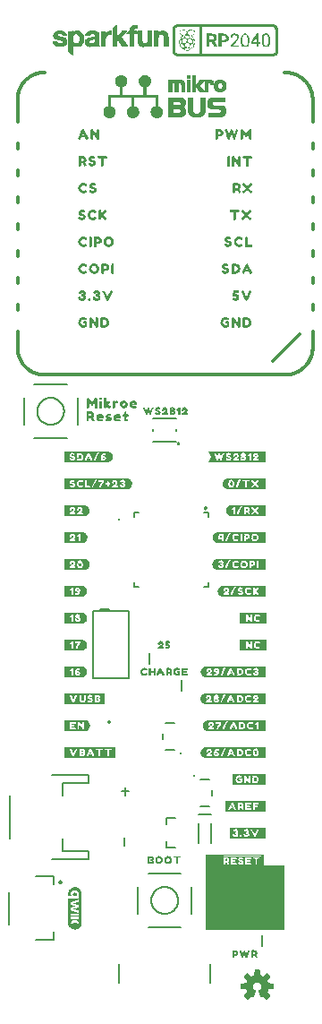
<source format=gto>
G04 EAGLE Gerber RS-274X export*
G75*
%MOMM*%
%FSLAX34Y34*%
%LPD*%
%INSilkscreen Top*%
%IPPOS*%
%AMOC8*
5,1,8,0,0,1.08239X$1,22.5*%
G01*
%ADD10C,0.203200*%
%ADD11C,0.152400*%
%ADD12C,0.254000*%
%ADD13C,0.323106*%
%ADD14C,0.177800*%
%ADD15C,0.254000*%
%ADD16C,0.127000*%
%ADD17C,0.304800*%
%ADD18C,0.025000*%

G36*
X264918Y73676D02*
X264918Y73676D01*
X265037Y73683D01*
X265075Y73696D01*
X265116Y73701D01*
X265226Y73744D01*
X265339Y73781D01*
X265374Y73803D01*
X265411Y73818D01*
X265507Y73888D01*
X265608Y73951D01*
X265636Y73981D01*
X265669Y74004D01*
X265745Y74096D01*
X265826Y74183D01*
X265846Y74218D01*
X265871Y74249D01*
X265922Y74357D01*
X265980Y74461D01*
X265990Y74501D01*
X266007Y74537D01*
X266029Y74654D01*
X266059Y74769D01*
X266063Y74830D01*
X266067Y74850D01*
X266065Y74870D01*
X266069Y74930D01*
X266069Y133350D01*
X266054Y133468D01*
X266047Y133587D01*
X266034Y133625D01*
X266029Y133666D01*
X265986Y133776D01*
X265949Y133889D01*
X265927Y133924D01*
X265912Y133961D01*
X265843Y134057D01*
X265779Y134158D01*
X265749Y134186D01*
X265726Y134219D01*
X265634Y134295D01*
X265547Y134376D01*
X265512Y134396D01*
X265481Y134421D01*
X265373Y134472D01*
X265269Y134530D01*
X265229Y134540D01*
X265193Y134557D01*
X265076Y134579D01*
X264961Y134609D01*
X264901Y134613D01*
X264881Y134617D01*
X264860Y134615D01*
X264800Y134619D01*
X246209Y134619D01*
X246455Y134865D01*
X246457Y134877D01*
X246463Y134882D01*
X246458Y134889D01*
X246459Y134892D01*
X246469Y134900D01*
X246469Y144600D01*
X246448Y144628D01*
X246447Y144641D01*
X246147Y144841D01*
X246131Y144840D01*
X246128Y144844D01*
X246124Y144844D01*
X246120Y144849D01*
X207520Y144849D01*
X207515Y144846D01*
X207510Y144848D01*
X207505Y144838D01*
X207473Y144813D01*
X207474Y144811D01*
X207472Y144810D01*
X207471Y144808D01*
X207464Y144823D01*
X207427Y144840D01*
X207420Y144849D01*
X205220Y144849D01*
X205213Y144844D01*
X205210Y144844D01*
X205205Y144841D01*
X205198Y144844D01*
X205032Y144761D01*
X205001Y144769D01*
X204941Y144773D01*
X204921Y144777D01*
X204900Y144775D01*
X204840Y144779D01*
X192600Y144779D01*
X192482Y144764D01*
X192363Y144757D01*
X192325Y144744D01*
X192284Y144739D01*
X192174Y144696D01*
X192061Y144659D01*
X192026Y144637D01*
X191989Y144622D01*
X191893Y144553D01*
X191792Y144489D01*
X191764Y144459D01*
X191731Y144436D01*
X191656Y144344D01*
X191574Y144257D01*
X191554Y144222D01*
X191529Y144191D01*
X191478Y144083D01*
X191420Y143979D01*
X191410Y143939D01*
X191393Y143903D01*
X191371Y143786D01*
X191341Y143671D01*
X191337Y143611D01*
X191333Y143591D01*
X191335Y143570D01*
X191331Y143510D01*
X191331Y74930D01*
X191346Y74812D01*
X191353Y74693D01*
X191366Y74655D01*
X191371Y74614D01*
X191414Y74504D01*
X191451Y74391D01*
X191473Y74356D01*
X191488Y74319D01*
X191558Y74223D01*
X191621Y74122D01*
X191651Y74094D01*
X191674Y74061D01*
X191766Y73986D01*
X191853Y73904D01*
X191888Y73884D01*
X191919Y73859D01*
X192027Y73808D01*
X192131Y73750D01*
X192171Y73740D01*
X192207Y73723D01*
X192324Y73701D01*
X192439Y73671D01*
X192500Y73667D01*
X192520Y73663D01*
X192540Y73665D01*
X192600Y73661D01*
X264800Y73661D01*
X264918Y73676D01*
G37*
G36*
X190054Y899229D02*
X190054Y899229D01*
X190054Y899230D01*
X190054Y902010D01*
X190051Y902014D01*
X190050Y902014D01*
X187821Y902009D01*
X187821Y925008D01*
X187807Y925931D01*
X187812Y926935D01*
X188392Y926959D01*
X188946Y926955D01*
X252410Y926955D01*
X254422Y927004D01*
X255451Y926860D01*
X256305Y926419D01*
X256834Y925672D01*
X257035Y924789D01*
X257027Y922954D01*
X257027Y906009D01*
X257058Y904257D01*
X257056Y904246D01*
X257056Y904241D01*
X257055Y904237D01*
X257052Y904220D01*
X257051Y904216D01*
X257049Y904199D01*
X257048Y904199D01*
X257049Y904199D01*
X257048Y904195D01*
X257047Y904190D01*
X257045Y904178D01*
X257044Y904173D01*
X257043Y904169D01*
X257041Y904152D01*
X257040Y904148D01*
X257037Y904131D01*
X257036Y904127D01*
X257035Y904122D01*
X257033Y904105D01*
X257032Y904101D01*
X257029Y904084D01*
X257028Y904080D01*
X257028Y904076D01*
X257027Y904076D01*
X257025Y904063D01*
X257025Y904059D01*
X257024Y904054D01*
X257021Y904037D01*
X257020Y904033D01*
X257017Y904016D01*
X257017Y904012D01*
X257016Y904008D01*
X257014Y903995D01*
X257013Y903991D01*
X257012Y903986D01*
X257009Y903969D01*
X257009Y903965D01*
X257006Y903948D01*
X257005Y903944D01*
X257004Y903940D01*
X257001Y903923D01*
X257001Y903918D01*
X256998Y903901D01*
X256997Y903897D01*
X256996Y903893D01*
X256994Y903880D01*
X256993Y903876D01*
X256993Y903872D01*
X256990Y903855D01*
X256989Y903850D01*
X256986Y903833D01*
X256985Y903829D01*
X256985Y903825D01*
X256983Y903812D01*
X256982Y903808D01*
X256981Y903804D01*
X256978Y903787D01*
X256978Y903782D01*
X256977Y903782D01*
X256978Y903782D01*
X256975Y903765D01*
X256974Y903761D01*
X256973Y903757D01*
X256970Y903740D01*
X256970Y903736D01*
X256967Y903719D01*
X256966Y903714D01*
X256965Y903710D01*
X256963Y903697D01*
X256962Y903693D01*
X256962Y903689D01*
X256959Y903672D01*
X256958Y903668D01*
X256955Y903651D01*
X256954Y903646D01*
X256954Y903642D01*
X256951Y903625D01*
X256950Y903621D01*
X256947Y903604D01*
X256946Y903600D01*
X256943Y903583D01*
X256943Y903578D01*
X256942Y903574D01*
X256939Y903557D01*
X256938Y903553D01*
X256935Y903536D01*
X256935Y903532D01*
X256934Y903527D01*
X256932Y903515D01*
X256931Y903510D01*
X256930Y903506D01*
X256928Y903489D01*
X256927Y903489D01*
X256928Y903489D01*
X256927Y903485D01*
X256924Y903468D01*
X256923Y903464D01*
X256922Y903459D01*
X256920Y903442D01*
X256919Y903438D01*
X256916Y903421D01*
X256915Y903417D01*
X256912Y903400D01*
X256912Y903396D01*
X256911Y903391D01*
X256910Y903386D01*
X256481Y902643D01*
X255839Y902202D01*
X255095Y902022D01*
X253540Y902009D01*
X190060Y902014D01*
X190056Y902011D01*
X190056Y902010D01*
X190056Y899230D01*
X190059Y899226D01*
X190060Y899226D01*
X253642Y899228D01*
X255202Y899262D01*
X255203Y899262D01*
X256724Y899583D01*
X256725Y899584D01*
X257956Y900268D01*
X257957Y900268D01*
X258724Y901039D01*
X258724Y901040D01*
X258725Y901040D01*
X259244Y901895D01*
X259245Y901896D01*
X259577Y902876D01*
X259578Y902877D01*
X259578Y902880D01*
X259580Y902889D01*
X259580Y902893D01*
X259581Y902897D01*
X259582Y902901D01*
X259582Y902902D01*
X259582Y902906D01*
X259583Y902910D01*
X259584Y902918D01*
X259584Y902919D01*
X259585Y902923D01*
X259586Y902927D01*
X259587Y902935D01*
X259587Y902936D01*
X259588Y902940D01*
X259588Y902944D01*
X259589Y902948D01*
X259590Y902952D01*
X259590Y902953D01*
X259590Y902957D01*
X259592Y902965D01*
X259592Y902969D01*
X259592Y902970D01*
X259593Y902974D01*
X259594Y902978D01*
X259594Y902982D01*
X259595Y902982D01*
X259594Y902982D01*
X259595Y902986D01*
X259595Y902987D01*
X259596Y902991D01*
X259597Y902995D01*
X259597Y902999D01*
X259598Y903003D01*
X259598Y903004D01*
X259599Y903012D01*
X259600Y903016D01*
X259601Y903020D01*
X259601Y903021D01*
X259601Y903025D01*
X259602Y903029D01*
X259603Y903033D01*
X259604Y903042D01*
X259605Y903046D01*
X259605Y903050D01*
X259606Y903054D01*
X259607Y903059D01*
X259607Y903063D01*
X259608Y903067D01*
X259609Y903071D01*
X259609Y903072D01*
X259609Y903076D01*
X259610Y903080D01*
X259611Y903088D01*
X259611Y903089D01*
X259612Y903093D01*
X259613Y903097D01*
X259613Y903101D01*
X259614Y903101D01*
X259614Y903105D01*
X259614Y903106D01*
X259615Y903110D01*
X259616Y903118D01*
X259617Y903122D01*
X259617Y903123D01*
X259618Y903127D01*
X259619Y903135D01*
X259620Y903139D01*
X259620Y903140D01*
X259620Y903144D01*
X259621Y903148D01*
X259622Y903152D01*
X259622Y903156D01*
X259622Y903157D01*
X259624Y903165D01*
X259624Y903169D01*
X259625Y903173D01*
X259625Y903174D01*
X259626Y903178D01*
X259626Y903182D01*
X259627Y903186D01*
X259628Y903195D01*
X259629Y903199D01*
X259630Y903203D01*
X259631Y903212D01*
X259632Y903216D01*
X259632Y903220D01*
X259633Y903220D01*
X259633Y903224D01*
X259633Y903225D01*
X259634Y903229D01*
X259635Y903233D01*
X259636Y903241D01*
X259636Y903242D01*
X259637Y903246D01*
X259637Y903250D01*
X259638Y903254D01*
X259639Y903258D01*
X259639Y903259D01*
X259639Y903263D01*
X259641Y903271D01*
X259641Y903275D01*
X259641Y903276D01*
X259642Y903280D01*
X259643Y903288D01*
X259644Y903292D01*
X259644Y903293D01*
X259645Y903297D01*
X259645Y903301D01*
X259646Y903305D01*
X259647Y903309D01*
X259647Y903310D01*
X259648Y903318D01*
X259649Y903322D01*
X259649Y903326D01*
X259650Y903326D01*
X259649Y903327D01*
X259650Y903331D01*
X259651Y903335D01*
X259652Y903339D01*
X259652Y903343D01*
X259652Y903344D01*
X259653Y903348D01*
X259654Y903352D01*
X259654Y903356D01*
X259656Y903365D01*
X259656Y903369D01*
X259657Y903373D01*
X259658Y903377D01*
X259658Y903378D01*
X259658Y903382D01*
X259659Y903386D01*
X259660Y903394D01*
X259660Y903395D01*
X259661Y903399D01*
X259662Y903403D01*
X259662Y903407D01*
X259663Y903411D01*
X259663Y903412D01*
X259664Y903416D01*
X259664Y903420D01*
X259665Y903424D01*
X259666Y903428D01*
X259666Y903429D01*
X259666Y903433D01*
X259668Y903441D01*
X259668Y903445D01*
X259669Y903445D01*
X259668Y903446D01*
X259669Y903450D01*
X259670Y903454D01*
X259671Y903458D01*
X259671Y903462D01*
X259671Y903463D01*
X259673Y903471D01*
X259673Y903475D01*
X259674Y903479D01*
X259674Y903480D01*
X259675Y903488D01*
X259676Y903492D01*
X259677Y903496D01*
X259677Y903497D01*
X259677Y903501D01*
X259678Y903505D01*
X259679Y903509D01*
X259680Y903518D01*
X259681Y903522D01*
X259681Y903526D01*
X259682Y903530D01*
X259682Y903531D01*
X259683Y903535D01*
X259683Y903539D01*
X259685Y903547D01*
X259685Y903548D01*
X259685Y903552D01*
X259686Y903556D01*
X259687Y903564D01*
X259688Y903564D01*
X259687Y903565D01*
X259688Y903569D01*
X259689Y903573D01*
X259690Y903577D01*
X259690Y903581D01*
X259690Y903582D01*
X259691Y903586D01*
X259692Y903594D01*
X259693Y903598D01*
X259693Y903599D01*
X259694Y903603D01*
X259694Y903607D01*
X259695Y903611D01*
X259696Y903615D01*
X259696Y903616D01*
X259696Y903620D01*
X259697Y903624D01*
X259698Y903628D01*
X259698Y903632D01*
X259698Y903633D01*
X259700Y903641D01*
X259700Y903645D01*
X259701Y903649D01*
X259701Y903650D01*
X259702Y903654D01*
X259702Y903658D01*
X259703Y903662D01*
X259704Y903671D01*
X259705Y903675D01*
X259706Y903679D01*
X259706Y903683D01*
X259707Y903683D01*
X259707Y903688D01*
X259708Y903692D01*
X259709Y903696D01*
X259709Y903700D01*
X259709Y903701D01*
X259710Y903705D01*
X259711Y903709D01*
X259712Y903717D01*
X259712Y903718D01*
X259713Y903722D01*
X259713Y903726D01*
X259714Y903730D01*
X259715Y903734D01*
X259715Y903735D01*
X259715Y903739D01*
X259717Y903747D01*
X259717Y903751D01*
X259717Y903752D01*
X259718Y903756D01*
X259719Y903764D01*
X259720Y903768D01*
X259720Y903769D01*
X259721Y903773D01*
X259721Y903777D01*
X259722Y903781D01*
X259723Y903785D01*
X259723Y903786D01*
X259724Y903794D01*
X259725Y903798D01*
X259726Y903802D01*
X259726Y903803D01*
X259726Y903807D01*
X259727Y903811D01*
X259728Y903815D01*
X259729Y903824D01*
X259730Y903828D01*
X259730Y903832D01*
X259732Y903841D01*
X259732Y903845D01*
X259733Y903849D01*
X259734Y903853D01*
X259734Y903854D01*
X259734Y903858D01*
X259735Y903862D01*
X259736Y903870D01*
X259736Y903871D01*
X259737Y903875D01*
X259738Y903879D01*
X259738Y903883D01*
X259739Y903887D01*
X259739Y903888D01*
X259740Y903892D01*
X259741Y903900D01*
X259742Y903904D01*
X259742Y903905D01*
X259742Y903909D01*
X259743Y903909D01*
X259742Y903909D01*
X259744Y903917D01*
X259744Y903918D01*
X259744Y903919D01*
X259808Y906009D01*
X259808Y918641D01*
X259848Y920764D01*
X259884Y922887D01*
X259790Y925008D01*
X259790Y925009D01*
X259261Y926966D01*
X259260Y926967D01*
X258723Y927834D01*
X258723Y927835D01*
X258014Y928562D01*
X258013Y928562D01*
X258013Y928563D01*
X257187Y929104D01*
X257186Y929104D01*
X257186Y929105D01*
X256211Y929486D01*
X256210Y929486D01*
X254523Y929672D01*
X254522Y929672D01*
X252821Y929633D01*
X166148Y929633D01*
X163786Y929588D01*
X163785Y929588D01*
X162377Y929134D01*
X162376Y929134D01*
X161181Y928290D01*
X161181Y928289D01*
X161180Y928289D01*
X160295Y927130D01*
X160295Y927129D01*
X159811Y925728D01*
X159811Y925727D01*
X159810Y925727D01*
X159810Y925725D01*
X159810Y925721D01*
X159809Y925717D01*
X159809Y925712D01*
X159809Y925708D01*
X159808Y925704D01*
X159808Y925700D01*
X159808Y925695D01*
X159807Y925691D01*
X159807Y925687D01*
X159806Y925683D01*
X159806Y925678D01*
X159806Y925674D01*
X159805Y925670D01*
X159805Y925666D01*
X159805Y925661D01*
X159804Y925657D01*
X159804Y925653D01*
X159803Y925649D01*
X159803Y925644D01*
X159803Y925640D01*
X159802Y925636D01*
X159802Y925632D01*
X159802Y925627D01*
X159801Y925623D01*
X159801Y925619D01*
X159800Y925615D01*
X159800Y925610D01*
X159800Y925606D01*
X159799Y925602D01*
X159799Y925598D01*
X159799Y925593D01*
X159798Y925589D01*
X159798Y925585D01*
X159797Y925581D01*
X159797Y925576D01*
X159797Y925572D01*
X159796Y925568D01*
X159796Y925564D01*
X159796Y925559D01*
X159795Y925555D01*
X159795Y925551D01*
X159793Y925534D01*
X159793Y925530D01*
X159793Y925525D01*
X159792Y925521D01*
X159792Y925517D01*
X159792Y925513D01*
X159791Y925513D01*
X159792Y925513D01*
X159791Y925508D01*
X159791Y925504D01*
X159790Y925500D01*
X159790Y925496D01*
X159790Y925491D01*
X159789Y925487D01*
X159789Y925483D01*
X159789Y925479D01*
X159788Y925479D01*
X159789Y925479D01*
X159788Y925474D01*
X159788Y925470D01*
X159787Y925466D01*
X159787Y925462D01*
X159787Y925457D01*
X159786Y925453D01*
X159786Y925449D01*
X159786Y925445D01*
X159785Y925445D01*
X159786Y925445D01*
X159785Y925440D01*
X159785Y925436D01*
X159784Y925432D01*
X159784Y925428D01*
X159784Y925423D01*
X159783Y925419D01*
X159783Y925415D01*
X159783Y925411D01*
X159782Y925411D01*
X159783Y925411D01*
X159782Y925406D01*
X159782Y925402D01*
X159781Y925398D01*
X159781Y925394D01*
X159781Y925389D01*
X159780Y925385D01*
X159780Y925381D01*
X159780Y925377D01*
X159779Y925377D01*
X159780Y925377D01*
X159779Y925372D01*
X159779Y925368D01*
X159778Y925364D01*
X159778Y925360D01*
X159778Y925355D01*
X159777Y925351D01*
X159776Y925338D01*
X159776Y925334D01*
X159775Y925330D01*
X159775Y925326D01*
X159775Y925321D01*
X159774Y925317D01*
X159774Y925313D01*
X159774Y925309D01*
X159773Y925304D01*
X159773Y925300D01*
X159772Y925296D01*
X159772Y925292D01*
X159772Y925287D01*
X159771Y925283D01*
X159771Y925279D01*
X159771Y925275D01*
X159770Y925270D01*
X159770Y925266D01*
X159769Y925262D01*
X159769Y925258D01*
X159769Y925253D01*
X159768Y925249D01*
X159768Y925245D01*
X159768Y925241D01*
X159767Y925236D01*
X159767Y925232D01*
X159766Y925228D01*
X159766Y925224D01*
X159766Y925219D01*
X159765Y925215D01*
X159765Y925211D01*
X159765Y925207D01*
X159764Y925202D01*
X159764Y925198D01*
X159763Y925194D01*
X159763Y925190D01*
X159763Y925185D01*
X159762Y925181D01*
X159762Y925177D01*
X159762Y925173D01*
X159761Y925168D01*
X159761Y925164D01*
X159760Y925160D01*
X159760Y925156D01*
X159759Y925139D01*
X159758Y925134D01*
X159758Y925130D01*
X159757Y925126D01*
X159757Y925122D01*
X159757Y925117D01*
X159756Y925113D01*
X159756Y925109D01*
X159756Y925105D01*
X159755Y925100D01*
X159755Y925096D01*
X159754Y925092D01*
X159754Y925088D01*
X159754Y925083D01*
X159753Y925079D01*
X159753Y925075D01*
X159753Y925071D01*
X159752Y925066D01*
X159752Y925062D01*
X159751Y925058D01*
X159751Y925054D01*
X159751Y925049D01*
X159750Y925045D01*
X159750Y925041D01*
X159750Y925037D01*
X159749Y925032D01*
X159749Y925028D01*
X159748Y925024D01*
X159748Y925020D01*
X159748Y925015D01*
X159747Y925011D01*
X159747Y925007D01*
X159747Y925003D01*
X159746Y924998D01*
X159746Y924994D01*
X159745Y924990D01*
X159745Y924986D01*
X159745Y924981D01*
X159744Y924977D01*
X159744Y924973D01*
X159744Y924969D01*
X159743Y924964D01*
X159743Y924960D01*
X159741Y924943D01*
X159741Y924939D01*
X159741Y924935D01*
X159740Y924930D01*
X159740Y924926D01*
X159739Y924922D01*
X159739Y924918D01*
X159739Y924913D01*
X159738Y924909D01*
X159738Y924905D01*
X159738Y924901D01*
X159737Y924896D01*
X159737Y924892D01*
X159736Y924888D01*
X159736Y924884D01*
X159736Y924879D01*
X159735Y924875D01*
X159735Y924871D01*
X159735Y924867D01*
X159734Y924862D01*
X159734Y924858D01*
X159733Y924854D01*
X159733Y924850D01*
X159733Y924845D01*
X159732Y924841D01*
X159732Y924837D01*
X159732Y924833D01*
X159731Y924828D01*
X159731Y924824D01*
X159730Y924820D01*
X159730Y924816D01*
X159730Y924811D01*
X159729Y924807D01*
X159729Y924803D01*
X159729Y924799D01*
X159728Y924794D01*
X159728Y924790D01*
X159727Y924786D01*
X159727Y924782D01*
X159727Y924777D01*
X159726Y924773D01*
X159726Y924769D01*
X159726Y924765D01*
X159724Y924748D01*
X159724Y924743D01*
X159723Y924739D01*
X159723Y924735D01*
X159723Y924731D01*
X159722Y924726D01*
X159722Y924722D01*
X159722Y924718D01*
X159721Y924718D01*
X159722Y924718D01*
X159721Y924714D01*
X159721Y924709D01*
X159720Y924705D01*
X159720Y924701D01*
X159720Y924697D01*
X159719Y924692D01*
X159719Y924688D01*
X159719Y924684D01*
X159718Y924684D01*
X159719Y924684D01*
X159718Y924680D01*
X159718Y924675D01*
X159717Y924671D01*
X159717Y924667D01*
X159717Y924663D01*
X159716Y924658D01*
X159716Y924654D01*
X159716Y924650D01*
X159715Y924650D01*
X159716Y924650D01*
X159715Y924646D01*
X159715Y924641D01*
X159714Y924637D01*
X159714Y924633D01*
X159714Y924629D01*
X159713Y924624D01*
X159713Y924620D01*
X159713Y924616D01*
X159712Y924616D01*
X159713Y924616D01*
X159712Y924612D01*
X159712Y924607D01*
X159711Y924603D01*
X159711Y924599D01*
X159711Y924595D01*
X159710Y924590D01*
X159710Y924586D01*
X159710Y924582D01*
X159709Y924582D01*
X159710Y924582D01*
X159709Y924578D01*
X159709Y924573D01*
X159708Y924569D01*
X159708Y924565D01*
X159707Y924552D01*
X159707Y924548D01*
X159706Y924544D01*
X159706Y924539D01*
X159705Y924535D01*
X159705Y924531D01*
X159705Y924527D01*
X159704Y924522D01*
X159704Y924518D01*
X159704Y924514D01*
X159703Y924510D01*
X159703Y924505D01*
X159702Y924501D01*
X159702Y924497D01*
X159702Y924493D01*
X159701Y924488D01*
X159701Y924484D01*
X159701Y924480D01*
X159700Y924476D01*
X159700Y924471D01*
X159699Y924467D01*
X159699Y924463D01*
X159699Y924459D01*
X159698Y924454D01*
X159698Y924450D01*
X159698Y924446D01*
X159697Y924442D01*
X159697Y924437D01*
X159696Y924433D01*
X159696Y924429D01*
X159696Y924425D01*
X159695Y924420D01*
X159695Y924416D01*
X159695Y924412D01*
X159694Y924408D01*
X159694Y924403D01*
X159693Y924399D01*
X159693Y924395D01*
X159693Y924391D01*
X159692Y924386D01*
X159692Y924382D01*
X159692Y924378D01*
X159691Y924374D01*
X159691Y924369D01*
X159689Y924352D01*
X159689Y924348D01*
X159689Y924344D01*
X159688Y924340D01*
X159688Y924335D01*
X159687Y924331D01*
X159687Y924327D01*
X159687Y924323D01*
X159686Y924318D01*
X159686Y924314D01*
X159686Y924310D01*
X159685Y924306D01*
X159685Y924301D01*
X159684Y924297D01*
X159684Y924293D01*
X159684Y924289D01*
X159683Y924284D01*
X159683Y924280D01*
X159683Y924276D01*
X159682Y924272D01*
X159682Y924267D01*
X159681Y924263D01*
X159681Y924259D01*
X159681Y924255D01*
X159680Y924250D01*
X159680Y924246D01*
X159680Y924242D01*
X159679Y924238D01*
X159679Y924233D01*
X159678Y924229D01*
X159678Y924225D01*
X159678Y924221D01*
X159677Y924216D01*
X159677Y924212D01*
X159677Y924208D01*
X159676Y924204D01*
X159676Y924199D01*
X159675Y924195D01*
X159675Y924191D01*
X159675Y924187D01*
X159674Y924182D01*
X159674Y924178D01*
X159674Y924174D01*
X159672Y924157D01*
X159672Y924153D01*
X159671Y924148D01*
X159671Y924144D01*
X159671Y924140D01*
X159670Y924136D01*
X159670Y924131D01*
X159669Y924127D01*
X159669Y924123D01*
X159669Y924119D01*
X159668Y924114D01*
X159668Y924110D01*
X159668Y924106D01*
X159667Y924102D01*
X159667Y924097D01*
X159666Y924093D01*
X159666Y924089D01*
X159666Y924085D01*
X159665Y924080D01*
X159665Y924076D01*
X159665Y924072D01*
X159664Y924068D01*
X159664Y924063D01*
X159663Y924059D01*
X159663Y924055D01*
X159663Y924051D01*
X159662Y924046D01*
X159662Y924042D01*
X159662Y924038D01*
X159661Y924034D01*
X159661Y924029D01*
X159660Y924025D01*
X159660Y924021D01*
X159660Y924017D01*
X159659Y924012D01*
X159659Y924008D01*
X159659Y924004D01*
X159658Y924000D01*
X159658Y923995D01*
X159657Y923991D01*
X159657Y923987D01*
X159657Y923983D01*
X159656Y923978D01*
X159656Y923974D01*
X159655Y923961D01*
X159655Y923957D01*
X159654Y923957D01*
X159654Y923953D01*
X159654Y923949D01*
X159653Y923944D01*
X159653Y923940D01*
X159653Y923936D01*
X159652Y923932D01*
X159652Y923927D01*
X159652Y923923D01*
X159651Y923923D01*
X159652Y923923D01*
X159651Y923919D01*
X159651Y923915D01*
X159650Y923910D01*
X159650Y923906D01*
X159650Y923902D01*
X159649Y923898D01*
X159649Y923893D01*
X159649Y923889D01*
X159648Y923889D01*
X159649Y923889D01*
X159648Y923885D01*
X159648Y923881D01*
X159647Y923876D01*
X159647Y923872D01*
X159647Y923868D01*
X159646Y923864D01*
X159646Y923859D01*
X159646Y923855D01*
X159645Y923855D01*
X159646Y923855D01*
X159645Y923851D01*
X159645Y923847D01*
X159644Y923842D01*
X159644Y923838D01*
X159644Y923834D01*
X159643Y923830D01*
X159643Y923825D01*
X159643Y923821D01*
X159642Y923821D01*
X159643Y923821D01*
X159642Y923817D01*
X159642Y923813D01*
X159641Y923808D01*
X159641Y923804D01*
X159641Y923800D01*
X159640Y923796D01*
X159640Y923791D01*
X159640Y923787D01*
X159639Y923787D01*
X159640Y923787D01*
X159639Y923783D01*
X159639Y923779D01*
X159637Y923762D01*
X159637Y923757D01*
X159637Y923753D01*
X159636Y923749D01*
X159636Y923745D01*
X159635Y923740D01*
X159635Y923736D01*
X159635Y923732D01*
X159634Y923728D01*
X159634Y923723D01*
X159634Y923719D01*
X159633Y923715D01*
X159633Y923711D01*
X159632Y923706D01*
X159632Y923702D01*
X159632Y923698D01*
X159631Y923694D01*
X159631Y923689D01*
X159631Y923685D01*
X159630Y923681D01*
X159630Y923677D01*
X159629Y923672D01*
X159629Y923668D01*
X159629Y923664D01*
X159628Y923660D01*
X159628Y923655D01*
X159628Y923651D01*
X159627Y923647D01*
X159627Y923643D01*
X159626Y923638D01*
X159626Y923634D01*
X159626Y923630D01*
X159625Y923626D01*
X159625Y923621D01*
X159625Y923617D01*
X159624Y923613D01*
X159624Y923609D01*
X159623Y923604D01*
X159623Y923600D01*
X159623Y923596D01*
X159622Y923592D01*
X159622Y923587D01*
X159622Y923583D01*
X159620Y923566D01*
X159620Y923562D01*
X159619Y923558D01*
X159619Y923553D01*
X159619Y923549D01*
X159618Y923545D01*
X159618Y923541D01*
X159617Y923536D01*
X159617Y923532D01*
X159617Y923528D01*
X159616Y923524D01*
X159616Y923519D01*
X159616Y923515D01*
X159615Y923511D01*
X159615Y923507D01*
X159614Y923502D01*
X159614Y923498D01*
X159614Y923494D01*
X159613Y923490D01*
X159613Y923485D01*
X159613Y923481D01*
X159612Y923477D01*
X159612Y923473D01*
X159611Y923468D01*
X159611Y923464D01*
X159611Y923460D01*
X159610Y923456D01*
X159610Y923451D01*
X159610Y923447D01*
X159609Y923443D01*
X159609Y923439D01*
X159608Y923434D01*
X159608Y923430D01*
X159608Y923426D01*
X159607Y923422D01*
X159607Y923417D01*
X159607Y923413D01*
X159606Y923409D01*
X159606Y923406D01*
X159625Y921074D01*
X159674Y918743D01*
X159674Y906112D01*
X159810Y903643D01*
X160087Y902422D01*
X160088Y902422D01*
X160088Y902421D01*
X160600Y901316D01*
X160600Y901315D01*
X161360Y900424D01*
X161361Y900423D01*
X162449Y899721D01*
X162450Y899721D01*
X162450Y899720D01*
X164165Y899283D01*
X164166Y899283D01*
X165943Y899228D01*
X184040Y899226D01*
X184044Y899229D01*
X184044Y899230D01*
X184044Y902010D01*
X184041Y902014D01*
X184040Y902014D01*
X165737Y902009D01*
X164636Y902000D01*
X163583Y902257D01*
X163042Y902691D01*
X162685Y903267D01*
X162382Y904699D01*
X162455Y907550D01*
X162455Y924083D01*
X162532Y925116D01*
X162533Y925116D01*
X162535Y925146D01*
X162537Y925176D01*
X162539Y925205D01*
X162539Y925206D01*
X162541Y925235D01*
X162544Y925265D01*
X162544Y925276D01*
X162734Y925830D01*
X163089Y926318D01*
X164097Y926864D01*
X165357Y927032D01*
X167791Y926955D01*
X183811Y926955D01*
X184451Y926950D01*
X185171Y926945D01*
X185146Y925931D01*
X185142Y925008D01*
X185142Y902009D01*
X184050Y902014D01*
X184046Y902011D01*
X184046Y902010D01*
X184046Y899230D01*
X184049Y899226D01*
X184050Y899226D01*
X190050Y899226D01*
X190054Y899229D01*
G37*
G36*
X117016Y490155D02*
X117016Y490155D01*
X117020Y490152D01*
X117520Y490252D01*
X117524Y490257D01*
X117528Y490254D01*
X118025Y490453D01*
X118422Y490552D01*
X118429Y490561D01*
X118435Y490558D01*
X118933Y490857D01*
X119332Y491056D01*
X119335Y491062D01*
X119340Y491061D01*
X119740Y491361D01*
X119741Y491366D01*
X119745Y491365D01*
X120145Y491765D01*
X120146Y491770D01*
X120149Y491770D01*
X121049Y492970D01*
X121049Y492980D01*
X121056Y492982D01*
X121256Y493482D01*
X121255Y493485D01*
X121257Y493486D01*
X121255Y493489D01*
X121258Y493490D01*
X121558Y494990D01*
X121555Y494997D01*
X121559Y495000D01*
X121559Y496000D01*
X121555Y496006D01*
X121558Y496010D01*
X121458Y496510D01*
X121453Y496514D01*
X121456Y496518D01*
X121256Y497018D01*
X121253Y497020D01*
X121254Y497022D01*
X121055Y497420D01*
X120856Y497918D01*
X120848Y497923D01*
X120849Y497930D01*
X120249Y498730D01*
X120244Y498731D01*
X120245Y498735D01*
X119845Y499135D01*
X119840Y499136D01*
X119840Y499139D01*
X119040Y499739D01*
X119033Y499739D01*
X119032Y499744D01*
X118632Y499944D01*
X118629Y499943D01*
X118628Y499946D01*
X118128Y500146D01*
X118122Y500144D01*
X118120Y500148D01*
X116620Y500448D01*
X116613Y500445D01*
X116610Y500449D01*
X57310Y500449D01*
X57277Y500424D01*
X57266Y500422D01*
X57066Y500022D01*
X57067Y500017D01*
X57063Y500014D01*
X57069Y500006D01*
X57061Y500000D01*
X57061Y490400D01*
X57086Y490367D01*
X57088Y490356D01*
X57488Y490156D01*
X57504Y490159D01*
X57510Y490151D01*
X117010Y490151D01*
X117016Y490155D01*
G37*
G36*
X191626Y286978D02*
X191626Y286978D01*
X191635Y286980D01*
X191647Y287007D01*
X191661Y286960D01*
X191679Y286966D01*
X191690Y286951D01*
X247590Y286951D01*
X247637Y286987D01*
X247637Y286988D01*
X247638Y286988D01*
X247738Y287388D01*
X247734Y287396D01*
X247739Y287400D01*
X247739Y297100D01*
X247703Y297147D01*
X247701Y297146D01*
X247700Y297148D01*
X247200Y297248D01*
X247193Y297245D01*
X247190Y297249D01*
X190790Y297249D01*
X190784Y297245D01*
X190780Y297248D01*
X190280Y297148D01*
X190276Y297143D01*
X190272Y297146D01*
X189776Y296947D01*
X189280Y296848D01*
X189270Y296837D01*
X189260Y296839D01*
X188866Y296543D01*
X188372Y296346D01*
X188367Y296338D01*
X188360Y296339D01*
X187960Y296039D01*
X187958Y296030D01*
X187951Y296030D01*
X187653Y295632D01*
X187255Y295235D01*
X187254Y295230D01*
X187251Y295230D01*
X186951Y294830D01*
X186951Y294823D01*
X186946Y294822D01*
X186746Y294422D01*
X186747Y294419D01*
X186744Y294418D01*
X186344Y293418D01*
X186345Y293417D01*
X186344Y293416D01*
X186346Y293413D01*
X186346Y293412D01*
X186342Y293410D01*
X186242Y292910D01*
X186245Y292903D01*
X186241Y292900D01*
X186241Y292405D01*
X186142Y291910D01*
X186148Y291897D01*
X186142Y291890D01*
X186442Y290390D01*
X186449Y290384D01*
X186446Y290378D01*
X186645Y289980D01*
X186844Y289482D01*
X186852Y289477D01*
X186851Y289470D01*
X187151Y289070D01*
X187156Y289069D01*
X187155Y289065D01*
X187553Y288668D01*
X187851Y288270D01*
X187860Y288268D01*
X187860Y288261D01*
X188660Y287661D01*
X188670Y287661D01*
X188672Y287654D01*
X189170Y287455D01*
X189568Y287256D01*
X189577Y287258D01*
X189580Y287252D01*
X191080Y286952D01*
X191087Y286955D01*
X191090Y286951D01*
X191590Y286951D01*
X191626Y286978D01*
G37*
G36*
X247303Y312360D02*
X247303Y312360D01*
X247312Y312356D01*
X247712Y312556D01*
X247722Y312577D01*
X247731Y312584D01*
X247728Y312588D01*
X247731Y312593D01*
X247739Y312600D01*
X247739Y322200D01*
X247730Y322213D01*
X247734Y322222D01*
X247534Y322622D01*
X247497Y322641D01*
X247490Y322649D01*
X191090Y322649D01*
X191084Y322645D01*
X191080Y322648D01*
X190080Y322448D01*
X190074Y322441D01*
X190068Y322444D01*
X189670Y322245D01*
X189172Y322046D01*
X189167Y322038D01*
X189160Y322039D01*
X187960Y321139D01*
X187958Y321130D01*
X187951Y321130D01*
X187351Y320330D01*
X187351Y320326D01*
X187348Y320325D01*
X187048Y319825D01*
X187048Y319822D01*
X187046Y319822D01*
X186846Y319422D01*
X186847Y319419D01*
X186844Y319418D01*
X186644Y318918D01*
X186645Y318916D01*
X186643Y318914D01*
X186645Y318911D01*
X186642Y318910D01*
X186542Y318410D01*
X186545Y318403D01*
X186541Y318400D01*
X186541Y317905D01*
X186442Y317410D01*
X186448Y317397D01*
X186442Y317390D01*
X186742Y315890D01*
X186747Y315886D01*
X186744Y315882D01*
X186944Y315382D01*
X186947Y315380D01*
X186946Y315378D01*
X187146Y314978D01*
X187149Y314977D01*
X187148Y314975D01*
X187448Y314475D01*
X187451Y314473D01*
X187451Y314470D01*
X187751Y314070D01*
X187760Y314068D01*
X187760Y314061D01*
X188158Y313763D01*
X188555Y313365D01*
X188567Y313364D01*
X188568Y313356D01*
X188964Y313158D01*
X189360Y312861D01*
X189370Y312861D01*
X189372Y312854D01*
X189872Y312654D01*
X189878Y312656D01*
X189880Y312652D01*
X191380Y312352D01*
X191387Y312355D01*
X191390Y312351D01*
X247290Y312351D01*
X247303Y312360D01*
G37*
G36*
X247303Y236160D02*
X247303Y236160D01*
X247312Y236156D01*
X247712Y236356D01*
X247722Y236377D01*
X247731Y236384D01*
X247728Y236388D01*
X247731Y236393D01*
X247739Y236400D01*
X247739Y246100D01*
X247727Y246116D01*
X247731Y246127D01*
X247531Y246427D01*
X247498Y246439D01*
X247490Y246449D01*
X191490Y246449D01*
X191484Y246445D01*
X191480Y246448D01*
X190985Y246349D01*
X190490Y246349D01*
X190485Y246346D01*
X190481Y246346D01*
X190477Y246343D01*
X190472Y246346D01*
X189972Y246146D01*
X189970Y246143D01*
X189968Y246144D01*
X189570Y245945D01*
X189072Y245746D01*
X189067Y245738D01*
X189060Y245739D01*
X187860Y244839D01*
X187858Y244830D01*
X187851Y244830D01*
X187251Y244030D01*
X187251Y244020D01*
X187244Y244018D01*
X187045Y243520D01*
X186846Y243122D01*
X186847Y243119D01*
X186844Y243118D01*
X186644Y242618D01*
X186645Y242617D01*
X186644Y242616D01*
X186646Y242613D01*
X186646Y242612D01*
X186642Y242610D01*
X186542Y242110D01*
X186545Y242103D01*
X186541Y242100D01*
X186541Y240600D01*
X186545Y240594D01*
X186542Y240590D01*
X186742Y239590D01*
X186747Y239586D01*
X186744Y239582D01*
X186944Y239082D01*
X186952Y239077D01*
X186951Y239070D01*
X187249Y238672D01*
X187548Y238175D01*
X187556Y238171D01*
X187555Y238165D01*
X188555Y237165D01*
X188564Y237164D01*
X188565Y237158D01*
X189065Y236858D01*
X189068Y236858D01*
X189068Y236856D01*
X189468Y236656D01*
X189471Y236657D01*
X189472Y236654D01*
X189972Y236454D01*
X189978Y236456D01*
X189980Y236452D01*
X191480Y236152D01*
X191487Y236155D01*
X191490Y236151D01*
X247290Y236151D01*
X247303Y236160D01*
G37*
G36*
X193726Y261578D02*
X193726Y261578D01*
X193735Y261580D01*
X193747Y261607D01*
X193761Y261560D01*
X193779Y261566D01*
X193790Y261551D01*
X247590Y261551D01*
X247637Y261587D01*
X247637Y261588D01*
X247638Y261588D01*
X247738Y261988D01*
X247734Y261996D01*
X247739Y262000D01*
X247739Y271700D01*
X247703Y271747D01*
X247702Y271747D01*
X247702Y271748D01*
X247302Y271848D01*
X247294Y271844D01*
X247290Y271849D01*
X192890Y271849D01*
X192884Y271845D01*
X192880Y271848D01*
X192380Y271748D01*
X192379Y271747D01*
X192378Y271748D01*
X191978Y271648D01*
X191975Y271644D01*
X191972Y271646D01*
X190972Y271246D01*
X190967Y271238D01*
X190960Y271239D01*
X190160Y270639D01*
X190159Y270634D01*
X190155Y270635D01*
X189455Y269935D01*
X189454Y269926D01*
X189448Y269925D01*
X189149Y269428D01*
X188851Y269030D01*
X188851Y269020D01*
X188844Y269018D01*
X188644Y268518D01*
X188646Y268513D01*
X188642Y268512D01*
X188542Y268112D01*
X188543Y268110D01*
X188542Y268110D01*
X188342Y267110D01*
X188345Y267103D01*
X188341Y267100D01*
X188341Y266000D01*
X188345Y265994D01*
X188342Y265990D01*
X188442Y265490D01*
X188443Y265489D01*
X188442Y265488D01*
X188542Y265088D01*
X188546Y265085D01*
X188544Y265082D01*
X188744Y264582D01*
X188749Y264579D01*
X188748Y264575D01*
X189047Y264077D01*
X189246Y263678D01*
X189256Y263673D01*
X189255Y263665D01*
X190355Y262565D01*
X190360Y262564D01*
X190360Y262561D01*
X190760Y262261D01*
X190770Y262261D01*
X190772Y262254D01*
X191772Y261854D01*
X191777Y261856D01*
X191778Y261852D01*
X192178Y261752D01*
X192180Y261753D01*
X192180Y261752D01*
X193180Y261552D01*
X193187Y261555D01*
X193190Y261551D01*
X193690Y261551D01*
X193726Y261578D01*
G37*
G36*
X247406Y515563D02*
X247406Y515563D01*
X247417Y515559D01*
X247717Y515759D01*
X247723Y515776D01*
X247733Y515784D01*
X247728Y515790D01*
X247729Y515792D01*
X247739Y515800D01*
X247739Y525500D01*
X247723Y525521D01*
X247725Y525535D01*
X247425Y525835D01*
X247400Y525838D01*
X247395Y525844D01*
X247394Y525844D01*
X247390Y525849D01*
X199190Y525849D01*
X199184Y525845D01*
X199177Y525848D01*
X199172Y525836D01*
X199143Y525813D01*
X199146Y525808D01*
X199156Y525795D01*
X199154Y525789D01*
X199132Y525825D01*
X199098Y525839D01*
X199090Y525849D01*
X194490Y525849D01*
X194483Y525844D01*
X194478Y525848D01*
X194078Y525748D01*
X194052Y525715D01*
X194044Y525710D01*
X194046Y525708D01*
X194041Y525701D01*
X194053Y525692D01*
X194046Y525678D01*
X196535Y520700D01*
X194046Y515722D01*
X194057Y515664D01*
X194072Y515666D01*
X194078Y515652D01*
X194478Y515552D01*
X194486Y515556D01*
X194490Y515551D01*
X247390Y515551D01*
X247406Y515563D01*
G37*
G36*
X105826Y236163D02*
X105826Y236163D01*
X105837Y236159D01*
X106137Y236359D01*
X106143Y236376D01*
X106153Y236384D01*
X106148Y236390D01*
X106149Y236392D01*
X106159Y236400D01*
X106159Y246100D01*
X106147Y246116D01*
X106151Y246127D01*
X105951Y246427D01*
X105918Y246439D01*
X105910Y246449D01*
X57210Y246449D01*
X57163Y246413D01*
X57163Y246412D01*
X57162Y246412D01*
X57062Y246012D01*
X57066Y246004D01*
X57061Y246000D01*
X57061Y236300D01*
X57097Y236253D01*
X57099Y236254D01*
X57100Y236252D01*
X57600Y236152D01*
X57607Y236155D01*
X57610Y236151D01*
X105810Y236151D01*
X105826Y236163D01*
G37*
G36*
X247411Y413967D02*
X247411Y413967D01*
X247425Y413965D01*
X247725Y414265D01*
X247727Y414277D01*
X247733Y414282D01*
X247728Y414289D01*
X247729Y414292D01*
X247739Y414300D01*
X247739Y423900D01*
X247723Y423921D01*
X247725Y423935D01*
X247425Y424235D01*
X247400Y424238D01*
X247395Y424244D01*
X247394Y424244D01*
X247390Y424249D01*
X202490Y424249D01*
X202484Y424245D01*
X202480Y424248D01*
X200980Y423948D01*
X200974Y423941D01*
X200968Y423944D01*
X200570Y423745D01*
X200072Y423546D01*
X200067Y423538D01*
X200060Y423539D01*
X199260Y422939D01*
X199259Y422934D01*
X199255Y422935D01*
X198855Y422535D01*
X198854Y422530D01*
X198851Y422530D01*
X198251Y421730D01*
X198251Y421720D01*
X198244Y421718D01*
X198045Y421220D01*
X197846Y420822D01*
X197847Y420814D01*
X197842Y420810D01*
X197542Y419310D01*
X197545Y419303D01*
X197541Y419300D01*
X197541Y418800D01*
X197545Y418794D01*
X197542Y418790D01*
X197742Y417790D01*
X197747Y417786D01*
X197744Y417782D01*
X198144Y416782D01*
X198147Y416780D01*
X198146Y416778D01*
X198346Y416378D01*
X198352Y416375D01*
X198351Y416370D01*
X198951Y415570D01*
X198956Y415569D01*
X198955Y415565D01*
X199355Y415165D01*
X199360Y415164D01*
X199360Y415161D01*
X199760Y414861D01*
X199767Y414861D01*
X199768Y414856D01*
X200167Y414657D01*
X200665Y414358D01*
X200677Y414359D01*
X200680Y414352D01*
X201176Y414253D01*
X201672Y414054D01*
X201678Y414056D01*
X201680Y414052D01*
X202180Y413952D01*
X202187Y413955D01*
X202190Y413951D01*
X247390Y413951D01*
X247411Y413967D01*
G37*
G36*
X247297Y439356D02*
X247297Y439356D01*
X247302Y439352D01*
X247702Y439452D01*
X247724Y439479D01*
X247731Y439485D01*
X247730Y439487D01*
X247739Y439499D01*
X247738Y439499D01*
X247739Y439500D01*
X247739Y449200D01*
X247734Y449207D01*
X247738Y449212D01*
X247638Y449612D01*
X247591Y449649D01*
X247591Y449648D01*
X247590Y449649D01*
X202490Y449649D01*
X202484Y449645D01*
X202480Y449648D01*
X201480Y449448D01*
X201476Y449443D01*
X201472Y449446D01*
X200472Y449046D01*
X200467Y449038D01*
X200460Y449039D01*
X199260Y448139D01*
X199258Y448130D01*
X199251Y448130D01*
X198351Y446930D01*
X198351Y446920D01*
X198344Y446918D01*
X197944Y445918D01*
X197945Y445916D01*
X197943Y445914D01*
X197944Y445913D01*
X197942Y445912D01*
X197842Y445512D01*
X197843Y445510D01*
X197842Y445510D01*
X197742Y445010D01*
X197745Y445003D01*
X197741Y445000D01*
X197741Y444400D01*
X197745Y444394D01*
X197742Y444390D01*
X197841Y443895D01*
X197841Y443400D01*
X197850Y443387D01*
X197846Y443378D01*
X198043Y442984D01*
X198142Y442490D01*
X198151Y442482D01*
X198148Y442475D01*
X198447Y441977D01*
X198646Y441578D01*
X198656Y441573D01*
X198655Y441565D01*
X199053Y441168D01*
X199351Y440770D01*
X199360Y440768D01*
X199360Y440761D01*
X200160Y440161D01*
X200167Y440161D01*
X200168Y440156D01*
X200567Y439957D01*
X201065Y439658D01*
X201077Y439659D01*
X201080Y439652D01*
X202580Y439352D01*
X202587Y439355D01*
X202590Y439351D01*
X247290Y439351D01*
X247297Y439356D01*
G37*
G36*
X249350Y7766D02*
X249350Y7766D01*
X249458Y7776D01*
X249471Y7782D01*
X249485Y7784D01*
X249582Y7832D01*
X249681Y7877D01*
X249694Y7888D01*
X249703Y7892D01*
X249718Y7908D01*
X249795Y7970D01*
X252380Y10555D01*
X252443Y10644D01*
X252509Y10729D01*
X252514Y10742D01*
X252522Y10754D01*
X252553Y10857D01*
X252589Y10960D01*
X252589Y10974D01*
X252593Y10987D01*
X252589Y11095D01*
X252590Y11204D01*
X252585Y11217D01*
X252585Y11231D01*
X252547Y11333D01*
X252512Y11435D01*
X252503Y11450D01*
X252499Y11459D01*
X252485Y11476D01*
X252431Y11558D01*
X249667Y14948D01*
X250224Y16030D01*
X250230Y16050D01*
X250272Y16145D01*
X250643Y17304D01*
X254994Y17747D01*
X255098Y17775D01*
X255204Y17800D01*
X255216Y17807D01*
X255229Y17810D01*
X255319Y17871D01*
X255412Y17928D01*
X255420Y17939D01*
X255432Y17947D01*
X255498Y18033D01*
X255567Y18117D01*
X255571Y18130D01*
X255580Y18141D01*
X255614Y18244D01*
X255653Y18345D01*
X255654Y18363D01*
X255658Y18372D01*
X255658Y18394D01*
X255667Y18492D01*
X255667Y22148D01*
X255650Y22255D01*
X255636Y22363D01*
X255630Y22375D01*
X255628Y22389D01*
X255576Y22485D01*
X255529Y22582D01*
X255519Y22592D01*
X255513Y22604D01*
X255433Y22678D01*
X255357Y22755D01*
X255345Y22761D01*
X255335Y22771D01*
X255236Y22816D01*
X255139Y22864D01*
X255121Y22868D01*
X255112Y22872D01*
X255091Y22874D01*
X254994Y22893D01*
X250643Y23336D01*
X250272Y24495D01*
X250263Y24512D01*
X250261Y24520D01*
X250257Y24527D01*
X250224Y24610D01*
X249667Y25692D01*
X252431Y29082D01*
X252485Y29176D01*
X252542Y29268D01*
X252545Y29281D01*
X252552Y29293D01*
X252573Y29400D01*
X252598Y29505D01*
X252596Y29519D01*
X252599Y29533D01*
X252584Y29640D01*
X252574Y29748D01*
X252568Y29761D01*
X252566Y29775D01*
X252518Y29872D01*
X252473Y29971D01*
X252462Y29984D01*
X252458Y29993D01*
X252442Y30008D01*
X252380Y30085D01*
X249795Y32670D01*
X249706Y32733D01*
X249621Y32799D01*
X249608Y32804D01*
X249596Y32812D01*
X249493Y32843D01*
X249390Y32879D01*
X249376Y32879D01*
X249363Y32883D01*
X249255Y32879D01*
X249146Y32880D01*
X249133Y32875D01*
X249119Y32875D01*
X249017Y32837D01*
X248915Y32802D01*
X248900Y32793D01*
X248891Y32789D01*
X248874Y32775D01*
X248792Y32721D01*
X245402Y29957D01*
X244320Y30514D01*
X244300Y30520D01*
X244205Y30562D01*
X243046Y30933D01*
X242603Y35284D01*
X242575Y35388D01*
X242550Y35494D01*
X242543Y35506D01*
X242540Y35519D01*
X242479Y35609D01*
X242422Y35702D01*
X242411Y35710D01*
X242403Y35722D01*
X242317Y35788D01*
X242233Y35857D01*
X242220Y35861D01*
X242209Y35870D01*
X242106Y35904D01*
X242005Y35943D01*
X241987Y35944D01*
X241978Y35948D01*
X241956Y35948D01*
X241858Y35957D01*
X238202Y35957D01*
X238095Y35940D01*
X237987Y35926D01*
X237975Y35920D01*
X237961Y35918D01*
X237865Y35866D01*
X237768Y35819D01*
X237758Y35809D01*
X237746Y35803D01*
X237672Y35723D01*
X237595Y35647D01*
X237589Y35635D01*
X237579Y35625D01*
X237534Y35526D01*
X237486Y35429D01*
X237482Y35411D01*
X237478Y35402D01*
X237476Y35381D01*
X237457Y35284D01*
X237014Y30933D01*
X235855Y30562D01*
X235837Y30552D01*
X235740Y30514D01*
X234658Y29957D01*
X231268Y32721D01*
X231174Y32775D01*
X231082Y32832D01*
X231069Y32835D01*
X231057Y32842D01*
X230950Y32863D01*
X230845Y32888D01*
X230831Y32886D01*
X230817Y32889D01*
X230710Y32874D01*
X230602Y32864D01*
X230589Y32858D01*
X230576Y32856D01*
X230478Y32808D01*
X230379Y32763D01*
X230366Y32752D01*
X230357Y32748D01*
X230342Y32732D01*
X230265Y32670D01*
X227680Y30085D01*
X227617Y29996D01*
X227551Y29911D01*
X227546Y29898D01*
X227538Y29886D01*
X227507Y29783D01*
X227471Y29680D01*
X227471Y29666D01*
X227467Y29653D01*
X227471Y29545D01*
X227470Y29436D01*
X227475Y29423D01*
X227475Y29409D01*
X227513Y29307D01*
X227548Y29205D01*
X227557Y29190D01*
X227561Y29181D01*
X227575Y29164D01*
X227629Y29082D01*
X230393Y25692D01*
X229836Y24610D01*
X229830Y24590D01*
X229788Y24495D01*
X229417Y23336D01*
X225066Y22893D01*
X224962Y22865D01*
X224856Y22840D01*
X224844Y22833D01*
X224831Y22830D01*
X224741Y22769D01*
X224648Y22712D01*
X224640Y22701D01*
X224628Y22693D01*
X224562Y22607D01*
X224494Y22523D01*
X224489Y22510D01*
X224480Y22499D01*
X224446Y22396D01*
X224407Y22295D01*
X224406Y22277D01*
X224402Y22268D01*
X224403Y22246D01*
X224393Y22148D01*
X224393Y18492D01*
X224410Y18385D01*
X224424Y18277D01*
X224430Y18265D01*
X224432Y18251D01*
X224484Y18155D01*
X224531Y18058D01*
X224541Y18048D01*
X224547Y18036D01*
X224627Y17962D01*
X224703Y17885D01*
X224715Y17879D01*
X224726Y17869D01*
X224824Y17824D01*
X224921Y17776D01*
X224939Y17772D01*
X224948Y17768D01*
X224969Y17766D01*
X225066Y17747D01*
X229417Y17304D01*
X229788Y16145D01*
X229798Y16127D01*
X229836Y16030D01*
X230393Y14948D01*
X227629Y11558D01*
X227575Y11464D01*
X227518Y11372D01*
X227515Y11359D01*
X227508Y11347D01*
X227487Y11240D01*
X227462Y11135D01*
X227464Y11121D01*
X227461Y11107D01*
X227476Y11000D01*
X227486Y10892D01*
X227492Y10879D01*
X227494Y10866D01*
X227542Y10768D01*
X227587Y10669D01*
X227598Y10656D01*
X227602Y10647D01*
X227618Y10632D01*
X227680Y10555D01*
X230265Y7970D01*
X230354Y7907D01*
X230439Y7841D01*
X230452Y7836D01*
X230464Y7828D01*
X230567Y7797D01*
X230670Y7761D01*
X230684Y7761D01*
X230697Y7757D01*
X230805Y7761D01*
X230914Y7760D01*
X230927Y7765D01*
X230941Y7765D01*
X231043Y7803D01*
X231145Y7838D01*
X231160Y7847D01*
X231169Y7851D01*
X231186Y7865D01*
X231268Y7919D01*
X234658Y10683D01*
X235740Y10126D01*
X235793Y10109D01*
X235842Y10083D01*
X235908Y10072D01*
X235972Y10051D01*
X236028Y10052D01*
X236082Y10043D01*
X236149Y10054D01*
X236216Y10055D01*
X236268Y10073D01*
X236323Y10082D01*
X236383Y10114D01*
X236446Y10137D01*
X236489Y10171D01*
X236539Y10197D01*
X236585Y10246D01*
X236637Y10288D01*
X236668Y10335D01*
X236706Y10375D01*
X236762Y10480D01*
X236770Y10493D01*
X236771Y10498D01*
X236775Y10505D01*
X238928Y15702D01*
X238948Y15786D01*
X238953Y15798D01*
X238955Y15814D01*
X238980Y15900D01*
X238979Y15920D01*
X238984Y15940D01*
X238976Y16022D01*
X238977Y16041D01*
X238973Y16061D01*
X238969Y16144D01*
X238962Y16163D01*
X238960Y16183D01*
X238928Y16252D01*
X238922Y16279D01*
X238907Y16303D01*
X238880Y16372D01*
X238867Y16387D01*
X238859Y16405D01*
X238814Y16454D01*
X238794Y16486D01*
X238762Y16512D01*
X238723Y16558D01*
X238702Y16573D01*
X238692Y16583D01*
X238671Y16595D01*
X238608Y16639D01*
X238605Y16641D01*
X238604Y16641D01*
X238602Y16643D01*
X237718Y17138D01*
X237039Y17765D01*
X236525Y18534D01*
X236205Y19402D01*
X236097Y20319D01*
X236210Y21254D01*
X236541Y22135D01*
X237073Y22912D01*
X237774Y23541D01*
X238604Y23984D01*
X239516Y24218D01*
X240458Y24228D01*
X241374Y24014D01*
X242214Y23589D01*
X242928Y22976D01*
X243477Y22211D01*
X243828Y21337D01*
X243961Y20405D01*
X243869Y19468D01*
X243557Y18580D01*
X243042Y17792D01*
X242355Y17148D01*
X241456Y16642D01*
X241416Y16609D01*
X241374Y16587D01*
X241343Y16554D01*
X241295Y16519D01*
X241282Y16502D01*
X241266Y16489D01*
X241231Y16435D01*
X241207Y16409D01*
X241194Y16378D01*
X241152Y16321D01*
X241146Y16301D01*
X241135Y16283D01*
X241117Y16210D01*
X241107Y16187D01*
X241104Y16163D01*
X241081Y16088D01*
X241082Y16067D01*
X241077Y16046D01*
X241084Y15962D01*
X241083Y15944D01*
X241086Y15928D01*
X241089Y15844D01*
X241097Y15818D01*
X241098Y15803D01*
X241108Y15781D01*
X241132Y15702D01*
X241440Y14957D01*
X241441Y14957D01*
X241751Y14208D01*
X242061Y13459D01*
X242061Y13458D01*
X242372Y12710D01*
X242372Y12709D01*
X242682Y11960D01*
X242992Y11211D01*
X242993Y11211D01*
X243285Y10505D01*
X243314Y10458D01*
X243335Y10406D01*
X243378Y10355D01*
X243414Y10298D01*
X243457Y10263D01*
X243493Y10220D01*
X243550Y10186D01*
X243602Y10143D01*
X243654Y10124D01*
X243702Y10095D01*
X243768Y10081D01*
X243831Y10057D01*
X243886Y10055D01*
X243940Y10044D01*
X244007Y10051D01*
X244074Y10049D01*
X244128Y10065D01*
X244183Y10072D01*
X244294Y10116D01*
X244308Y10120D01*
X244312Y10123D01*
X244320Y10126D01*
X245402Y10683D01*
X248792Y7919D01*
X248886Y7865D01*
X248978Y7808D01*
X248991Y7805D01*
X249003Y7798D01*
X249110Y7777D01*
X249215Y7752D01*
X249229Y7754D01*
X249243Y7751D01*
X249350Y7766D01*
G37*
G36*
X98316Y515555D02*
X98316Y515555D01*
X98320Y515552D01*
X98815Y515651D01*
X99310Y515651D01*
X99321Y515659D01*
X99328Y515654D01*
X100328Y516054D01*
X100330Y516057D01*
X100332Y516056D01*
X100732Y516256D01*
X100733Y516259D01*
X100735Y516258D01*
X101235Y516558D01*
X101237Y516561D01*
X101240Y516561D01*
X101640Y516861D01*
X101642Y516870D01*
X101649Y516870D01*
X101947Y517268D01*
X102245Y517565D01*
X102246Y517574D01*
X102252Y517575D01*
X102551Y518072D01*
X102849Y518470D01*
X102849Y518480D01*
X102856Y518482D01*
X103056Y518982D01*
X103055Y518984D01*
X103057Y518985D01*
X103054Y518988D01*
X103058Y518990D01*
X103358Y520490D01*
X103355Y520497D01*
X103359Y520500D01*
X103359Y521000D01*
X103355Y521006D01*
X103358Y521010D01*
X103058Y522510D01*
X103051Y522516D01*
X103054Y522522D01*
X102854Y522922D01*
X102851Y522923D01*
X102852Y522925D01*
X102552Y523425D01*
X102549Y523427D01*
X102549Y523430D01*
X101949Y524230D01*
X101940Y524232D01*
X101940Y524239D01*
X100740Y525139D01*
X100730Y525139D01*
X100728Y525146D01*
X100230Y525345D01*
X99832Y525544D01*
X99829Y525543D01*
X99828Y525546D01*
X99328Y525746D01*
X99321Y525744D01*
X99319Y525746D01*
X99313Y525746D01*
X99310Y525749D01*
X98815Y525749D01*
X98320Y525848D01*
X98313Y525845D01*
X98310Y525849D01*
X57610Y525849D01*
X57604Y525845D01*
X57600Y525848D01*
X57100Y525748D01*
X57073Y525718D01*
X57063Y525710D01*
X57064Y525707D01*
X57061Y525704D01*
X57063Y525702D01*
X57061Y525700D01*
X57061Y516100D01*
X57065Y516094D01*
X57062Y516090D01*
X57162Y515590D01*
X57206Y515551D01*
X57208Y515553D01*
X57210Y515551D01*
X98310Y515551D01*
X98316Y515555D01*
G37*
G36*
X247411Y388567D02*
X247411Y388567D01*
X247425Y388565D01*
X247725Y388865D01*
X247727Y388877D01*
X247733Y388882D01*
X247728Y388889D01*
X247729Y388892D01*
X247739Y388900D01*
X247739Y398500D01*
X247723Y398521D01*
X247725Y398535D01*
X247425Y398835D01*
X247400Y398838D01*
X247395Y398844D01*
X247394Y398844D01*
X247390Y398849D01*
X207490Y398849D01*
X207484Y398845D01*
X207480Y398848D01*
X206480Y398648D01*
X206479Y398647D01*
X206478Y398648D01*
X206078Y398548D01*
X206075Y398544D01*
X206072Y398546D01*
X205572Y398346D01*
X205569Y398341D01*
X205565Y398342D01*
X205067Y398043D01*
X204668Y397844D01*
X204663Y397834D01*
X204655Y397835D01*
X203955Y397135D01*
X203954Y397130D01*
X203951Y397130D01*
X203651Y396730D01*
X203651Y396726D01*
X203648Y396725D01*
X203348Y396225D01*
X203348Y396222D01*
X203346Y396222D01*
X203146Y395822D01*
X203147Y395819D01*
X203144Y395818D01*
X202744Y394818D01*
X202746Y394812D01*
X202742Y394810D01*
X202642Y394310D01*
X202645Y394303D01*
X202641Y394300D01*
X202641Y393300D01*
X202645Y393294D01*
X202642Y393290D01*
X202842Y392290D01*
X202847Y392286D01*
X202844Y392282D01*
X203044Y391782D01*
X203047Y391780D01*
X203046Y391778D01*
X203245Y391380D01*
X203444Y390882D01*
X203452Y390877D01*
X203451Y390870D01*
X203751Y390470D01*
X203756Y390469D01*
X203755Y390465D01*
X204455Y389765D01*
X204460Y389764D01*
X204460Y389761D01*
X204860Y389461D01*
X204864Y389461D01*
X204865Y389458D01*
X205365Y389158D01*
X205368Y389158D01*
X205368Y389156D01*
X205768Y388956D01*
X205771Y388957D01*
X205772Y388954D01*
X206272Y388754D01*
X206278Y388756D01*
X206280Y388752D01*
X207280Y388552D01*
X207287Y388555D01*
X207290Y388551D01*
X247390Y388551D01*
X247411Y388567D01*
G37*
G36*
X68408Y74071D02*
X68408Y74071D01*
X68410Y74072D01*
X68414Y74071D01*
X68933Y74162D01*
X68936Y74164D01*
X68941Y74164D01*
X69953Y74478D01*
X69956Y74482D01*
X69964Y74483D01*
X70897Y74984D01*
X70898Y74987D01*
X70903Y74987D01*
X71335Y75290D01*
X71336Y75292D01*
X71339Y75293D01*
X71748Y75630D01*
X71748Y75631D01*
X71750Y75632D01*
X72141Y75986D01*
X72142Y75990D01*
X72148Y75993D01*
X72822Y76810D01*
X72822Y76815D01*
X72828Y76819D01*
X73343Y77744D01*
X73343Y77747D01*
X73346Y77751D01*
X73548Y78237D01*
X73548Y78240D01*
X73551Y78244D01*
X73852Y79258D01*
X73851Y79263D01*
X73854Y79270D01*
X73961Y80324D01*
X73980Y80513D01*
X73978Y80516D01*
X73980Y80519D01*
X73980Y107535D01*
X73978Y107537D01*
X73980Y107541D01*
X73875Y108595D01*
X73873Y108598D01*
X73874Y108601D01*
X73770Y109118D01*
X73768Y109120D01*
X73769Y109125D01*
X73446Y110133D01*
X73442Y110137D01*
X73442Y110144D01*
X72936Y111075D01*
X72933Y111077D01*
X72932Y111083D01*
X72618Y111507D01*
X72617Y111508D01*
X72616Y111510D01*
X72279Y111919D01*
X72277Y111919D01*
X72276Y111922D01*
X71913Y112304D01*
X71909Y112305D01*
X71907Y112309D01*
X71089Y112982D01*
X71084Y112982D01*
X71079Y112988D01*
X70148Y113494D01*
X70144Y113494D01*
X70140Y113497D01*
X69649Y113687D01*
X69647Y113687D01*
X69644Y113689D01*
X69139Y113846D01*
X69137Y113845D01*
X69136Y113847D01*
X68624Y113978D01*
X68620Y113976D01*
X68615Y113979D01*
X67561Y114086D01*
X67557Y114084D01*
X67551Y114086D01*
X67024Y114057D01*
X67023Y114056D01*
X67021Y114057D01*
X66494Y114004D01*
X66493Y114003D01*
X66491Y114003D01*
X65970Y113920D01*
X65967Y113917D01*
X65961Y113918D01*
X64949Y113604D01*
X64946Y113600D01*
X64939Y113599D01*
X64003Y113105D01*
X64001Y113102D01*
X63997Y113102D01*
X63561Y112805D01*
X63560Y112802D01*
X63555Y112801D01*
X62750Y112115D01*
X62749Y112110D01*
X62743Y112107D01*
X62068Y111290D01*
X62068Y111285D01*
X62062Y111280D01*
X61542Y110359D01*
X61542Y110356D01*
X61539Y110353D01*
X61330Y109870D01*
X61330Y109866D01*
X61327Y109863D01*
X61018Y108850D01*
X61020Y108845D01*
X61016Y108838D01*
X60910Y107784D01*
X60911Y107782D01*
X60910Y107780D01*
X60887Y107252D01*
X60887Y107251D01*
X60887Y107249D01*
X60887Y105558D01*
X60898Y105540D01*
X60901Y105518D01*
X60918Y105510D01*
X60923Y105501D01*
X60933Y105503D01*
X60948Y105496D01*
X61364Y105484D01*
X61365Y105484D01*
X64544Y105484D01*
X64553Y105490D01*
X64564Y105487D01*
X64580Y105507D01*
X64601Y105520D01*
X64599Y105531D01*
X64606Y105540D01*
X64592Y105583D01*
X64591Y105588D01*
X64590Y105588D01*
X64590Y105589D01*
X64292Y105906D01*
X63977Y106317D01*
X63755Y106782D01*
X63635Y107285D01*
X63601Y107802D01*
X63649Y108320D01*
X63767Y108825D01*
X63952Y109309D01*
X64209Y109758D01*
X64554Y110144D01*
X64958Y110469D01*
X65404Y110734D01*
X65880Y110941D01*
X66386Y111066D01*
X66904Y111139D01*
X67425Y111175D01*
X67946Y111135D01*
X68462Y111052D01*
X68966Y110920D01*
X69438Y110704D01*
X69873Y110423D01*
X70261Y110080D01*
X70588Y109680D01*
X70840Y109227D01*
X70999Y108734D01*
X71087Y108222D01*
X71120Y107703D01*
X71064Y107188D01*
X70915Y106693D01*
X70678Y106235D01*
X70349Y105830D01*
X70348Y105829D01*
X70347Y105828D01*
X70162Y105584D01*
X70162Y105576D01*
X70155Y105572D01*
X70159Y105544D01*
X70157Y105516D01*
X70164Y105513D01*
X70165Y105505D01*
X70212Y105484D01*
X70817Y105484D01*
X71043Y105473D01*
X71043Y103173D01*
X70797Y103177D01*
X70785Y103169D01*
X61139Y103150D01*
X61138Y103149D01*
X61136Y103149D01*
X60946Y103140D01*
X60929Y103128D01*
X60908Y103125D01*
X60900Y103107D01*
X60891Y103100D01*
X60893Y103091D01*
X60887Y103077D01*
X60889Y80499D01*
X60890Y80497D01*
X60889Y80493D01*
X60995Y79439D01*
X60997Y79436D01*
X60996Y79432D01*
X61108Y78917D01*
X61110Y78914D01*
X61109Y78910D01*
X61438Y77905D01*
X61442Y77901D01*
X61443Y77894D01*
X61948Y76963D01*
X61952Y76961D01*
X61954Y76954D01*
X62610Y76125D01*
X62613Y76124D01*
X62615Y76120D01*
X62983Y75743D01*
X62986Y75742D01*
X62988Y75738D01*
X63811Y75071D01*
X63816Y75071D01*
X63820Y75065D01*
X64751Y74559D01*
X64756Y74560D01*
X64760Y74556D01*
X65254Y74372D01*
X65256Y74373D01*
X65258Y74371D01*
X65763Y74214D01*
X65765Y74215D01*
X65767Y74213D01*
X66280Y74089D01*
X66284Y74091D01*
X66288Y74088D01*
X67342Y73982D01*
X67347Y73984D01*
X67354Y73981D01*
X68408Y74071D01*
G37*
G36*
X247196Y490155D02*
X247196Y490155D01*
X247200Y490152D01*
X247700Y490252D01*
X247728Y490284D01*
X247730Y490285D01*
X247739Y490296D01*
X247737Y490298D01*
X247739Y490300D01*
X247739Y500000D01*
X247734Y500007D01*
X247738Y500012D01*
X247638Y500412D01*
X247591Y500449D01*
X247591Y500448D01*
X247590Y500449D01*
X212090Y500449D01*
X212084Y500445D01*
X212080Y500448D01*
X211080Y500248D01*
X211076Y500243D01*
X211072Y500246D01*
X210572Y500046D01*
X210570Y500043D01*
X210568Y500044D01*
X210170Y499845D01*
X209672Y499646D01*
X209667Y499638D01*
X209660Y499639D01*
X209260Y499339D01*
X209259Y499334D01*
X209255Y499335D01*
X208555Y498635D01*
X208554Y498626D01*
X208548Y498625D01*
X208249Y498128D01*
X207951Y497730D01*
X207951Y497723D01*
X207946Y497722D01*
X207746Y497322D01*
X207747Y497319D01*
X207744Y497318D01*
X207544Y496818D01*
X207545Y496815D01*
X207543Y496813D01*
X207544Y496811D01*
X207542Y496810D01*
X207342Y495810D01*
X207345Y495803D01*
X207341Y495800D01*
X207341Y495300D01*
X207345Y495294D01*
X207342Y495290D01*
X207441Y494795D01*
X207441Y494300D01*
X207449Y494289D01*
X207444Y494282D01*
X207643Y493786D01*
X207742Y493290D01*
X207751Y493282D01*
X207748Y493275D01*
X208047Y492777D01*
X208246Y492378D01*
X208252Y492375D01*
X208251Y492370D01*
X208551Y491970D01*
X208556Y491969D01*
X208555Y491965D01*
X208955Y491565D01*
X208960Y491564D01*
X208960Y491561D01*
X209760Y490961D01*
X209767Y490961D01*
X209768Y490956D01*
X210168Y490756D01*
X210171Y490757D01*
X210172Y490754D01*
X211172Y490354D01*
X211178Y490356D01*
X211180Y490352D01*
X212180Y490152D01*
X212187Y490155D01*
X212190Y490151D01*
X247190Y490151D01*
X247196Y490155D01*
G37*
G36*
X95357Y286987D02*
X95357Y286987D01*
X95352Y286994D01*
X95359Y287000D01*
X95359Y297200D01*
X95323Y297247D01*
X95316Y297242D01*
X95310Y297249D01*
X57610Y297249D01*
X57604Y297245D01*
X57600Y297248D01*
X57100Y297148D01*
X57073Y297118D01*
X57063Y297110D01*
X57064Y297107D01*
X57061Y297104D01*
X57063Y297102D01*
X57061Y297100D01*
X57061Y287500D01*
X57065Y287494D01*
X57062Y287490D01*
X57162Y286990D01*
X57206Y286951D01*
X57208Y286953D01*
X57210Y286951D01*
X95310Y286951D01*
X95357Y286987D01*
G37*
G36*
X247737Y185387D02*
X247737Y185387D01*
X247732Y185394D01*
X247739Y185400D01*
X247739Y195100D01*
X247735Y195106D01*
X247738Y195110D01*
X247638Y195610D01*
X247594Y195649D01*
X247592Y195647D01*
X247590Y195649D01*
X212590Y195649D01*
X212581Y195643D01*
X212571Y195645D01*
X212567Y195632D01*
X212543Y195613D01*
X212528Y195631D01*
X212499Y195638D01*
X212494Y195644D01*
X212490Y195649D01*
X210490Y195649D01*
X210484Y195645D01*
X210480Y195648D01*
X209980Y195548D01*
X209953Y195518D01*
X209943Y195510D01*
X209944Y195507D01*
X209941Y195504D01*
X209943Y195502D01*
X209941Y195500D01*
X209941Y185900D01*
X209945Y185894D01*
X209942Y185890D01*
X210042Y185390D01*
X210086Y185351D01*
X210088Y185353D01*
X210090Y185351D01*
X247690Y185351D01*
X247737Y185387D01*
G37*
G36*
X247637Y464787D02*
X247637Y464787D01*
X247636Y464789D01*
X247638Y464790D01*
X247738Y465290D01*
X247735Y465297D01*
X247739Y465300D01*
X247739Y474900D01*
X247703Y474947D01*
X247701Y474946D01*
X247700Y474948D01*
X247200Y475048D01*
X247193Y475045D01*
X247190Y475049D01*
X215790Y475049D01*
X215780Y475042D01*
X215768Y475044D01*
X215766Y475031D01*
X215744Y475015D01*
X215726Y475034D01*
X215699Y475038D01*
X215695Y475044D01*
X215685Y475044D01*
X215680Y475048D01*
X215185Y474949D01*
X214690Y474949D01*
X214685Y474946D01*
X214681Y474946D01*
X214677Y474943D01*
X214672Y474946D01*
X213672Y474546D01*
X213670Y474543D01*
X213668Y474544D01*
X213268Y474344D01*
X213267Y474341D01*
X213265Y474342D01*
X212765Y474042D01*
X212763Y474039D01*
X212760Y474039D01*
X212360Y473739D01*
X212359Y473734D01*
X212355Y473735D01*
X211655Y473035D01*
X211654Y473030D01*
X211651Y473030D01*
X211351Y472630D01*
X211351Y472620D01*
X211344Y472618D01*
X211145Y472120D01*
X210946Y471722D01*
X210947Y471719D01*
X210944Y471718D01*
X210744Y471218D01*
X210745Y471217D01*
X210744Y471216D01*
X210746Y471213D01*
X210746Y471212D01*
X210742Y471210D01*
X210642Y470710D01*
X210645Y470703D01*
X210641Y470700D01*
X210641Y469200D01*
X210645Y469194D01*
X210642Y469190D01*
X210742Y468690D01*
X210747Y468686D01*
X210744Y468682D01*
X211144Y467682D01*
X211147Y467680D01*
X211146Y467678D01*
X211346Y467278D01*
X211352Y467275D01*
X211351Y467270D01*
X211951Y466470D01*
X211956Y466469D01*
X211955Y466465D01*
X212355Y466065D01*
X212360Y466064D01*
X212360Y466061D01*
X213160Y465461D01*
X213170Y465461D01*
X213172Y465454D01*
X213670Y465255D01*
X214068Y465056D01*
X214077Y465058D01*
X214080Y465052D01*
X215580Y464752D01*
X215587Y464755D01*
X215590Y464751D01*
X247590Y464751D01*
X247637Y464787D01*
G37*
G36*
X247406Y159963D02*
X247406Y159963D01*
X247417Y159959D01*
X247717Y160159D01*
X247723Y160176D01*
X247733Y160184D01*
X247728Y160190D01*
X247729Y160192D01*
X247739Y160200D01*
X247739Y169900D01*
X247727Y169916D01*
X247731Y169927D01*
X247531Y170227D01*
X247498Y170239D01*
X247490Y170249D01*
X213990Y170249D01*
X213943Y170213D01*
X213943Y170212D01*
X213942Y170212D01*
X213842Y169812D01*
X213846Y169804D01*
X213841Y169800D01*
X213841Y160100D01*
X213877Y160053D01*
X213878Y160053D01*
X213878Y160052D01*
X214278Y159952D01*
X214286Y159956D01*
X214290Y159951D01*
X247390Y159951D01*
X247406Y159963D01*
G37*
G36*
X247737Y210787D02*
X247737Y210787D01*
X247732Y210794D01*
X247739Y210800D01*
X247739Y221000D01*
X247703Y221047D01*
X247696Y221042D01*
X247690Y221049D01*
X216690Y221049D01*
X216643Y221013D01*
X216645Y221010D01*
X216643Y221008D01*
X216646Y221004D01*
X216641Y221000D01*
X216641Y210800D01*
X216677Y210753D01*
X216684Y210758D01*
X216690Y210751D01*
X247690Y210751D01*
X247737Y210787D01*
G37*
G36*
X248796Y363163D02*
X248796Y363163D01*
X248807Y363159D01*
X249107Y363359D01*
X249113Y363376D01*
X249123Y363384D01*
X249118Y363390D01*
X249119Y363392D01*
X249129Y363400D01*
X249129Y373100D01*
X249122Y373109D01*
X249127Y373116D01*
X249027Y373416D01*
X248983Y373446D01*
X248980Y373449D01*
X223680Y373449D01*
X223647Y373424D01*
X223636Y373422D01*
X223436Y373022D01*
X223437Y373017D01*
X223433Y373014D01*
X223439Y373006D01*
X223431Y373000D01*
X223431Y363400D01*
X223456Y363367D01*
X223458Y363356D01*
X223858Y363156D01*
X223874Y363159D01*
X223880Y363151D01*
X248780Y363151D01*
X248796Y363163D01*
G37*
G36*
X248796Y337763D02*
X248796Y337763D01*
X248807Y337759D01*
X249107Y337959D01*
X249113Y337976D01*
X249123Y337984D01*
X249118Y337990D01*
X249119Y337992D01*
X249129Y338000D01*
X249129Y347700D01*
X249122Y347709D01*
X249127Y347716D01*
X249027Y348016D01*
X248983Y348046D01*
X248980Y348049D01*
X223680Y348049D01*
X223647Y348024D01*
X223636Y348022D01*
X223436Y347622D01*
X223437Y347617D01*
X223433Y347614D01*
X223439Y347606D01*
X223431Y347600D01*
X223431Y338000D01*
X223456Y337967D01*
X223458Y337956D01*
X223858Y337756D01*
X223874Y337759D01*
X223880Y337751D01*
X248780Y337751D01*
X248796Y337763D01*
G37*
G36*
X79531Y261567D02*
X79531Y261567D01*
X79545Y261565D01*
X79845Y261865D01*
X79846Y261877D01*
X79854Y261878D01*
X82154Y266478D01*
X82151Y266494D01*
X82159Y266500D01*
X82159Y266900D01*
X82150Y266913D01*
X82154Y266922D01*
X79854Y271522D01*
X79844Y271527D01*
X79845Y271535D01*
X79545Y271835D01*
X79520Y271838D01*
X79515Y271844D01*
X79514Y271844D01*
X79510Y271849D01*
X57610Y271849D01*
X57604Y271845D01*
X57600Y271848D01*
X57100Y271748D01*
X57073Y271718D01*
X57063Y271710D01*
X57064Y271707D01*
X57061Y271704D01*
X57063Y271702D01*
X57061Y271700D01*
X57061Y262100D01*
X57065Y262094D01*
X57062Y262090D01*
X57162Y261590D01*
X57206Y261551D01*
X57208Y261553D01*
X57210Y261551D01*
X79510Y261551D01*
X79531Y261567D01*
G37*
G36*
X173541Y904452D02*
X173541Y904452D01*
X173543Y904454D01*
X173544Y904452D01*
X173545Y904452D01*
X174363Y904514D01*
X174364Y904515D01*
X174364Y904514D01*
X175376Y904928D01*
X175377Y904929D01*
X176326Y905640D01*
X178088Y906645D01*
X178088Y906646D01*
X178088Y906645D01*
X179070Y907291D01*
X179071Y907291D01*
X179492Y907670D01*
X179493Y907670D01*
X179493Y907671D01*
X179851Y908160D01*
X179851Y908161D01*
X179852Y908161D01*
X180275Y909189D01*
X180275Y909190D01*
X180435Y909766D01*
X180434Y909767D01*
X180435Y909768D01*
X180437Y909768D01*
X180575Y910263D01*
X180699Y910736D01*
X181128Y911346D01*
X181128Y911347D01*
X181444Y912266D01*
X181444Y912267D01*
X181464Y912817D01*
X181463Y912818D01*
X181465Y912820D01*
X181479Y913246D01*
X181478Y913247D01*
X181479Y913247D01*
X181253Y914077D01*
X181253Y914078D01*
X180800Y914807D01*
X180799Y914807D01*
X180799Y914808D01*
X180404Y915164D01*
X180055Y915552D01*
X179985Y915883D01*
X179976Y916228D01*
X179976Y916229D01*
X179696Y917110D01*
X179696Y917111D01*
X179697Y917111D01*
X179696Y917112D01*
X179696Y917113D01*
X179569Y917517D01*
X179568Y917518D01*
X179569Y917519D01*
X178933Y918188D01*
X178297Y918802D01*
X178639Y918933D01*
X178639Y918934D01*
X178640Y918934D01*
X178913Y919196D01*
X179534Y919749D01*
X179941Y920156D01*
X179941Y920157D01*
X179942Y920158D01*
X180089Y920564D01*
X180303Y920834D01*
X180303Y920835D01*
X180304Y920836D01*
X180428Y921310D01*
X180662Y921867D01*
X180662Y921868D01*
X180739Y922191D01*
X180738Y922192D01*
X180739Y922192D01*
X180738Y922193D01*
X180737Y922194D01*
X180738Y922194D01*
X180739Y922194D01*
X180801Y922463D01*
X180800Y922464D01*
X180801Y922464D01*
X180710Y922916D01*
X180732Y923198D01*
X180732Y923199D01*
X180699Y923481D01*
X180698Y923482D01*
X180698Y923483D01*
X180476Y923668D01*
X180474Y923668D01*
X180474Y923669D01*
X180188Y923744D01*
X179646Y924004D01*
X179646Y924003D01*
X179645Y924004D01*
X179103Y924060D01*
X178337Y924288D01*
X178336Y924287D01*
X178336Y924288D01*
X177555Y924383D01*
X177554Y924383D01*
X176767Y924348D01*
X176766Y924348D01*
X175984Y924185D01*
X175510Y924140D01*
X175509Y924139D01*
X175508Y924139D01*
X174966Y923789D01*
X174651Y923668D01*
X174651Y923667D01*
X174650Y923667D01*
X174356Y923484D01*
X174355Y923483D01*
X174354Y923483D01*
X173903Y922827D01*
X173545Y922135D01*
X173252Y922840D01*
X173252Y922841D01*
X172791Y923460D01*
X172790Y923460D01*
X172790Y923461D01*
X172465Y923656D01*
X172464Y923656D01*
X172124Y923789D01*
X171717Y924094D01*
X171716Y924094D01*
X171715Y924094D01*
X171173Y924185D01*
X170098Y924384D01*
X170097Y924383D01*
X170097Y924384D01*
X169004Y924365D01*
X169003Y924365D01*
X169002Y924365D01*
X167986Y924049D01*
X167512Y924004D01*
X167511Y924003D01*
X167511Y924004D01*
X167037Y923767D01*
X166714Y923696D01*
X166713Y923695D01*
X166712Y923695D01*
X166459Y923483D01*
X166459Y923482D01*
X166459Y923481D01*
X166458Y923481D01*
X166425Y923211D01*
X166425Y923210D01*
X166447Y922938D01*
X166356Y922464D01*
X166357Y922463D01*
X166356Y922462D01*
X166503Y922079D01*
X166514Y921718D01*
X166515Y921717D01*
X166515Y921716D01*
X166676Y921346D01*
X166675Y921346D01*
X166676Y921345D01*
X166676Y921343D01*
X167136Y920293D01*
X167137Y920292D01*
X167611Y919806D01*
X167848Y919423D01*
X167849Y919422D01*
X167849Y919421D01*
X168244Y919196D01*
X168517Y918934D01*
X168518Y918934D01*
X168518Y918933D01*
X168860Y918802D01*
X168323Y918321D01*
X167874Y917891D01*
X167520Y917383D01*
X167520Y917382D01*
X167362Y916831D01*
X167362Y916830D01*
X167361Y916830D01*
X167362Y916829D01*
X167363Y916829D01*
X167362Y916828D01*
X167170Y916162D01*
X167170Y916161D01*
X167169Y916161D01*
X167170Y916161D01*
X167169Y916160D01*
X167168Y915850D01*
X167102Y915552D01*
X166786Y915198D01*
X166425Y914876D01*
X166425Y914875D01*
X165925Y914084D01*
X165925Y914083D01*
X165679Y913179D01*
X165678Y913178D01*
X165685Y912999D01*
X165688Y912996D01*
X165687Y912995D01*
X165687Y912994D01*
X165720Y912234D01*
X165721Y912234D01*
X165721Y912233D01*
X166040Y911347D01*
X166041Y911346D01*
X166040Y911346D01*
X166503Y910601D01*
X166895Y909163D01*
X167071Y908692D01*
X167072Y908691D01*
X167159Y908456D01*
X167159Y908455D01*
X167532Y907822D01*
X167532Y907821D01*
X168244Y907154D01*
X168245Y907154D01*
X168245Y907153D01*
X169069Y906645D01*
X170289Y905866D01*
X170290Y905866D01*
X170967Y905572D01*
X171509Y905132D01*
X172342Y904661D01*
X172343Y904661D01*
X172343Y904660D01*
X173272Y904431D01*
X173273Y904431D01*
X173274Y904431D01*
X173541Y904452D01*
G37*
G36*
X76416Y464755D02*
X76416Y464755D01*
X76420Y464752D01*
X76915Y464851D01*
X77410Y464851D01*
X77421Y464859D01*
X77428Y464854D01*
X78928Y465454D01*
X78933Y465462D01*
X78940Y465461D01*
X80140Y466361D01*
X80142Y466370D01*
X80149Y466370D01*
X80749Y467170D01*
X80749Y467180D01*
X80756Y467182D01*
X81155Y468180D01*
X81354Y468578D01*
X81352Y468587D01*
X81358Y468590D01*
X81458Y469090D01*
X81455Y469097D01*
X81459Y469100D01*
X81459Y470700D01*
X81455Y470706D01*
X81458Y470710D01*
X81358Y471210D01*
X81351Y471216D01*
X81354Y471222D01*
X81155Y471620D01*
X80756Y472618D01*
X80748Y472623D01*
X80749Y472630D01*
X80149Y473430D01*
X80140Y473432D01*
X80140Y473439D01*
X78940Y474339D01*
X78930Y474339D01*
X78928Y474346D01*
X77930Y474745D01*
X77532Y474944D01*
X77520Y474942D01*
X77518Y474946D01*
X77513Y474946D01*
X77510Y474949D01*
X77015Y474949D01*
X76520Y475048D01*
X76513Y475045D01*
X76510Y475049D01*
X57210Y475049D01*
X57163Y475013D01*
X57164Y475011D01*
X57162Y475010D01*
X57062Y474510D01*
X57065Y474503D01*
X57061Y474500D01*
X57061Y464800D01*
X57097Y464753D01*
X57104Y464758D01*
X57110Y464751D01*
X76410Y464751D01*
X76416Y464755D01*
G37*
G36*
X65520Y899980D02*
X65520Y899980D01*
X65602Y899981D01*
X65606Y899983D01*
X65611Y899983D01*
X65683Y900022D01*
X65756Y900060D01*
X65759Y900064D01*
X65763Y900066D01*
X65810Y900133D01*
X65859Y900200D01*
X65860Y900204D01*
X65863Y900208D01*
X65890Y900350D01*
X65890Y909532D01*
X66041Y909381D01*
X66057Y909371D01*
X66072Y909353D01*
X66572Y908953D01*
X66593Y908943D01*
X66614Y908924D01*
X67114Y908624D01*
X67147Y908614D01*
X67190Y908589D01*
X68390Y908189D01*
X68415Y908187D01*
X68448Y908175D01*
X69048Y908075D01*
X69074Y908077D01*
X69110Y908070D01*
X69710Y908070D01*
X69721Y908072D01*
X69735Y908071D01*
X71235Y908171D01*
X71273Y908182D01*
X71347Y908195D01*
X72647Y908695D01*
X72677Y908716D01*
X72728Y908739D01*
X73728Y909439D01*
X73747Y909460D01*
X73779Y909481D01*
X74679Y910381D01*
X74697Y910410D01*
X74731Y910446D01*
X75431Y911546D01*
X75440Y911572D01*
X75461Y911604D01*
X75961Y912804D01*
X75967Y912840D01*
X75986Y912896D01*
X76186Y914296D01*
X76185Y914308D01*
X76189Y914323D01*
X76289Y915723D01*
X76287Y915735D01*
X76290Y915750D01*
X76290Y917150D01*
X76283Y917182D01*
X76282Y917230D01*
X75982Y918630D01*
X75971Y918653D01*
X75965Y918687D01*
X75465Y919987D01*
X75450Y920008D01*
X75438Y920042D01*
X74738Y921242D01*
X74713Y921269D01*
X74679Y921319D01*
X73779Y922219D01*
X73750Y922237D01*
X73714Y922271D01*
X72614Y922971D01*
X72584Y922981D01*
X72547Y923005D01*
X71247Y923505D01*
X71210Y923510D01*
X71157Y923527D01*
X69557Y923727D01*
X69518Y923723D01*
X69448Y923725D01*
X67648Y923425D01*
X67611Y923410D01*
X67540Y923390D01*
X67011Y923126D01*
X66940Y923090D01*
X66930Y923082D01*
X66914Y923076D01*
X65914Y922476D01*
X65894Y922456D01*
X65813Y922388D01*
X65690Y922234D01*
X65690Y922950D01*
X65690Y922951D01*
X65690Y922952D01*
X65671Y923032D01*
X65651Y923119D01*
X65650Y923120D01*
X65650Y923121D01*
X65596Y923185D01*
X65541Y923252D01*
X65540Y923253D01*
X65539Y923254D01*
X65460Y923289D01*
X65382Y923323D01*
X65381Y923323D01*
X65380Y923324D01*
X65235Y923323D01*
X64735Y923223D01*
X64728Y923219D01*
X64718Y923219D01*
X64327Y923121D01*
X63372Y922930D01*
X63010Y922930D01*
X62980Y922923D01*
X62935Y922923D01*
X62435Y922823D01*
X62428Y922819D01*
X62418Y922819D01*
X62027Y922721D01*
X61535Y922623D01*
X61523Y922617D01*
X61509Y922617D01*
X61445Y922582D01*
X61378Y922551D01*
X61369Y922540D01*
X61357Y922534D01*
X61315Y922474D01*
X61268Y922417D01*
X61265Y922403D01*
X61257Y922392D01*
X61230Y922250D01*
X61230Y903850D01*
X61247Y903776D01*
X61260Y903701D01*
X61267Y903691D01*
X61269Y903681D01*
X61293Y903652D01*
X61341Y903581D01*
X61841Y903081D01*
X61857Y903071D01*
X61872Y903053D01*
X62356Y902666D01*
X63241Y901781D01*
X63257Y901771D01*
X63272Y901753D01*
X64256Y900966D01*
X64741Y900481D01*
X64757Y900471D01*
X64772Y900453D01*
X65272Y900053D01*
X65277Y900051D01*
X65279Y900048D01*
X65354Y900014D01*
X65429Y899979D01*
X65433Y899979D01*
X65438Y899977D01*
X65520Y899980D01*
G37*
G36*
X76716Y413955D02*
X76716Y413955D01*
X76720Y413952D01*
X77720Y414152D01*
X77724Y414157D01*
X77728Y414154D01*
X78228Y414354D01*
X78230Y414357D01*
X78232Y414356D01*
X78632Y414556D01*
X78633Y414559D01*
X78635Y414558D01*
X79135Y414858D01*
X79137Y414861D01*
X79140Y414861D01*
X79940Y415461D01*
X79942Y415470D01*
X79949Y415470D01*
X80549Y416270D01*
X80549Y416280D01*
X80556Y416282D01*
X80753Y416776D01*
X81049Y417170D01*
X81049Y417182D01*
X81058Y417188D01*
X81057Y417189D01*
X81058Y417190D01*
X81358Y418690D01*
X81355Y418697D01*
X81359Y418700D01*
X81359Y419700D01*
X81355Y419706D01*
X81358Y419710D01*
X81158Y420710D01*
X81153Y420714D01*
X81156Y420718D01*
X80956Y421218D01*
X80948Y421223D01*
X80949Y421230D01*
X80653Y421624D01*
X80456Y422118D01*
X80444Y422126D01*
X80445Y422135D01*
X79345Y423235D01*
X79333Y423236D01*
X79332Y423244D01*
X78933Y423443D01*
X78435Y423742D01*
X78432Y423742D01*
X78432Y423744D01*
X78032Y423944D01*
X78023Y423942D01*
X78020Y423948D01*
X76520Y424248D01*
X76513Y424245D01*
X76510Y424249D01*
X57510Y424249D01*
X57503Y424244D01*
X57500Y424244D01*
X57495Y424241D01*
X57488Y424244D01*
X57088Y424044D01*
X57077Y424022D01*
X57063Y424011D01*
X57067Y424005D01*
X57061Y424000D01*
X57061Y414300D01*
X57077Y414279D01*
X57075Y414265D01*
X57375Y413965D01*
X57402Y413962D01*
X57410Y413951D01*
X76710Y413951D01*
X76716Y413955D01*
G37*
G36*
X74716Y439355D02*
X74716Y439355D01*
X74720Y439352D01*
X75220Y439452D01*
X75224Y439457D01*
X75228Y439454D01*
X75724Y439653D01*
X76220Y439752D01*
X76228Y439761D01*
X76235Y439758D01*
X76733Y440057D01*
X77132Y440256D01*
X77135Y440262D01*
X77140Y440261D01*
X77540Y440561D01*
X77541Y440566D01*
X77545Y440565D01*
X77945Y440965D01*
X77946Y440970D01*
X77949Y440970D01*
X78549Y441770D01*
X78549Y441777D01*
X78554Y441778D01*
X78753Y442177D01*
X79052Y442675D01*
X79051Y442682D01*
X79057Y442686D01*
X79055Y442689D01*
X79058Y442690D01*
X79358Y444190D01*
X79355Y444197D01*
X79359Y444200D01*
X79359Y444700D01*
X79355Y444706D01*
X79358Y444710D01*
X79259Y445205D01*
X79259Y445700D01*
X79251Y445711D01*
X79256Y445718D01*
X79056Y446218D01*
X79053Y446220D01*
X79054Y446222D01*
X78855Y446620D01*
X78656Y447118D01*
X78648Y447123D01*
X78649Y447130D01*
X78049Y447930D01*
X78044Y447931D01*
X78045Y447935D01*
X77645Y448335D01*
X77640Y448336D01*
X77640Y448339D01*
X76840Y448939D01*
X76833Y448939D01*
X76832Y448944D01*
X76432Y449144D01*
X76429Y449143D01*
X76428Y449146D01*
X75928Y449346D01*
X75922Y449344D01*
X75920Y449348D01*
X74420Y449648D01*
X74413Y449645D01*
X74410Y449649D01*
X57310Y449649D01*
X57277Y449624D01*
X57266Y449622D01*
X57066Y449222D01*
X57067Y449217D01*
X57063Y449214D01*
X57069Y449206D01*
X57061Y449200D01*
X57061Y439600D01*
X57086Y439567D01*
X57088Y439556D01*
X57488Y439356D01*
X57504Y439359D01*
X57510Y439351D01*
X74710Y439351D01*
X74716Y439355D01*
G37*
G36*
X73915Y337754D02*
X73915Y337754D01*
X73918Y337751D01*
X74514Y337851D01*
X75010Y337851D01*
X75023Y337860D01*
X75032Y337856D01*
X75430Y338055D01*
X76428Y338454D01*
X76433Y338462D01*
X76440Y338461D01*
X77640Y339361D01*
X77642Y339370D01*
X77649Y339370D01*
X78249Y340170D01*
X78249Y340180D01*
X78256Y340182D01*
X78655Y341180D01*
X78854Y341578D01*
X78852Y341587D01*
X78858Y341590D01*
X78958Y342090D01*
X78955Y342097D01*
X78959Y342100D01*
X78959Y343700D01*
X78955Y343706D01*
X78958Y343710D01*
X78858Y344210D01*
X78853Y344214D01*
X78856Y344218D01*
X78656Y344718D01*
X78653Y344720D01*
X78654Y344722D01*
X78455Y345120D01*
X78256Y345618D01*
X78248Y345623D01*
X78249Y345630D01*
X77649Y346430D01*
X77640Y346432D01*
X77640Y346439D01*
X76440Y347339D01*
X76430Y347339D01*
X76428Y347346D01*
X74928Y347946D01*
X74921Y347944D01*
X74919Y347946D01*
X74913Y347946D01*
X74910Y347949D01*
X74415Y347949D01*
X73920Y348048D01*
X73913Y348045D01*
X73910Y348049D01*
X57210Y348049D01*
X57163Y348013D01*
X57164Y348011D01*
X57162Y348010D01*
X57062Y347510D01*
X57065Y347503D01*
X57061Y347500D01*
X57061Y337800D01*
X57097Y337753D01*
X57104Y337758D01*
X57110Y337751D01*
X73910Y337751D01*
X73915Y337754D01*
G37*
G36*
X74016Y363155D02*
X74016Y363155D01*
X74020Y363152D01*
X75520Y363452D01*
X75524Y363457D01*
X75528Y363454D01*
X76028Y363654D01*
X76030Y363657D01*
X76032Y363656D01*
X76432Y363856D01*
X76435Y363862D01*
X76440Y363861D01*
X77240Y364461D01*
X77241Y364466D01*
X77245Y364465D01*
X77645Y364865D01*
X77646Y364870D01*
X77649Y364870D01*
X78249Y365670D01*
X78249Y365677D01*
X78254Y365678D01*
X78454Y366078D01*
X78453Y366081D01*
X78456Y366082D01*
X78856Y367082D01*
X78854Y367088D01*
X78858Y367090D01*
X78958Y367590D01*
X78955Y367597D01*
X78959Y367600D01*
X78959Y369100D01*
X78955Y369106D01*
X78958Y369110D01*
X78858Y369610D01*
X78853Y369614D01*
X78856Y369618D01*
X78656Y370118D01*
X78653Y370120D01*
X78654Y370122D01*
X78455Y370520D01*
X78256Y371018D01*
X78248Y371023D01*
X78249Y371030D01*
X77949Y371430D01*
X77944Y371431D01*
X77945Y371435D01*
X76845Y372535D01*
X76831Y372537D01*
X76828Y372546D01*
X76334Y372743D01*
X75940Y373039D01*
X75924Y373039D01*
X75920Y373048D01*
X75424Y373147D01*
X74928Y373346D01*
X74921Y373344D01*
X74919Y373346D01*
X74913Y373346D01*
X74910Y373349D01*
X74415Y373349D01*
X73920Y373448D01*
X73913Y373445D01*
X73910Y373449D01*
X57610Y373449D01*
X57604Y373445D01*
X57600Y373448D01*
X57100Y373348D01*
X57073Y373318D01*
X57063Y373310D01*
X57064Y373307D01*
X57061Y373304D01*
X57063Y373302D01*
X57061Y373300D01*
X57061Y363600D01*
X57066Y363593D01*
X57062Y363588D01*
X57162Y363188D01*
X57209Y363151D01*
X57209Y363152D01*
X57210Y363151D01*
X74010Y363151D01*
X74016Y363155D01*
G37*
G36*
X74116Y312355D02*
X74116Y312355D01*
X74120Y312352D01*
X75120Y312552D01*
X75124Y312557D01*
X75128Y312554D01*
X76128Y312954D01*
X76133Y312962D01*
X76140Y312961D01*
X77340Y313861D01*
X77342Y313870D01*
X77349Y313870D01*
X77949Y314670D01*
X77949Y314674D01*
X77952Y314675D01*
X78252Y315175D01*
X78252Y315178D01*
X78254Y315178D01*
X78454Y315578D01*
X78453Y315584D01*
X78458Y315588D01*
X78457Y315589D01*
X78458Y315590D01*
X78557Y316086D01*
X78756Y316582D01*
X78752Y316595D01*
X78759Y316600D01*
X78759Y318100D01*
X78755Y318106D01*
X78758Y318110D01*
X78558Y319110D01*
X78553Y319114D01*
X78556Y319118D01*
X78356Y319618D01*
X78353Y319620D01*
X78354Y319622D01*
X78154Y320022D01*
X78151Y320023D01*
X78152Y320025D01*
X77852Y320525D01*
X77849Y320527D01*
X77849Y320530D01*
X77549Y320930D01*
X77540Y320932D01*
X77540Y320939D01*
X75940Y322139D01*
X75930Y322139D01*
X75928Y322146D01*
X75428Y322346D01*
X75422Y322344D01*
X75420Y322348D01*
X73920Y322648D01*
X73913Y322645D01*
X73910Y322649D01*
X57410Y322649D01*
X57389Y322633D01*
X57375Y322635D01*
X57075Y322335D01*
X57073Y322321D01*
X57063Y322313D01*
X57068Y322305D01*
X57061Y322300D01*
X57061Y312700D01*
X57077Y312679D01*
X57075Y312665D01*
X57375Y312365D01*
X57402Y312362D01*
X57410Y312351D01*
X74110Y312351D01*
X74116Y312355D01*
G37*
G36*
X74116Y388555D02*
X74116Y388555D01*
X74120Y388552D01*
X75120Y388752D01*
X75124Y388757D01*
X75128Y388754D01*
X75628Y388954D01*
X75630Y388957D01*
X75632Y388956D01*
X76032Y389156D01*
X76033Y389159D01*
X76035Y389158D01*
X76535Y389458D01*
X76537Y389461D01*
X76540Y389461D01*
X77340Y390061D01*
X77342Y390070D01*
X77349Y390070D01*
X77949Y390870D01*
X77949Y390874D01*
X77952Y390875D01*
X78252Y391375D01*
X78252Y391378D01*
X78254Y391378D01*
X78454Y391778D01*
X78453Y391784D01*
X78458Y391788D01*
X78457Y391789D01*
X78458Y391790D01*
X78758Y393290D01*
X78755Y393297D01*
X78759Y393300D01*
X78759Y394300D01*
X78755Y394306D01*
X78758Y394310D01*
X78558Y395310D01*
X78553Y395314D01*
X78556Y395318D01*
X78356Y395818D01*
X78353Y395820D01*
X78354Y395822D01*
X78154Y396222D01*
X78151Y396223D01*
X78152Y396225D01*
X77852Y396725D01*
X77849Y396727D01*
X77849Y396730D01*
X77549Y397130D01*
X77540Y397132D01*
X77540Y397139D01*
X75940Y398339D01*
X75930Y398339D01*
X75928Y398346D01*
X75428Y398546D01*
X75422Y398544D01*
X75420Y398548D01*
X73920Y398848D01*
X73913Y398845D01*
X73910Y398849D01*
X57410Y398849D01*
X57403Y398844D01*
X57402Y398844D01*
X57393Y398837D01*
X57383Y398841D01*
X57083Y398641D01*
X57076Y398621D01*
X57063Y398611D01*
X57067Y398605D01*
X57061Y398600D01*
X57061Y388900D01*
X57073Y388884D01*
X57069Y388873D01*
X57269Y388573D01*
X57302Y388561D01*
X57310Y388551D01*
X74110Y388551D01*
X74116Y388555D01*
G37*
G36*
X82247Y907978D02*
X82247Y907978D01*
X82330Y907989D01*
X82572Y908070D01*
X83210Y908070D01*
X83247Y908078D01*
X83330Y908089D01*
X83572Y908170D01*
X83810Y908170D01*
X83847Y908178D01*
X83930Y908189D01*
X84216Y908285D01*
X84602Y908381D01*
X84614Y908387D01*
X84630Y908389D01*
X84930Y908489D01*
X84963Y908509D01*
X85021Y908534D01*
X85301Y908721D01*
X85400Y908770D01*
X85480Y908810D01*
X85496Y908823D01*
X85521Y908834D01*
X85779Y909005D01*
X86030Y909089D01*
X86063Y909109D01*
X86121Y909134D01*
X86330Y909273D01*
X86330Y909250D01*
X86347Y909176D01*
X86360Y909101D01*
X86367Y909091D01*
X86369Y909081D01*
X86393Y909052D01*
X86441Y908981D01*
X86447Y908975D01*
X86460Y908901D01*
X86467Y908891D01*
X86469Y908881D01*
X86493Y908852D01*
X86530Y908798D01*
X86530Y908750D01*
X86541Y908700D01*
X86543Y908649D01*
X86561Y908617D01*
X86569Y908581D01*
X86602Y908542D01*
X86626Y908497D01*
X86656Y908476D01*
X86679Y908448D01*
X86726Y908427D01*
X86768Y908397D01*
X86810Y908389D01*
X86838Y908377D01*
X86868Y908378D01*
X86910Y908370D01*
X90810Y908370D01*
X90860Y908381D01*
X90911Y908383D01*
X90943Y908401D01*
X90979Y908409D01*
X91018Y908442D01*
X91063Y908466D01*
X91084Y908496D01*
X91112Y908519D01*
X91133Y908566D01*
X91163Y908608D01*
X91171Y908650D01*
X91183Y908678D01*
X91182Y908708D01*
X91190Y908750D01*
X91190Y908850D01*
X91187Y908865D01*
X91189Y908880D01*
X91152Y909012D01*
X91151Y909019D01*
X91150Y909019D01*
X91150Y909020D01*
X91090Y909140D01*
X91090Y909150D01*
X91087Y909165D01*
X91089Y909180D01*
X91052Y909312D01*
X91051Y909319D01*
X91050Y909319D01*
X91050Y909320D01*
X90990Y909440D01*
X90990Y909450D01*
X90987Y909465D01*
X90989Y909480D01*
X90952Y909612D01*
X90951Y909619D01*
X90950Y909619D01*
X90950Y909620D01*
X90890Y909740D01*
X90890Y910050D01*
X90887Y910065D01*
X90889Y910080D01*
X90852Y910212D01*
X90851Y910219D01*
X90850Y910219D01*
X90850Y910220D01*
X90790Y910340D01*
X90790Y919250D01*
X90784Y919276D01*
X90785Y919313D01*
X90585Y920513D01*
X90570Y920549D01*
X90550Y920620D01*
X90357Y921006D01*
X90163Y921491D01*
X90161Y921495D01*
X90160Y921499D01*
X90079Y921619D01*
X89379Y922319D01*
X89359Y922331D01*
X89338Y922354D01*
X88938Y922654D01*
X88912Y922666D01*
X88880Y922690D01*
X88480Y922890D01*
X88466Y922893D01*
X88451Y922903D01*
X87951Y923103D01*
X87929Y923106D01*
X87902Y923119D01*
X87516Y923215D01*
X86930Y923411D01*
X86909Y923413D01*
X86885Y923423D01*
X86385Y923523D01*
X86353Y923522D01*
X86310Y923530D01*
X85841Y923530D01*
X85273Y923625D01*
X85246Y923623D01*
X85210Y923630D01*
X83010Y923630D01*
X82984Y923624D01*
X82948Y923625D01*
X81148Y923325D01*
X81117Y923312D01*
X81069Y923303D01*
X80069Y922903D01*
X80047Y922888D01*
X80014Y922876D01*
X79514Y922576D01*
X79502Y922564D01*
X79482Y922554D01*
X78682Y921954D01*
X78667Y921936D01*
X78641Y921919D01*
X78241Y921519D01*
X78229Y921499D01*
X78206Y921478D01*
X77906Y921078D01*
X77899Y921062D01*
X77884Y921046D01*
X77584Y920546D01*
X77574Y920513D01*
X77549Y920470D01*
X77349Y919870D01*
X77347Y919849D01*
X77341Y919833D01*
X77339Y919830D01*
X77337Y919825D01*
X77237Y919325D01*
X77237Y919315D01*
X77234Y919304D01*
X77134Y918604D01*
X77140Y918527D01*
X77143Y918449D01*
X77148Y918441D01*
X77149Y918431D01*
X77189Y918365D01*
X77226Y918297D01*
X77234Y918292D01*
X77239Y918283D01*
X77305Y918242D01*
X77368Y918197D01*
X77378Y918195D01*
X77385Y918191D01*
X77421Y918187D01*
X77510Y918170D01*
X81410Y918170D01*
X81460Y918181D01*
X81511Y918183D01*
X81543Y918201D01*
X81579Y918209D01*
X81618Y918242D01*
X81663Y918266D01*
X81684Y918296D01*
X81712Y918319D01*
X81733Y918366D01*
X81763Y918408D01*
X81771Y918450D01*
X81783Y918478D01*
X81782Y918508D01*
X81790Y918550D01*
X81790Y918760D01*
X81850Y918880D01*
X81854Y918895D01*
X81863Y918908D01*
X81889Y919042D01*
X81890Y919049D01*
X81890Y919050D01*
X81890Y919260D01*
X82023Y919525D01*
X82535Y920038D01*
X82800Y920170D01*
X82910Y920170D01*
X82947Y920178D01*
X83030Y920189D01*
X83272Y920270D01*
X83710Y920270D01*
X83747Y920278D01*
X83830Y920289D01*
X83981Y920339D01*
X84040Y920310D01*
X84055Y920306D01*
X84068Y920297D01*
X84202Y920271D01*
X84209Y920270D01*
X84210Y920270D01*
X84820Y920270D01*
X84940Y920210D01*
X84955Y920206D01*
X84968Y920197D01*
X85102Y920171D01*
X85109Y920170D01*
X85110Y920170D01*
X85220Y920170D01*
X85685Y919938D01*
X85898Y919725D01*
X86030Y919460D01*
X86030Y919350D01*
X86038Y919313D01*
X86049Y919230D01*
X86130Y918988D01*
X86130Y918788D01*
X86054Y918409D01*
X85838Y918122D01*
X85531Y917891D01*
X85022Y917722D01*
X84359Y917627D01*
X83567Y917528D01*
X82668Y917428D01*
X82651Y917422D01*
X82628Y917421D01*
X81745Y917225D01*
X80963Y917127D01*
X80948Y917122D01*
X80928Y917121D01*
X80028Y916921D01*
X80007Y916911D01*
X79977Y916906D01*
X79177Y916606D01*
X79155Y916591D01*
X79121Y916580D01*
X78421Y916180D01*
X78393Y916154D01*
X78341Y916119D01*
X77741Y915519D01*
X77727Y915496D01*
X77701Y915471D01*
X77201Y914771D01*
X77186Y914735D01*
X77149Y914670D01*
X76849Y913770D01*
X76848Y913753D01*
X76845Y913746D01*
X76845Y913732D01*
X76831Y913684D01*
X76731Y912584D01*
X76733Y912569D01*
X76730Y912550D01*
X76730Y912050D01*
X76737Y912020D01*
X76737Y911975D01*
X76837Y911475D01*
X76841Y911468D01*
X76841Y911458D01*
X77041Y910658D01*
X77057Y910628D01*
X77070Y910580D01*
X77270Y910180D01*
X77288Y910158D01*
X77306Y910122D01*
X77606Y909722D01*
X77624Y909707D01*
X77641Y909681D01*
X78241Y909081D01*
X78268Y909065D01*
X78299Y909034D01*
X78599Y908834D01*
X78619Y908826D01*
X78640Y908810D01*
X79440Y908410D01*
X79473Y908402D01*
X79518Y908381D01*
X79877Y908291D01*
X80240Y908110D01*
X80255Y908106D01*
X80268Y908097D01*
X80402Y908071D01*
X80409Y908070D01*
X80410Y908070D01*
X80872Y908070D01*
X81335Y907977D01*
X81367Y907978D01*
X81410Y907970D01*
X82210Y907970D01*
X82247Y907978D01*
G37*
G36*
X107060Y908381D02*
X107060Y908381D01*
X107111Y908383D01*
X107143Y908401D01*
X107179Y908409D01*
X107218Y908442D01*
X107263Y908466D01*
X107284Y908496D01*
X107312Y908519D01*
X107333Y908566D01*
X107363Y908608D01*
X107371Y908650D01*
X107383Y908678D01*
X107382Y908708D01*
X107390Y908750D01*
X107390Y913493D01*
X108437Y914539D01*
X112085Y908552D01*
X112110Y908527D01*
X112126Y908497D01*
X112169Y908467D01*
X112207Y908429D01*
X112240Y908417D01*
X112268Y908397D01*
X112334Y908385D01*
X112370Y908372D01*
X112388Y908374D01*
X112410Y908370D01*
X117110Y908370D01*
X117182Y908387D01*
X117254Y908398D01*
X117265Y908406D01*
X117279Y908409D01*
X117335Y908456D01*
X117395Y908499D01*
X117402Y908511D01*
X117412Y908519D01*
X117442Y908587D01*
X117477Y908651D01*
X117478Y908665D01*
X117483Y908678D01*
X117480Y908751D01*
X117483Y908824D01*
X117477Y908838D01*
X117477Y908851D01*
X117458Y908885D01*
X117428Y908958D01*
X111699Y917697D01*
X116776Y922679D01*
X116791Y922702D01*
X116812Y922719D01*
X116837Y922774D01*
X116869Y922825D01*
X116872Y922852D01*
X116883Y922878D01*
X116881Y922938D01*
X116887Y922997D01*
X116878Y923023D01*
X116877Y923051D01*
X116848Y923103D01*
X116827Y923160D01*
X116807Y923179D01*
X116794Y923203D01*
X116745Y923237D01*
X116701Y923279D01*
X116675Y923287D01*
X116652Y923303D01*
X116572Y923318D01*
X116536Y923329D01*
X116524Y923328D01*
X116510Y923330D01*
X111910Y923330D01*
X111832Y923312D01*
X111754Y923297D01*
X111748Y923292D01*
X111741Y923291D01*
X111716Y923270D01*
X111636Y923213D01*
X107390Y918795D01*
X107390Y928350D01*
X107376Y928412D01*
X107369Y928474D01*
X107356Y928495D01*
X107351Y928519D01*
X107310Y928568D01*
X107277Y928621D01*
X107256Y928634D01*
X107241Y928652D01*
X107183Y928678D01*
X107129Y928711D01*
X107105Y928713D01*
X107082Y928723D01*
X107019Y928721D01*
X106956Y928726D01*
X106931Y928718D01*
X106909Y928717D01*
X106876Y928699D01*
X106819Y928679D01*
X103019Y926479D01*
X102991Y926452D01*
X102957Y926434D01*
X102929Y926394D01*
X102893Y926360D01*
X102880Y926324D01*
X102857Y926292D01*
X102846Y926233D01*
X102833Y926198D01*
X102835Y926177D01*
X102830Y926150D01*
X102830Y908750D01*
X102841Y908700D01*
X102843Y908649D01*
X102861Y908617D01*
X102869Y908581D01*
X102902Y908542D01*
X102926Y908497D01*
X102956Y908476D01*
X102979Y908448D01*
X103026Y908427D01*
X103068Y908397D01*
X103110Y908389D01*
X103138Y908377D01*
X103168Y908378D01*
X103210Y908370D01*
X107010Y908370D01*
X107060Y908381D01*
G37*
G36*
X146460Y908381D02*
X146460Y908381D01*
X146511Y908383D01*
X146543Y908401D01*
X146579Y908409D01*
X146618Y908442D01*
X146663Y908466D01*
X146684Y908496D01*
X146712Y908519D01*
X146733Y908566D01*
X146763Y908608D01*
X146771Y908650D01*
X146783Y908678D01*
X146782Y908708D01*
X146790Y908750D01*
X146790Y917108D01*
X146979Y917956D01*
X147162Y918597D01*
X147423Y919032D01*
X147764Y919459D01*
X148140Y919684D01*
X149406Y919865D01*
X150456Y919690D01*
X150738Y919478D01*
X150994Y919138D01*
X151262Y918690D01*
X151438Y918162D01*
X151530Y917523D01*
X151530Y908750D01*
X151541Y908700D01*
X151543Y908649D01*
X151561Y908617D01*
X151569Y908581D01*
X151602Y908542D01*
X151626Y908497D01*
X151656Y908476D01*
X151679Y908448D01*
X151726Y908427D01*
X151768Y908397D01*
X151810Y908389D01*
X151838Y908377D01*
X151868Y908378D01*
X151910Y908370D01*
X155810Y908370D01*
X155860Y908381D01*
X155911Y908383D01*
X155943Y908401D01*
X155979Y908409D01*
X156018Y908442D01*
X156063Y908466D01*
X156084Y908496D01*
X156112Y908519D01*
X156133Y908566D01*
X156163Y908608D01*
X156171Y908650D01*
X156183Y908678D01*
X156182Y908708D01*
X156190Y908750D01*
X156190Y917450D01*
X156187Y917463D01*
X156189Y917479D01*
X156089Y918779D01*
X156088Y918782D01*
X156089Y918784D01*
X155989Y919884D01*
X155976Y919922D01*
X155963Y919991D01*
X155563Y920991D01*
X155551Y921009D01*
X155542Y921035D01*
X155042Y921935D01*
X155016Y921963D01*
X154979Y922019D01*
X154379Y922619D01*
X154346Y922639D01*
X154295Y922682D01*
X153395Y923182D01*
X153358Y923193D01*
X153302Y923219D01*
X152102Y923519D01*
X152085Y923519D01*
X152064Y923526D01*
X150664Y923726D01*
X150625Y923723D01*
X150548Y923725D01*
X149348Y923525D01*
X149324Y923515D01*
X149290Y923511D01*
X148090Y923111D01*
X148061Y923093D01*
X148014Y923076D01*
X147514Y922776D01*
X147508Y922770D01*
X147499Y922766D01*
X146899Y922366D01*
X146873Y922338D01*
X146813Y922288D01*
X146590Y922009D01*
X146590Y922950D01*
X146579Y923000D01*
X146577Y923051D01*
X146559Y923083D01*
X146551Y923119D01*
X146518Y923158D01*
X146494Y923203D01*
X146464Y923224D01*
X146441Y923252D01*
X146394Y923273D01*
X146352Y923303D01*
X146310Y923311D01*
X146282Y923323D01*
X146252Y923322D01*
X146210Y923330D01*
X142610Y923330D01*
X142570Y923321D01*
X142530Y923322D01*
X142487Y923302D01*
X142441Y923291D01*
X142410Y923265D01*
X142373Y923248D01*
X142344Y923211D01*
X142308Y923181D01*
X142291Y923144D01*
X142266Y923112D01*
X142252Y923056D01*
X142237Y923022D01*
X142238Y923000D01*
X142230Y922971D01*
X142130Y921171D01*
X142132Y921162D01*
X142130Y921150D01*
X142130Y908750D01*
X142141Y908700D01*
X142143Y908649D01*
X142161Y908617D01*
X142169Y908581D01*
X142202Y908542D01*
X142226Y908497D01*
X142256Y908476D01*
X142279Y908448D01*
X142326Y908427D01*
X142368Y908397D01*
X142410Y908389D01*
X142438Y908377D01*
X142468Y908378D01*
X142510Y908370D01*
X146410Y908370D01*
X146460Y908381D01*
G37*
G36*
X133064Y908074D02*
X133064Y908074D01*
X133068Y908075D01*
X133073Y908075D01*
X133673Y908175D01*
X133696Y908185D01*
X133730Y908189D01*
X134930Y908589D01*
X134959Y908607D01*
X135006Y908624D01*
X135506Y908924D01*
X135532Y908949D01*
X135579Y908981D01*
X136064Y909466D01*
X136330Y909679D01*
X136330Y908750D01*
X136341Y908700D01*
X136343Y908649D01*
X136361Y908617D01*
X136369Y908581D01*
X136402Y908542D01*
X136426Y908497D01*
X136456Y908476D01*
X136479Y908448D01*
X136526Y908427D01*
X136568Y908397D01*
X136610Y908389D01*
X136638Y908377D01*
X136668Y908378D01*
X136710Y908370D01*
X140410Y908370D01*
X140460Y908381D01*
X140511Y908383D01*
X140543Y908401D01*
X140579Y908409D01*
X140618Y908442D01*
X140663Y908466D01*
X140684Y908496D01*
X140712Y908519D01*
X140733Y908566D01*
X140763Y908608D01*
X140771Y908650D01*
X140783Y908678D01*
X140782Y908708D01*
X140790Y908750D01*
X140790Y922950D01*
X140779Y923000D01*
X140777Y923051D01*
X140759Y923083D01*
X140751Y923119D01*
X140718Y923158D01*
X140694Y923203D01*
X140664Y923224D01*
X140641Y923252D01*
X140594Y923273D01*
X140552Y923303D01*
X140510Y923311D01*
X140482Y923323D01*
X140452Y923322D01*
X140410Y923330D01*
X136610Y923330D01*
X136560Y923319D01*
X136509Y923317D01*
X136477Y923299D01*
X136441Y923291D01*
X136402Y923258D01*
X136357Y923234D01*
X136336Y923204D01*
X136308Y923181D01*
X136287Y923134D01*
X136257Y923092D01*
X136249Y923050D01*
X136237Y923022D01*
X136238Y922992D01*
X136230Y922950D01*
X136230Y915569D01*
X136132Y914590D01*
X136036Y913724D01*
X135858Y913103D01*
X135608Y912686D01*
X135174Y912252D01*
X134776Y912013D01*
X134253Y911926D01*
X133610Y911834D01*
X132974Y911925D01*
X132569Y912006D01*
X132260Y912238D01*
X131934Y912564D01*
X131767Y912981D01*
X131582Y913538D01*
X131490Y914177D01*
X131490Y922950D01*
X131479Y923000D01*
X131477Y923051D01*
X131459Y923083D01*
X131451Y923119D01*
X131418Y923158D01*
X131394Y923203D01*
X131364Y923224D01*
X131341Y923252D01*
X131294Y923273D01*
X131252Y923303D01*
X131210Y923311D01*
X131182Y923323D01*
X131152Y923322D01*
X131110Y923330D01*
X127210Y923330D01*
X127160Y923319D01*
X127109Y923317D01*
X127077Y923299D01*
X127041Y923291D01*
X127002Y923258D01*
X126957Y923234D01*
X126936Y923204D01*
X126908Y923181D01*
X126887Y923134D01*
X126857Y923092D01*
X126849Y923050D01*
X126837Y923022D01*
X126838Y922992D01*
X126830Y922950D01*
X126830Y912950D01*
X126836Y912922D01*
X126836Y912882D01*
X127036Y911782D01*
X127043Y911765D01*
X127046Y911741D01*
X127346Y910741D01*
X127362Y910712D01*
X127378Y910665D01*
X127878Y909765D01*
X127897Y909744D01*
X127963Y909661D01*
X128663Y909061D01*
X128691Y909047D01*
X128725Y909018D01*
X129625Y908518D01*
X129660Y908508D01*
X129710Y908483D01*
X130810Y908183D01*
X130831Y908182D01*
X130856Y908174D01*
X132256Y907974D01*
X132295Y907977D01*
X132364Y907974D01*
X133064Y908074D01*
G37*
G36*
X54736Y908076D02*
X54736Y908076D01*
X54773Y908075D01*
X55973Y908275D01*
X56000Y908286D01*
X56040Y908293D01*
X57140Y908693D01*
X57156Y908703D01*
X57180Y908710D01*
X57500Y908870D01*
X58180Y909210D01*
X58202Y909228D01*
X58238Y909246D01*
X59038Y909846D01*
X59060Y909872D01*
X59126Y909939D01*
X59726Y910839D01*
X59734Y910859D01*
X59750Y910880D01*
X60250Y911880D01*
X60250Y911881D01*
X60251Y911881D01*
X60289Y912021D01*
X60389Y913321D01*
X60385Y913350D01*
X60388Y913392D01*
X60288Y914292D01*
X60276Y914327D01*
X60266Y914384D01*
X59966Y915184D01*
X59947Y915213D01*
X59926Y915261D01*
X59526Y915861D01*
X59498Y915888D01*
X59453Y915942D01*
X58853Y916442D01*
X58828Y916455D01*
X58799Y916480D01*
X58099Y916880D01*
X58080Y916886D01*
X58060Y916900D01*
X57360Y917200D01*
X57352Y917201D01*
X57344Y917206D01*
X56544Y917506D01*
X56520Y917509D01*
X56493Y917521D01*
X55598Y917720D01*
X54802Y917919D01*
X54782Y917919D01*
X54757Y917927D01*
X53986Y918024D01*
X52623Y918413D01*
X52089Y918591D01*
X51782Y918822D01*
X51566Y919109D01*
X51500Y919441D01*
X51575Y919744D01*
X51630Y919906D01*
X52079Y920205D01*
X52272Y920270D01*
X52610Y920270D01*
X52647Y920278D01*
X52730Y920289D01*
X52972Y920370D01*
X53772Y920370D01*
X54227Y920279D01*
X54577Y920191D01*
X54885Y920038D01*
X55367Y919556D01*
X55439Y919267D01*
X55537Y918775D01*
X55543Y918763D01*
X55543Y918749D01*
X55579Y918685D01*
X55609Y918618D01*
X55620Y918609D01*
X55626Y918597D01*
X55686Y918555D01*
X55743Y918508D01*
X55757Y918505D01*
X55768Y918497D01*
X55910Y918470D01*
X59610Y918470D01*
X59693Y918489D01*
X59775Y918507D01*
X59776Y918509D01*
X59779Y918509D01*
X59844Y918563D01*
X59910Y918616D01*
X59911Y918618D01*
X59912Y918619D01*
X59947Y918696D01*
X59982Y918773D01*
X59982Y918776D01*
X59983Y918778D01*
X59983Y918794D01*
X59984Y918918D01*
X59784Y920018D01*
X59771Y920047D01*
X59763Y920091D01*
X59363Y921091D01*
X59343Y921120D01*
X59296Y921200D01*
X58596Y922000D01*
X58583Y922010D01*
X58582Y922012D01*
X58567Y922023D01*
X58538Y922054D01*
X57738Y922654D01*
X57717Y922663D01*
X57695Y922682D01*
X56795Y923182D01*
X56762Y923192D01*
X56719Y923214D01*
X55719Y923514D01*
X55688Y923516D01*
X55644Y923529D01*
X53444Y923729D01*
X53417Y923725D01*
X53378Y923729D01*
X52178Y923629D01*
X52177Y923629D01*
X52176Y923629D01*
X51076Y923529D01*
X51045Y923519D01*
X51001Y923514D01*
X50001Y923214D01*
X49972Y923198D01*
X49925Y923182D01*
X49025Y922682D01*
X49009Y922667D01*
X48982Y922654D01*
X48182Y922054D01*
X48160Y922028D01*
X48121Y921997D01*
X47521Y921297D01*
X47504Y921265D01*
X47457Y921191D01*
X47057Y920191D01*
X47052Y920157D01*
X47034Y920108D01*
X46834Y918808D01*
X46837Y918769D01*
X46833Y918703D01*
X46933Y917903D01*
X46942Y917879D01*
X46943Y917856D01*
X46950Y917843D01*
X46954Y917817D01*
X47254Y917017D01*
X47259Y917010D01*
X47260Y917001D01*
X47341Y916881D01*
X48341Y915881D01*
X48374Y915861D01*
X48421Y915820D01*
X49121Y915420D01*
X49147Y915412D01*
X49177Y915394D01*
X49977Y915094D01*
X49995Y915092D01*
X50018Y915081D01*
X50797Y914886D01*
X51577Y914594D01*
X51603Y914591D01*
X51635Y914577D01*
X52632Y914378D01*
X53516Y914181D01*
X54857Y913798D01*
X55274Y913548D01*
X55515Y913308D01*
X55657Y913094D01*
X55730Y912803D01*
X55730Y912440D01*
X55598Y912175D01*
X55116Y911693D01*
X54818Y911619D01*
X54798Y911609D01*
X54769Y911603D01*
X54337Y911430D01*
X54010Y911430D01*
X53974Y911422D01*
X53918Y911419D01*
X53594Y911338D01*
X53079Y911424D01*
X52619Y911516D01*
X51698Y911884D01*
X51423Y912090D01*
X51263Y912491D01*
X51255Y912503D01*
X51250Y912520D01*
X51076Y912869D01*
X50985Y913413D01*
X50977Y913431D01*
X50977Y913451D01*
X50944Y913510D01*
X50918Y913572D01*
X50903Y913586D01*
X50894Y913603D01*
X50839Y913642D01*
X50788Y913686D01*
X50768Y913691D01*
X50752Y913703D01*
X50647Y913723D01*
X50620Y913730D01*
X50616Y913729D01*
X50610Y913730D01*
X46910Y913730D01*
X46830Y913712D01*
X46750Y913695D01*
X46746Y913692D01*
X46741Y913691D01*
X46678Y913639D01*
X46614Y913589D01*
X46612Y913584D01*
X46608Y913581D01*
X46574Y913506D01*
X46539Y913432D01*
X46539Y913427D01*
X46537Y913422D01*
X46538Y913395D01*
X46535Y913288D01*
X46735Y912088D01*
X46746Y912060D01*
X46753Y912020D01*
X47153Y910920D01*
X47174Y910888D01*
X47210Y910817D01*
X47910Y909917D01*
X47940Y909893D01*
X47982Y909846D01*
X48782Y909246D01*
X48808Y909234D01*
X48840Y909210D01*
X49840Y908710D01*
X49859Y908705D01*
X49880Y908693D01*
X50980Y908293D01*
X51009Y908289D01*
X51048Y908275D01*
X52248Y908075D01*
X52274Y908077D01*
X52310Y908070D01*
X54710Y908070D01*
X54736Y908076D01*
G37*
G36*
X123460Y908381D02*
X123460Y908381D01*
X123511Y908383D01*
X123543Y908401D01*
X123579Y908409D01*
X123618Y908442D01*
X123663Y908466D01*
X123684Y908496D01*
X123712Y908519D01*
X123733Y908566D01*
X123763Y908608D01*
X123771Y908650D01*
X123783Y908678D01*
X123782Y908708D01*
X123790Y908750D01*
X123790Y919970D01*
X126110Y919970D01*
X126160Y919981D01*
X126211Y919983D01*
X126243Y920001D01*
X126279Y920009D01*
X126318Y920042D01*
X126363Y920066D01*
X126384Y920096D01*
X126412Y920119D01*
X126433Y920166D01*
X126463Y920208D01*
X126471Y920250D01*
X126483Y920278D01*
X126482Y920308D01*
X126490Y920350D01*
X126490Y922950D01*
X126479Y923000D01*
X126477Y923051D01*
X126459Y923083D01*
X126451Y923119D01*
X126418Y923158D01*
X126394Y923203D01*
X126364Y923224D01*
X126341Y923252D01*
X126294Y923273D01*
X126252Y923303D01*
X126210Y923311D01*
X126182Y923323D01*
X126152Y923322D01*
X126110Y923330D01*
X123790Y923330D01*
X123790Y924103D01*
X123869Y924417D01*
X123950Y924580D01*
X123956Y924603D01*
X123971Y924630D01*
X124021Y924780D01*
X124056Y924798D01*
X124572Y924970D01*
X126310Y924970D01*
X126360Y924981D01*
X126411Y924983D01*
X126443Y925001D01*
X126479Y925009D01*
X126518Y925042D01*
X126563Y925066D01*
X126584Y925096D01*
X126612Y925119D01*
X126633Y925166D01*
X126663Y925208D01*
X126671Y925250D01*
X126683Y925278D01*
X126682Y925308D01*
X126690Y925350D01*
X126690Y928250D01*
X126679Y928300D01*
X126677Y928351D01*
X126659Y928383D01*
X126651Y928419D01*
X126618Y928458D01*
X126594Y928503D01*
X126564Y928524D01*
X126541Y928552D01*
X126494Y928573D01*
X126452Y928603D01*
X126410Y928611D01*
X126382Y928623D01*
X126352Y928622D01*
X126310Y928630D01*
X125372Y928630D01*
X125130Y928711D01*
X125093Y928714D01*
X125010Y928730D01*
X124210Y928730D01*
X124195Y928727D01*
X124176Y928729D01*
X123076Y928629D01*
X123045Y928619D01*
X123001Y928614D01*
X122001Y928314D01*
X121991Y928308D01*
X121977Y928306D01*
X121177Y928006D01*
X121170Y928001D01*
X121161Y928000D01*
X121041Y927919D01*
X120441Y927319D01*
X120433Y927306D01*
X120418Y927293D01*
X119918Y926693D01*
X119905Y926668D01*
X119880Y926639D01*
X119480Y925939D01*
X119469Y925902D01*
X119441Y925842D01*
X119241Y925042D01*
X119241Y925020D01*
X119232Y924992D01*
X119132Y924092D01*
X119134Y924073D01*
X119130Y924050D01*
X119130Y923330D01*
X118310Y923330D01*
X118294Y923327D01*
X118278Y923329D01*
X118211Y923307D01*
X118141Y923291D01*
X118129Y923280D01*
X118113Y923275D01*
X118017Y923188D01*
X118008Y923181D01*
X118007Y923179D01*
X118006Y923178D01*
X117738Y922822D01*
X117382Y922554D01*
X117367Y922536D01*
X117341Y922519D01*
X116741Y921919D01*
X116729Y921899D01*
X116706Y921878D01*
X116438Y921522D01*
X116082Y921254D01*
X116067Y921236D01*
X116041Y921219D01*
X115441Y920619D01*
X115428Y920597D01*
X115408Y920581D01*
X115382Y920524D01*
X115350Y920472D01*
X115347Y920446D01*
X115337Y920422D01*
X115339Y920361D01*
X115333Y920299D01*
X115342Y920275D01*
X115343Y920249D01*
X115373Y920195D01*
X115395Y920137D01*
X115414Y920120D01*
X115426Y920097D01*
X115477Y920062D01*
X115522Y920020D01*
X115547Y920012D01*
X115568Y919997D01*
X115652Y919981D01*
X115688Y919970D01*
X115698Y919972D01*
X115710Y919970D01*
X119130Y919970D01*
X119130Y908750D01*
X119141Y908700D01*
X119143Y908649D01*
X119161Y908617D01*
X119169Y908581D01*
X119202Y908542D01*
X119226Y908497D01*
X119256Y908476D01*
X119279Y908448D01*
X119326Y908427D01*
X119368Y908397D01*
X119410Y908389D01*
X119438Y908377D01*
X119468Y908378D01*
X119510Y908370D01*
X123410Y908370D01*
X123460Y908381D01*
G37*
G36*
X96460Y908381D02*
X96460Y908381D01*
X96511Y908383D01*
X96543Y908401D01*
X96579Y908409D01*
X96618Y908442D01*
X96663Y908466D01*
X96684Y908496D01*
X96712Y908519D01*
X96733Y908566D01*
X96763Y908608D01*
X96771Y908650D01*
X96783Y908678D01*
X96782Y908708D01*
X96790Y908750D01*
X96790Y916008D01*
X96974Y916833D01*
X97531Y918133D01*
X98052Y918655D01*
X98566Y918997D01*
X99275Y919174D01*
X100229Y919270D01*
X101220Y919270D01*
X101340Y919210D01*
X101355Y919206D01*
X101368Y919197D01*
X101502Y919171D01*
X101509Y919170D01*
X101510Y919170D01*
X101610Y919170D01*
X101660Y919181D01*
X101711Y919183D01*
X101743Y919201D01*
X101779Y919209D01*
X101818Y919242D01*
X101863Y919266D01*
X101884Y919296D01*
X101912Y919319D01*
X101933Y919366D01*
X101963Y919408D01*
X101971Y919450D01*
X101983Y919478D01*
X101982Y919508D01*
X101990Y919550D01*
X101990Y923150D01*
X101973Y923224D01*
X101960Y923299D01*
X101953Y923309D01*
X101951Y923319D01*
X101927Y923348D01*
X101879Y923419D01*
X101779Y923519D01*
X101714Y923559D01*
X101652Y923603D01*
X101640Y923605D01*
X101632Y923610D01*
X101595Y923614D01*
X101510Y923630D01*
X100110Y923630D01*
X100072Y923621D01*
X100006Y923616D01*
X98606Y923216D01*
X98572Y923197D01*
X98499Y923166D01*
X97299Y922366D01*
X97278Y922344D01*
X97241Y922319D01*
X96741Y921819D01*
X96725Y921792D01*
X96694Y921761D01*
X96590Y921606D01*
X96590Y922950D01*
X96588Y922960D01*
X96590Y922970D01*
X96568Y923044D01*
X96551Y923119D01*
X96544Y923127D01*
X96541Y923137D01*
X96490Y923193D01*
X96441Y923252D01*
X96431Y923257D01*
X96424Y923264D01*
X96353Y923292D01*
X96282Y923323D01*
X96272Y923323D01*
X96262Y923327D01*
X96118Y923319D01*
X95727Y923221D01*
X95235Y923123D01*
X95228Y923119D01*
X95218Y923119D01*
X94827Y923021D01*
X94372Y922930D01*
X93910Y922930D01*
X93874Y922922D01*
X93818Y922919D01*
X93427Y922821D01*
X92435Y922623D01*
X92423Y922617D01*
X92409Y922617D01*
X92345Y922582D01*
X92278Y922551D01*
X92269Y922540D01*
X92257Y922534D01*
X92215Y922474D01*
X92168Y922417D01*
X92165Y922403D01*
X92157Y922392D01*
X92130Y922250D01*
X92130Y908750D01*
X92141Y908700D01*
X92143Y908649D01*
X92161Y908617D01*
X92169Y908581D01*
X92202Y908542D01*
X92226Y908497D01*
X92256Y908476D01*
X92279Y908448D01*
X92326Y908427D01*
X92368Y908397D01*
X92410Y908389D01*
X92438Y908377D01*
X92468Y908378D01*
X92510Y908370D01*
X96410Y908370D01*
X96460Y908381D01*
G37*
G36*
X200139Y908162D02*
X200139Y908162D01*
X202091Y908162D01*
X202092Y908162D01*
X202093Y908164D01*
X202095Y908166D01*
X202094Y908167D01*
X202095Y908168D01*
X201197Y910119D01*
X200310Y911814D01*
X199426Y913505D01*
X200557Y914147D01*
X200557Y914148D01*
X200558Y914149D01*
X201292Y915186D01*
X201292Y915187D01*
X201292Y915188D01*
X201622Y916428D01*
X201621Y916429D01*
X201622Y916429D01*
X201622Y916430D01*
X201563Y917730D01*
X201563Y917731D01*
X201105Y918948D01*
X201104Y918948D01*
X201105Y918949D01*
X200245Y919898D01*
X200244Y919898D01*
X200244Y919899D01*
X199387Y920353D01*
X199386Y920353D01*
X198466Y920592D01*
X198466Y920591D01*
X198465Y920592D01*
X196545Y920699D01*
X194440Y920699D01*
X192335Y920699D01*
X192331Y920695D01*
X192326Y917190D01*
X192329Y917186D01*
X192330Y917186D01*
X195010Y917186D01*
X195014Y917189D01*
X195014Y917190D01*
X195009Y918534D01*
X196560Y918549D01*
X197362Y918514D01*
X198083Y918373D01*
X198772Y917719D01*
X199020Y916798D01*
X198826Y915862D01*
X198185Y915162D01*
X197473Y914977D01*
X196628Y914969D01*
X195009Y914948D01*
X195014Y917180D01*
X195011Y917184D01*
X195010Y917184D01*
X192330Y917184D01*
X192326Y917181D01*
X192326Y917180D01*
X192331Y908166D01*
X192334Y908162D01*
X192335Y908162D01*
X194081Y908162D01*
X194975Y908164D01*
X194979Y908168D01*
X194999Y909501D01*
X195009Y912783D01*
X196767Y912781D01*
X197473Y911552D01*
X198673Y909397D01*
X199329Y908153D01*
X199331Y908152D01*
X199332Y908151D01*
X200139Y908162D01*
G37*
G36*
X86509Y693758D02*
X86509Y693758D01*
X86516Y693753D01*
X87116Y693953D01*
X87119Y693958D01*
X87122Y693956D01*
X88322Y694556D01*
X88327Y694566D01*
X88335Y694565D01*
X88835Y695065D01*
X88835Y695069D01*
X88838Y695069D01*
X89238Y695569D01*
X89239Y695573D01*
X89241Y695573D01*
X89641Y696173D01*
X89641Y696177D01*
X89644Y696178D01*
X89944Y696778D01*
X89943Y696783D01*
X89947Y696784D01*
X90147Y697384D01*
X90145Y697391D01*
X90149Y697393D01*
X90349Y698793D01*
X90344Y698802D01*
X90349Y698807D01*
X90249Y699507D01*
X90248Y699508D01*
X90249Y699508D01*
X90149Y700108D01*
X90141Y700115D01*
X90144Y700122D01*
X89544Y701322D01*
X89540Y701324D01*
X89541Y701327D01*
X89141Y701927D01*
X89131Y701931D01*
X89131Y701938D01*
X88631Y702338D01*
X88032Y702838D01*
X88026Y702838D01*
X88025Y702842D01*
X87525Y703142D01*
X87516Y703141D01*
X87514Y703147D01*
X86815Y703347D01*
X86216Y703547D01*
X86205Y703543D01*
X86200Y703549D01*
X85100Y703549D01*
X85096Y703546D01*
X85093Y703549D01*
X84393Y703449D01*
X84388Y703444D01*
X84384Y703447D01*
X83784Y703247D01*
X83781Y703242D01*
X83778Y703244D01*
X83178Y702944D01*
X83176Y702940D01*
X83173Y702941D01*
X82573Y702541D01*
X82570Y702534D01*
X82565Y702535D01*
X82065Y702035D01*
X82065Y702031D01*
X82062Y702031D01*
X81662Y701531D01*
X81661Y701523D01*
X81656Y701522D01*
X81056Y700322D01*
X81057Y700317D01*
X81056Y700316D01*
X81053Y700316D01*
X80853Y699716D01*
X80857Y699705D01*
X80851Y699700D01*
X80851Y699003D01*
X80751Y698307D01*
X80756Y698298D01*
X80751Y698293D01*
X80851Y697593D01*
X80856Y697588D01*
X80853Y697584D01*
X81053Y696984D01*
X81058Y696981D01*
X81056Y696978D01*
X81656Y695778D01*
X81663Y695775D01*
X81662Y695769D01*
X82062Y695269D01*
X82069Y695267D01*
X82068Y695262D01*
X82668Y694762D01*
X82669Y694762D01*
X83169Y694362D01*
X83177Y694361D01*
X83178Y694356D01*
X83778Y694056D01*
X83783Y694057D01*
X83784Y694053D01*
X84384Y693853D01*
X84391Y693855D01*
X84393Y693851D01*
X85093Y693751D01*
X85098Y693754D01*
X85100Y693751D01*
X86500Y693751D01*
X86509Y693758D01*
G37*
G36*
X100208Y719157D02*
X100208Y719157D01*
X100214Y719153D01*
X100914Y719353D01*
X100918Y719358D01*
X100922Y719356D01*
X101522Y719656D01*
X101523Y719659D01*
X101525Y719658D01*
X102025Y719958D01*
X102029Y719966D01*
X102035Y719965D01*
X103035Y720965D01*
X103036Y720972D01*
X103041Y720973D01*
X103441Y721573D01*
X103440Y721582D01*
X103447Y721584D01*
X103646Y722181D01*
X103944Y722778D01*
X103944Y722781D01*
X103945Y722782D01*
X103943Y722785D01*
X103942Y722789D01*
X103949Y722793D01*
X104049Y723493D01*
X104046Y723498D01*
X104049Y723500D01*
X104049Y724900D01*
X104042Y724909D01*
X104047Y724916D01*
X103647Y726116D01*
X103642Y726119D01*
X103644Y726122D01*
X103344Y726722D01*
X103337Y726726D01*
X103338Y726732D01*
X102838Y727332D01*
X102831Y727333D01*
X102831Y727338D01*
X102333Y727737D01*
X101835Y728235D01*
X101823Y728236D01*
X101822Y728244D01*
X101222Y728544D01*
X101217Y728543D01*
X101216Y728547D01*
X100616Y728747D01*
X100614Y728746D01*
X100614Y728747D01*
X99914Y728947D01*
X99904Y728944D01*
X99900Y728949D01*
X98800Y728949D01*
X98795Y728946D01*
X98792Y728949D01*
X98192Y728849D01*
X98189Y728845D01*
X98186Y728847D01*
X97486Y728647D01*
X97482Y728642D01*
X97478Y728644D01*
X96878Y728344D01*
X96875Y728337D01*
X96869Y728338D01*
X96369Y727938D01*
X96368Y727934D01*
X96365Y727935D01*
X95865Y727435D01*
X95865Y727431D01*
X95862Y727431D01*
X95462Y726931D01*
X95461Y726927D01*
X95459Y726927D01*
X95059Y726327D01*
X95060Y726318D01*
X95053Y726316D01*
X94653Y725116D01*
X94655Y725109D01*
X94651Y725107D01*
X94551Y724407D01*
X94554Y724402D01*
X94551Y724400D01*
X94551Y723700D01*
X94554Y723696D01*
X94551Y723693D01*
X94651Y722993D01*
X94652Y722992D01*
X94651Y722992D01*
X94751Y722392D01*
X94759Y722385D01*
X94756Y722378D01*
X95056Y721778D01*
X95060Y721776D01*
X95059Y721773D01*
X95459Y721173D01*
X95462Y721172D01*
X95462Y721169D01*
X95862Y720669D01*
X95866Y720668D01*
X95865Y720665D01*
X96365Y720165D01*
X96372Y720164D01*
X96373Y720159D01*
X96973Y719759D01*
X96975Y719759D01*
X96975Y719758D01*
X97475Y719458D01*
X97484Y719459D01*
X97486Y719453D01*
X98186Y719253D01*
X98190Y719254D01*
X98192Y719251D01*
X98792Y719151D01*
X98797Y719154D01*
X98800Y719151D01*
X100200Y719151D01*
X100208Y719157D01*
G37*
G36*
X218451Y820761D02*
X218451Y820761D01*
X218462Y820756D01*
X219062Y821056D01*
X219069Y821069D01*
X219078Y821069D01*
X219478Y821569D01*
X219479Y821582D01*
X219487Y821584D01*
X221887Y828684D01*
X221886Y828686D01*
X221887Y828686D01*
X222087Y829386D01*
X222078Y829410D01*
X222084Y829422D01*
X221884Y829822D01*
X221866Y829831D01*
X221864Y829843D01*
X221164Y830243D01*
X221156Y830242D01*
X221154Y830247D01*
X220454Y830447D01*
X220422Y830435D01*
X220409Y830438D01*
X219909Y830038D01*
X219905Y830024D01*
X219905Y830023D01*
X219905Y830020D01*
X219894Y830017D01*
X218297Y825627D01*
X218162Y825491D01*
X216887Y829316D01*
X216687Y829916D01*
X216668Y829928D01*
X216667Y829941D01*
X216067Y830341D01*
X216042Y830339D01*
X216033Y830349D01*
X215333Y830249D01*
X215323Y830239D01*
X215315Y830242D01*
X214815Y829942D01*
X214807Y829922D01*
X214795Y829919D01*
X214495Y829219D01*
X214495Y829217D01*
X214493Y829216D01*
X213219Y825491D01*
X213083Y825627D01*
X211787Y829516D01*
X211782Y829519D01*
X211784Y829522D01*
X211484Y830122D01*
X211467Y830131D01*
X211465Y830142D01*
X210965Y830442D01*
X210937Y830439D01*
X210926Y830447D01*
X210226Y830247D01*
X210221Y830240D01*
X210216Y830243D01*
X209516Y829843D01*
X209504Y829816D01*
X209492Y829810D01*
X209392Y829310D01*
X209399Y829295D01*
X209393Y829286D01*
X209593Y828586D01*
X209594Y828585D01*
X209593Y828584D01*
X211993Y821484D01*
X212004Y821477D01*
X212002Y821469D01*
X212402Y820969D01*
X212422Y820964D01*
X212426Y820953D01*
X213126Y820753D01*
X213141Y820758D01*
X213148Y820751D01*
X213748Y820851D01*
X213765Y820869D01*
X213778Y820868D01*
X214278Y821468D01*
X214278Y821476D01*
X214279Y821476D01*
X214278Y821477D01*
X214278Y821481D01*
X214287Y821484D01*
X215087Y823784D01*
X215086Y823784D01*
X215087Y823784D01*
X215740Y825744D01*
X217193Y821384D01*
X217207Y821375D01*
X217205Y821365D01*
X217705Y820865D01*
X217727Y820862D01*
X217733Y820851D01*
X218433Y820751D01*
X218451Y820761D01*
G37*
G36*
X95504Y642954D02*
X95504Y642954D01*
X95507Y642951D01*
X96207Y643051D01*
X96212Y643056D01*
X96216Y643053D01*
X96816Y643253D01*
X96847Y643299D01*
X96854Y643282D01*
X96905Y643251D01*
X96912Y643263D01*
X96925Y643258D01*
X97423Y643557D01*
X98022Y643856D01*
X98027Y643866D01*
X98035Y643865D01*
X99035Y644865D01*
X99036Y644877D01*
X99044Y644878D01*
X99644Y646078D01*
X99643Y646083D01*
X99647Y646084D01*
X99847Y646684D01*
X99845Y646691D01*
X99849Y646693D01*
X99949Y647393D01*
X99946Y647398D01*
X99949Y647400D01*
X99949Y648100D01*
X99946Y648104D01*
X99949Y648107D01*
X99849Y648807D01*
X99845Y648811D01*
X99847Y648814D01*
X99647Y649514D01*
X99640Y649519D01*
X99642Y649525D01*
X99342Y650025D01*
X99341Y650026D01*
X99341Y650027D01*
X98941Y650627D01*
X98938Y650628D01*
X98938Y650631D01*
X98538Y651131D01*
X98534Y651132D01*
X98535Y651135D01*
X98035Y651635D01*
X98023Y651636D01*
X98022Y651644D01*
X96822Y652244D01*
X96815Y652243D01*
X96814Y652247D01*
X96114Y652447D01*
X96110Y652446D01*
X96108Y652449D01*
X95508Y652549D01*
X95503Y652546D01*
X95500Y652549D01*
X92200Y652549D01*
X92182Y652536D01*
X92170Y652539D01*
X91770Y652239D01*
X91766Y652223D01*
X91765Y652219D01*
X91753Y652216D01*
X91553Y651616D01*
X91557Y651605D01*
X91551Y651600D01*
X91551Y644100D01*
X91554Y644096D01*
X91551Y644093D01*
X91651Y643393D01*
X91667Y643378D01*
X91665Y643365D01*
X91965Y643065D01*
X91988Y643062D01*
X91994Y643051D01*
X92794Y642951D01*
X92798Y642953D01*
X92800Y642951D01*
X95500Y642951D01*
X95504Y642954D01*
G37*
G36*
X230124Y642954D02*
X230124Y642954D01*
X230127Y642951D01*
X230827Y643051D01*
X230832Y643056D01*
X230836Y643053D01*
X231436Y643253D01*
X231467Y643299D01*
X231474Y643282D01*
X231525Y643251D01*
X231532Y643263D01*
X231545Y643258D01*
X232043Y643557D01*
X232642Y643856D01*
X232647Y643866D01*
X232655Y643865D01*
X233655Y644865D01*
X233656Y644877D01*
X233664Y644878D01*
X234264Y646078D01*
X234263Y646083D01*
X234267Y646084D01*
X234467Y646684D01*
X234465Y646691D01*
X234469Y646693D01*
X234569Y647393D01*
X234566Y647398D01*
X234569Y647400D01*
X234569Y648100D01*
X234566Y648104D01*
X234569Y648107D01*
X234469Y648807D01*
X234465Y648811D01*
X234467Y648814D01*
X234267Y649514D01*
X234260Y649519D01*
X234262Y649525D01*
X233962Y650025D01*
X233961Y650026D01*
X233961Y650027D01*
X233561Y650627D01*
X233558Y650628D01*
X233558Y650631D01*
X233158Y651131D01*
X233154Y651132D01*
X233155Y651135D01*
X232655Y651635D01*
X232643Y651636D01*
X232642Y651644D01*
X231442Y652244D01*
X231435Y652243D01*
X231434Y652247D01*
X230734Y652447D01*
X230730Y652446D01*
X230728Y652449D01*
X230128Y652549D01*
X230123Y652546D01*
X230120Y652549D01*
X226820Y652549D01*
X226802Y652536D01*
X226790Y652539D01*
X226390Y652239D01*
X226386Y652223D01*
X226385Y652219D01*
X226373Y652216D01*
X226173Y651616D01*
X226177Y651605D01*
X226171Y651600D01*
X226171Y644100D01*
X226174Y644096D01*
X226171Y644093D01*
X226271Y643393D01*
X226287Y643378D01*
X226285Y643365D01*
X226585Y643065D01*
X226608Y643062D01*
X226614Y643051D01*
X227414Y642951D01*
X227418Y642953D01*
X227420Y642951D01*
X230120Y642951D01*
X230124Y642954D01*
G37*
G36*
X219594Y693754D02*
X219594Y693754D01*
X219597Y693751D01*
X220297Y693851D01*
X220302Y693856D01*
X220306Y693853D01*
X220906Y694053D01*
X220909Y694058D01*
X220912Y694056D01*
X221512Y694356D01*
X221513Y694359D01*
X221515Y694358D01*
X222015Y694658D01*
X222017Y694663D01*
X222022Y694662D01*
X222622Y695162D01*
X222623Y695169D01*
X222628Y695169D01*
X223028Y695669D01*
X223029Y695673D01*
X223031Y695673D01*
X223431Y696273D01*
X223430Y696282D01*
X223437Y696284D01*
X223837Y697484D01*
X223835Y697491D01*
X223839Y697493D01*
X223939Y698193D01*
X223936Y698198D01*
X223939Y698200D01*
X223939Y698900D01*
X223936Y698904D01*
X223939Y698907D01*
X223839Y699607D01*
X223835Y699611D01*
X223837Y699614D01*
X223637Y700314D01*
X223634Y700316D01*
X223636Y700318D01*
X223436Y700818D01*
X223429Y700822D01*
X223431Y700827D01*
X223031Y701427D01*
X223024Y701430D01*
X223025Y701435D01*
X222025Y702435D01*
X222013Y702436D01*
X222012Y702444D01*
X220812Y703044D01*
X220807Y703043D01*
X220806Y703047D01*
X220206Y703247D01*
X220199Y703245D01*
X220197Y703249D01*
X219497Y703349D01*
X219492Y703346D01*
X219490Y703349D01*
X216290Y703349D01*
X216275Y703338D01*
X216265Y703342D01*
X215765Y703042D01*
X215754Y703014D01*
X215741Y703008D01*
X215641Y702408D01*
X215644Y702403D01*
X215641Y702400D01*
X215641Y694200D01*
X215660Y694174D01*
X215660Y694161D01*
X216060Y693861D01*
X216078Y693861D01*
X216084Y693851D01*
X216884Y693751D01*
X216888Y693753D01*
X216890Y693751D01*
X219590Y693751D01*
X219594Y693754D01*
G37*
G36*
X206193Y908157D02*
X206193Y908157D01*
X206193Y908158D01*
X206203Y909399D01*
X206203Y912578D01*
X208883Y912599D01*
X208884Y912599D01*
X210205Y912817D01*
X210206Y912818D01*
X211437Y913345D01*
X211438Y913346D01*
X212351Y914188D01*
X212351Y914189D01*
X212352Y914189D01*
X212914Y915285D01*
X212914Y915286D01*
X212915Y915286D01*
X213124Y916506D01*
X213123Y916506D01*
X213124Y916507D01*
X212984Y917740D01*
X212983Y917740D01*
X212983Y917741D01*
X212491Y918872D01*
X212490Y918873D01*
X211644Y919781D01*
X211643Y919781D01*
X211643Y919782D01*
X210689Y920306D01*
X210688Y920306D01*
X210688Y920307D01*
X209673Y920580D01*
X209673Y920579D01*
X209672Y920580D01*
X207560Y920694D01*
X207556Y920691D01*
X207556Y920690D01*
X207566Y918600D01*
X207570Y918596D01*
X207916Y918593D01*
X208806Y918556D01*
X209583Y918291D01*
X210228Y917604D01*
X210491Y916664D01*
X210325Y915717D01*
X209683Y915017D01*
X208867Y914779D01*
X207967Y914740D01*
X206203Y914743D01*
X206203Y918594D01*
X207540Y918596D01*
X207544Y918599D01*
X207544Y918600D01*
X207554Y920690D01*
X207551Y920694D01*
X207550Y920694D01*
X206620Y920695D01*
X203528Y920699D01*
X203524Y920695D01*
X203524Y908166D01*
X203528Y908162D01*
X205274Y908162D01*
X206189Y908154D01*
X206193Y908157D01*
G37*
G36*
X79724Y566754D02*
X79724Y566754D01*
X79727Y566751D01*
X80427Y566851D01*
X80449Y566873D01*
X80462Y566875D01*
X80762Y567375D01*
X80762Y567378D01*
X80760Y567393D01*
X80769Y567400D01*
X80769Y572081D01*
X80783Y572068D01*
X82581Y569670D01*
X82589Y569668D01*
X82589Y569662D01*
X83089Y569262D01*
X83108Y569261D01*
X83113Y569251D01*
X83813Y569151D01*
X83835Y569163D01*
X83847Y569159D01*
X84447Y569559D01*
X84451Y569570D01*
X84459Y569570D01*
X84759Y569970D01*
X84759Y569972D01*
X84760Y569972D01*
X86271Y572143D01*
X86271Y568200D01*
X86274Y568196D01*
X86271Y568193D01*
X86371Y567493D01*
X86377Y567487D01*
X86374Y567482D01*
X86574Y566982D01*
X86600Y566966D01*
X86604Y566953D01*
X87204Y566753D01*
X87215Y566757D01*
X87220Y566751D01*
X88020Y566751D01*
X88035Y566762D01*
X88045Y566758D01*
X88545Y567058D01*
X88553Y567077D01*
X88560Y567082D01*
X88557Y567086D01*
X88569Y567093D01*
X88669Y567793D01*
X88666Y567798D01*
X88669Y567800D01*
X88669Y575300D01*
X88666Y575305D01*
X88669Y575308D01*
X88569Y575908D01*
X88550Y575926D01*
X88550Y575939D01*
X88150Y576239D01*
X88131Y576239D01*
X88125Y576249D01*
X87225Y576349D01*
X87212Y576341D01*
X87204Y576347D01*
X86604Y576147D01*
X86593Y576130D01*
X86581Y576130D01*
X85381Y574530D01*
X83890Y572542D01*
X83338Y572358D01*
X80959Y575530D01*
X80958Y575530D01*
X80958Y575531D01*
X80558Y576031D01*
X80544Y576034D01*
X80542Y576044D01*
X79942Y576344D01*
X79926Y576341D01*
X79920Y576349D01*
X79120Y576349D01*
X79105Y576338D01*
X79095Y576342D01*
X78595Y576042D01*
X78586Y576020D01*
X78573Y576016D01*
X78373Y575416D01*
X78377Y575405D01*
X78371Y575400D01*
X78371Y567900D01*
X78374Y567895D01*
X78371Y567892D01*
X78471Y567292D01*
X78484Y567280D01*
X78482Y567269D01*
X78882Y566769D01*
X78912Y566762D01*
X78920Y566751D01*
X79720Y566751D01*
X79724Y566754D01*
G37*
G36*
X225644Y820754D02*
X225644Y820754D01*
X225647Y820751D01*
X226347Y820851D01*
X226369Y820873D01*
X226382Y820875D01*
X226682Y821375D01*
X226682Y821378D01*
X226680Y821393D01*
X226689Y821400D01*
X226689Y826120D01*
X226807Y826061D01*
X228500Y823672D01*
X228512Y823668D01*
X228513Y823659D01*
X229113Y823259D01*
X229127Y823260D01*
X229132Y823251D01*
X229732Y823151D01*
X229755Y823163D01*
X229767Y823159D01*
X230367Y823559D01*
X230371Y823570D01*
X230379Y823570D01*
X230679Y823970D01*
X230679Y823971D01*
X230680Y823971D01*
X232291Y826151D01*
X232291Y821500D01*
X232302Y821485D01*
X232298Y821475D01*
X232598Y820975D01*
X232620Y820966D01*
X232624Y820953D01*
X233224Y820753D01*
X233235Y820757D01*
X233240Y820751D01*
X233940Y820751D01*
X233955Y820762D01*
X233965Y820758D01*
X234465Y821058D01*
X234473Y821077D01*
X234480Y821082D01*
X234479Y821083D01*
X234487Y821086D01*
X234687Y821786D01*
X234684Y821796D01*
X234689Y821800D01*
X234689Y829300D01*
X234686Y829305D01*
X234689Y829308D01*
X234589Y829908D01*
X234567Y829929D01*
X234565Y829942D01*
X234065Y830242D01*
X234051Y830241D01*
X234046Y830249D01*
X233246Y830349D01*
X233233Y830341D01*
X233224Y830347D01*
X232624Y830147D01*
X232613Y830131D01*
X232602Y830131D01*
X231302Y828531D01*
X231302Y828530D01*
X231301Y828530D01*
X229809Y826541D01*
X229357Y826360D01*
X226979Y829530D01*
X226974Y829531D01*
X226975Y829535D01*
X226475Y830035D01*
X226463Y830036D01*
X226462Y830044D01*
X225862Y830344D01*
X225846Y830341D01*
X225840Y830349D01*
X225040Y830349D01*
X225025Y830338D01*
X225015Y830342D01*
X224515Y830042D01*
X224504Y830014D01*
X224491Y830008D01*
X224391Y829408D01*
X224394Y829403D01*
X224391Y829400D01*
X224391Y821300D01*
X224405Y821282D01*
X224402Y821269D01*
X224802Y820769D01*
X224832Y820762D01*
X224840Y820751D01*
X225640Y820751D01*
X225644Y820754D01*
G37*
G36*
X218656Y770051D02*
X218656Y770051D01*
X218672Y770067D01*
X218685Y770065D01*
X219085Y770465D01*
X219086Y770477D01*
X219090Y770479D01*
X219087Y770483D01*
X219088Y770486D01*
X219099Y770492D01*
X219199Y771092D01*
X219196Y771097D01*
X219199Y771100D01*
X219199Y772467D01*
X219659Y772651D01*
X221023Y772651D01*
X221506Y771877D01*
X222205Y770280D01*
X222223Y770270D01*
X222225Y770258D01*
X222725Y769958D01*
X222749Y769960D01*
X222758Y769951D01*
X223358Y770051D01*
X223367Y770061D01*
X223374Y770057D01*
X224074Y770457D01*
X224081Y770473D01*
X224092Y770475D01*
X224392Y770975D01*
X224389Y771003D01*
X224397Y771014D01*
X224197Y771714D01*
X224189Y771720D01*
X224191Y771727D01*
X223994Y772023D01*
X223497Y773314D01*
X223403Y773787D01*
X223788Y774269D01*
X223789Y774277D01*
X223794Y774278D01*
X224094Y774878D01*
X224093Y774885D01*
X224097Y774886D01*
X224297Y775586D01*
X224294Y775596D01*
X224299Y775600D01*
X224299Y776300D01*
X224296Y776304D01*
X224299Y776307D01*
X224199Y777007D01*
X224194Y777012D01*
X224197Y777016D01*
X223997Y777616D01*
X223989Y777621D01*
X223991Y777627D01*
X223591Y778227D01*
X223581Y778231D01*
X223581Y778238D01*
X223081Y778638D01*
X223062Y778639D01*
X223087Y778667D01*
X223091Y778727D01*
X223078Y778728D01*
X223077Y778741D01*
X222477Y779141D01*
X222473Y779141D01*
X222472Y779144D01*
X221872Y779444D01*
X221862Y779442D01*
X221858Y779449D01*
X220658Y779649D01*
X220653Y779646D01*
X220650Y779649D01*
X217850Y779649D01*
X217842Y779643D01*
X217836Y779647D01*
X217136Y779447D01*
X217121Y779427D01*
X217108Y779425D01*
X216808Y778925D01*
X216810Y778907D01*
X216801Y778900D01*
X216801Y770700D01*
X216812Y770685D01*
X216808Y770675D01*
X217108Y770175D01*
X217132Y770165D01*
X217136Y770153D01*
X217836Y769953D01*
X217850Y769958D01*
X217856Y769951D01*
X218656Y770051D01*
G37*
G36*
X80106Y554351D02*
X80106Y554351D01*
X80122Y554367D01*
X80135Y554365D01*
X80535Y554765D01*
X80536Y554777D01*
X80540Y554779D01*
X80537Y554783D01*
X80538Y554786D01*
X80549Y554792D01*
X80649Y555392D01*
X80646Y555397D01*
X80649Y555400D01*
X80649Y556767D01*
X81109Y556951D01*
X82473Y556951D01*
X82956Y556177D01*
X83655Y554580D01*
X83673Y554570D01*
X83675Y554558D01*
X84175Y554258D01*
X84199Y554260D01*
X84208Y554251D01*
X84808Y554351D01*
X84817Y554361D01*
X84824Y554357D01*
X85524Y554757D01*
X85531Y554773D01*
X85542Y554775D01*
X85842Y555275D01*
X85839Y555303D01*
X85847Y555314D01*
X85647Y556014D01*
X85639Y556020D01*
X85641Y556027D01*
X85444Y556323D01*
X84947Y557614D01*
X84853Y558087D01*
X85238Y558569D01*
X85239Y558577D01*
X85244Y558578D01*
X85544Y559178D01*
X85543Y559185D01*
X85547Y559186D01*
X85747Y559886D01*
X85744Y559896D01*
X85749Y559900D01*
X85749Y560600D01*
X85746Y560604D01*
X85749Y560607D01*
X85649Y561307D01*
X85644Y561312D01*
X85647Y561316D01*
X85447Y561916D01*
X85439Y561921D01*
X85441Y561927D01*
X85041Y562527D01*
X85031Y562531D01*
X85031Y562538D01*
X84531Y562938D01*
X84512Y562939D01*
X84537Y562967D01*
X84541Y563027D01*
X84528Y563028D01*
X84527Y563041D01*
X83927Y563441D01*
X83923Y563441D01*
X83922Y563444D01*
X83322Y563744D01*
X83312Y563742D01*
X83308Y563749D01*
X82108Y563949D01*
X82103Y563946D01*
X82100Y563949D01*
X79300Y563949D01*
X79292Y563943D01*
X79286Y563947D01*
X78586Y563747D01*
X78571Y563727D01*
X78558Y563725D01*
X78258Y563225D01*
X78260Y563207D01*
X78251Y563200D01*
X78251Y555000D01*
X78262Y554985D01*
X78258Y554975D01*
X78558Y554475D01*
X78582Y554465D01*
X78586Y554453D01*
X79286Y554253D01*
X79300Y554258D01*
X79306Y554251D01*
X80106Y554351D01*
G37*
G36*
X72606Y795451D02*
X72606Y795451D01*
X72622Y795467D01*
X72635Y795465D01*
X73035Y795865D01*
X73036Y795877D01*
X73040Y795879D01*
X73037Y795883D01*
X73038Y795886D01*
X73049Y795892D01*
X73149Y796492D01*
X73146Y796497D01*
X73149Y796500D01*
X73149Y797867D01*
X73609Y798051D01*
X74973Y798051D01*
X75456Y797277D01*
X76155Y795680D01*
X76173Y795670D01*
X76175Y795658D01*
X76675Y795358D01*
X76699Y795360D01*
X76708Y795351D01*
X77308Y795451D01*
X77317Y795461D01*
X77324Y795457D01*
X78024Y795857D01*
X78031Y795873D01*
X78042Y795875D01*
X78342Y796375D01*
X78339Y796403D01*
X78347Y796414D01*
X78147Y797114D01*
X78139Y797120D01*
X78141Y797127D01*
X77944Y797423D01*
X77447Y798714D01*
X77353Y799187D01*
X77738Y799669D01*
X77739Y799677D01*
X77744Y799678D01*
X78044Y800278D01*
X78043Y800285D01*
X78047Y800286D01*
X78247Y800986D01*
X78244Y800996D01*
X78249Y801000D01*
X78249Y801700D01*
X78246Y801704D01*
X78249Y801707D01*
X78149Y802407D01*
X78144Y802412D01*
X78147Y802416D01*
X77947Y803016D01*
X77939Y803021D01*
X77941Y803027D01*
X77541Y803627D01*
X77531Y803631D01*
X77531Y803638D01*
X77031Y804038D01*
X77012Y804039D01*
X77037Y804067D01*
X77041Y804127D01*
X77028Y804128D01*
X77027Y804141D01*
X76427Y804541D01*
X76423Y804541D01*
X76422Y804544D01*
X75822Y804844D01*
X75812Y804842D01*
X75808Y804849D01*
X74608Y805049D01*
X74603Y805046D01*
X74600Y805049D01*
X71800Y805049D01*
X71792Y805043D01*
X71786Y805047D01*
X71086Y804847D01*
X71071Y804827D01*
X71058Y804825D01*
X70758Y804325D01*
X70760Y804307D01*
X70751Y804300D01*
X70751Y796100D01*
X70762Y796085D01*
X70758Y796075D01*
X71058Y795575D01*
X71082Y795565D01*
X71086Y795553D01*
X71786Y795353D01*
X71800Y795358D01*
X71806Y795351D01*
X72606Y795451D01*
G37*
G36*
X82709Y642958D02*
X82709Y642958D01*
X82716Y642953D01*
X83316Y643153D01*
X83333Y643178D01*
X83346Y643182D01*
X83546Y643682D01*
X83542Y643695D01*
X83549Y643700D01*
X83549Y648252D01*
X87061Y643570D01*
X87066Y643569D01*
X87065Y643565D01*
X87665Y642965D01*
X87692Y642962D01*
X87700Y642951D01*
X88300Y642951D01*
X88304Y642954D01*
X88306Y642951D01*
X89106Y643051D01*
X89122Y643067D01*
X89135Y643065D01*
X89535Y643465D01*
X89536Y643477D01*
X89540Y643479D01*
X89537Y643483D01*
X89538Y643486D01*
X89549Y643492D01*
X89649Y644092D01*
X89646Y644097D01*
X89649Y644100D01*
X89649Y651600D01*
X89642Y651609D01*
X89647Y651616D01*
X89447Y652216D01*
X89425Y652231D01*
X89422Y652244D01*
X88822Y652544D01*
X88806Y652541D01*
X88800Y652549D01*
X88100Y652549D01*
X88091Y652542D01*
X88084Y652547D01*
X87484Y652347D01*
X87466Y652320D01*
X87453Y652316D01*
X87253Y651716D01*
X87257Y651705D01*
X87251Y651700D01*
X87251Y647146D01*
X85739Y649130D01*
X83740Y651829D01*
X83734Y651831D01*
X83735Y651835D01*
X83235Y652335D01*
X83219Y652337D01*
X83216Y652347D01*
X82616Y652547D01*
X82605Y652543D01*
X82600Y652549D01*
X81900Y652549D01*
X81884Y652537D01*
X81873Y652541D01*
X81273Y652141D01*
X81263Y652114D01*
X81251Y652107D01*
X81151Y651407D01*
X81154Y651402D01*
X81151Y651400D01*
X81151Y644000D01*
X81154Y643995D01*
X81151Y643992D01*
X81251Y643392D01*
X81270Y643375D01*
X81269Y643362D01*
X81769Y642962D01*
X81792Y642961D01*
X81800Y642951D01*
X82700Y642951D01*
X82709Y642958D01*
G37*
G36*
X217329Y642958D02*
X217329Y642958D01*
X217336Y642953D01*
X217936Y643153D01*
X217953Y643178D01*
X217966Y643182D01*
X218166Y643682D01*
X218162Y643695D01*
X218169Y643700D01*
X218169Y648252D01*
X221681Y643570D01*
X221686Y643569D01*
X221685Y643565D01*
X222285Y642965D01*
X222312Y642962D01*
X222320Y642951D01*
X222920Y642951D01*
X222924Y642954D01*
X222926Y642951D01*
X223726Y643051D01*
X223742Y643067D01*
X223755Y643065D01*
X224155Y643465D01*
X224156Y643477D01*
X224160Y643479D01*
X224157Y643483D01*
X224158Y643486D01*
X224169Y643492D01*
X224269Y644092D01*
X224266Y644097D01*
X224269Y644100D01*
X224269Y651600D01*
X224262Y651609D01*
X224267Y651616D01*
X224067Y652216D01*
X224045Y652231D01*
X224042Y652244D01*
X223442Y652544D01*
X223426Y652541D01*
X223420Y652549D01*
X222720Y652549D01*
X222711Y652542D01*
X222704Y652547D01*
X222104Y652347D01*
X222086Y652320D01*
X222073Y652316D01*
X221873Y651716D01*
X221877Y651705D01*
X221871Y651700D01*
X221871Y647146D01*
X220359Y649130D01*
X218360Y651829D01*
X218354Y651831D01*
X218355Y651835D01*
X217855Y652335D01*
X217839Y652337D01*
X217836Y652347D01*
X217236Y652547D01*
X217225Y652543D01*
X217220Y652549D01*
X216520Y652549D01*
X216504Y652537D01*
X216493Y652541D01*
X215893Y652141D01*
X215883Y652114D01*
X215871Y652107D01*
X215771Y651407D01*
X215774Y651402D01*
X215771Y651400D01*
X215771Y644000D01*
X215774Y643995D01*
X215771Y643992D01*
X215871Y643392D01*
X215890Y643375D01*
X215889Y643362D01*
X216389Y642962D01*
X216412Y642961D01*
X216420Y642951D01*
X217320Y642951D01*
X217329Y642958D01*
G37*
G36*
X217579Y795358D02*
X217579Y795358D01*
X217586Y795353D01*
X218186Y795553D01*
X218203Y795578D01*
X218216Y795582D01*
X218416Y796082D01*
X218412Y796095D01*
X218419Y796100D01*
X218419Y800652D01*
X221931Y795970D01*
X221936Y795969D01*
X221935Y795965D01*
X222535Y795365D01*
X222562Y795362D01*
X222570Y795351D01*
X223170Y795351D01*
X223174Y795354D01*
X223176Y795351D01*
X223976Y795451D01*
X223992Y795467D01*
X224005Y795465D01*
X224405Y795865D01*
X224406Y795877D01*
X224410Y795879D01*
X224407Y795883D01*
X224408Y795886D01*
X224419Y795892D01*
X224519Y796492D01*
X224516Y796497D01*
X224519Y796500D01*
X224519Y804000D01*
X224512Y804009D01*
X224517Y804016D01*
X224317Y804616D01*
X224295Y804631D01*
X224292Y804644D01*
X223692Y804944D01*
X223676Y804941D01*
X223670Y804949D01*
X222970Y804949D01*
X222961Y804942D01*
X222954Y804947D01*
X222354Y804747D01*
X222336Y804720D01*
X222323Y804716D01*
X222123Y804116D01*
X222127Y804105D01*
X222121Y804100D01*
X222121Y799546D01*
X220609Y801530D01*
X218610Y804229D01*
X218604Y804231D01*
X218605Y804235D01*
X218105Y804735D01*
X218089Y804737D01*
X218086Y804747D01*
X217486Y804947D01*
X217475Y804943D01*
X217470Y804949D01*
X216770Y804949D01*
X216754Y804937D01*
X216743Y804941D01*
X216143Y804541D01*
X216131Y804508D01*
X216121Y804500D01*
X216121Y795800D01*
X216140Y795775D01*
X216139Y795762D01*
X216639Y795362D01*
X216662Y795361D01*
X216670Y795351D01*
X217570Y795351D01*
X217579Y795358D01*
G37*
G36*
X83809Y820758D02*
X83809Y820758D01*
X83816Y820753D01*
X84416Y820953D01*
X84433Y820978D01*
X84446Y820982D01*
X84646Y821482D01*
X84642Y821495D01*
X84649Y821500D01*
X84649Y825596D01*
X84730Y826078D01*
X88261Y821370D01*
X88263Y821370D01*
X88262Y821368D01*
X88762Y820768D01*
X88792Y820762D01*
X88800Y820751D01*
X89500Y820751D01*
X89504Y820754D01*
X89506Y820751D01*
X90306Y820851D01*
X90326Y820870D01*
X90339Y820870D01*
X90639Y821270D01*
X90639Y821277D01*
X90642Y821279D01*
X90639Y821282D01*
X90639Y821287D01*
X90649Y821292D01*
X90749Y821892D01*
X90746Y821897D01*
X90749Y821900D01*
X90749Y829400D01*
X90742Y829409D01*
X90747Y829416D01*
X90547Y830016D01*
X90527Y830029D01*
X90525Y830042D01*
X90025Y830342D01*
X90007Y830340D01*
X90000Y830349D01*
X89300Y830349D01*
X89292Y830343D01*
X89286Y830347D01*
X88586Y830147D01*
X88566Y830120D01*
X88553Y830116D01*
X88353Y829516D01*
X88357Y829505D01*
X88351Y829500D01*
X88351Y824954D01*
X86940Y826929D01*
X86939Y826929D01*
X86939Y826930D01*
X84839Y829630D01*
X84838Y829630D01*
X84838Y829631D01*
X84438Y830131D01*
X84418Y830136D01*
X84414Y830147D01*
X83714Y830347D01*
X83704Y830344D01*
X83700Y830349D01*
X83000Y830349D01*
X82982Y830335D01*
X82969Y830338D01*
X82469Y829938D01*
X82463Y829913D01*
X82451Y829907D01*
X82351Y829207D01*
X82354Y829202D01*
X82351Y829200D01*
X82351Y821800D01*
X82354Y821795D01*
X82351Y821792D01*
X82451Y821192D01*
X82467Y821177D01*
X82465Y821165D01*
X82865Y820765D01*
X82892Y820762D01*
X82900Y820751D01*
X83800Y820751D01*
X83809Y820758D01*
G37*
G36*
X210524Y642954D02*
X210524Y642954D01*
X210527Y642951D01*
X211927Y643151D01*
X211935Y643159D01*
X211942Y643156D01*
X212542Y643456D01*
X212543Y643459D01*
X212545Y643458D01*
X213045Y643758D01*
X213050Y643769D01*
X213058Y643769D01*
X213458Y644269D01*
X213459Y644282D01*
X213467Y644284D01*
X213667Y644884D01*
X213663Y644895D01*
X213669Y644900D01*
X213669Y647700D01*
X213666Y647704D01*
X213669Y647707D01*
X213569Y648407D01*
X213550Y648426D01*
X213550Y648439D01*
X213150Y648739D01*
X213137Y648739D01*
X213134Y648747D01*
X212434Y648947D01*
X212424Y648944D01*
X212420Y648949D01*
X210420Y648949D01*
X210412Y648943D01*
X210406Y648947D01*
X209706Y648747D01*
X209686Y648720D01*
X209673Y648716D01*
X209473Y648116D01*
X209477Y648105D01*
X209471Y648100D01*
X209471Y647400D01*
X209487Y647379D01*
X209485Y647365D01*
X209885Y646965D01*
X209909Y646962D01*
X209917Y646951D01*
X211271Y646854D01*
X211271Y645628D01*
X210806Y645349D01*
X209432Y645349D01*
X208847Y645642D01*
X208255Y646135D01*
X207864Y646624D01*
X207668Y647211D01*
X207570Y647900D01*
X207668Y648590D01*
X207865Y649277D01*
X208254Y649763D01*
X208842Y650155D01*
X209431Y650352D01*
X210120Y650450D01*
X210805Y650352D01*
X211998Y649756D01*
X212020Y649760D01*
X212030Y649752D01*
X212530Y649852D01*
X212543Y649867D01*
X212555Y649865D01*
X213155Y650465D01*
X213157Y650481D01*
X213167Y650484D01*
X213367Y651084D01*
X213360Y651105D01*
X213367Y651116D01*
X213167Y651716D01*
X213148Y651728D01*
X213147Y651741D01*
X212547Y652141D01*
X212543Y652141D01*
X212542Y652144D01*
X211942Y652444D01*
X211937Y652443D01*
X211936Y652447D01*
X211336Y652647D01*
X211334Y652646D01*
X211334Y652647D01*
X210634Y652847D01*
X210624Y652844D01*
X210620Y652849D01*
X209920Y652849D01*
X209915Y652846D01*
X209912Y652849D01*
X209312Y652749D01*
X208613Y652649D01*
X208605Y652641D01*
X208598Y652644D01*
X207398Y652044D01*
X207395Y652037D01*
X207389Y652038D01*
X206889Y651638D01*
X206888Y651634D01*
X206885Y651635D01*
X206385Y651135D01*
X206384Y651128D01*
X206379Y651127D01*
X205980Y650529D01*
X205582Y650031D01*
X205581Y650017D01*
X205573Y650014D01*
X205373Y649314D01*
X205374Y649310D01*
X205371Y649308D01*
X205271Y648708D01*
X205272Y648707D01*
X205271Y648707D01*
X205171Y648007D01*
X205176Y647998D01*
X205171Y647993D01*
X205371Y646593D01*
X205376Y646588D01*
X205373Y646584D01*
X205573Y645984D01*
X205578Y645981D01*
X205576Y645978D01*
X205876Y645378D01*
X205880Y645376D01*
X205879Y645373D01*
X206279Y644773D01*
X206282Y644772D01*
X206282Y644769D01*
X206682Y644269D01*
X206692Y644267D01*
X206693Y644259D01*
X207291Y643860D01*
X207789Y643462D01*
X207797Y643461D01*
X207798Y643456D01*
X208398Y643156D01*
X208405Y643157D01*
X208406Y643153D01*
X209106Y642953D01*
X209116Y642956D01*
X209120Y642951D01*
X210520Y642951D01*
X210524Y642954D01*
G37*
G36*
X75904Y642954D02*
X75904Y642954D01*
X75907Y642951D01*
X77307Y643151D01*
X77315Y643159D01*
X77322Y643156D01*
X77922Y643456D01*
X77923Y643459D01*
X77925Y643458D01*
X78425Y643758D01*
X78430Y643769D01*
X78438Y643769D01*
X78838Y644269D01*
X78839Y644282D01*
X78847Y644284D01*
X79047Y644884D01*
X79043Y644895D01*
X79049Y644900D01*
X79049Y647700D01*
X79046Y647704D01*
X79049Y647707D01*
X78949Y648407D01*
X78930Y648426D01*
X78930Y648439D01*
X78530Y648739D01*
X78517Y648739D01*
X78514Y648747D01*
X77814Y648947D01*
X77804Y648944D01*
X77800Y648949D01*
X75800Y648949D01*
X75792Y648943D01*
X75786Y648947D01*
X75086Y648747D01*
X75066Y648720D01*
X75053Y648716D01*
X74853Y648116D01*
X74857Y648105D01*
X74851Y648100D01*
X74851Y647400D01*
X74867Y647379D01*
X74865Y647365D01*
X75265Y646965D01*
X75289Y646962D01*
X75297Y646951D01*
X76651Y646854D01*
X76651Y645628D01*
X76186Y645349D01*
X74812Y645349D01*
X74227Y645642D01*
X73635Y646135D01*
X73244Y646624D01*
X73048Y647211D01*
X72950Y647900D01*
X73048Y648590D01*
X73245Y649277D01*
X73634Y649763D01*
X74222Y650155D01*
X74811Y650352D01*
X75500Y650450D01*
X76185Y650352D01*
X77378Y649756D01*
X77400Y649760D01*
X77410Y649752D01*
X77910Y649852D01*
X77923Y649867D01*
X77935Y649865D01*
X78535Y650465D01*
X78537Y650481D01*
X78547Y650484D01*
X78747Y651084D01*
X78740Y651105D01*
X78747Y651116D01*
X78547Y651716D01*
X78528Y651728D01*
X78527Y651741D01*
X77927Y652141D01*
X77923Y652141D01*
X77922Y652144D01*
X77322Y652444D01*
X77317Y652443D01*
X77316Y652447D01*
X76716Y652647D01*
X76714Y652646D01*
X76714Y652647D01*
X76014Y652847D01*
X76004Y652844D01*
X76000Y652849D01*
X75300Y652849D01*
X75295Y652846D01*
X75292Y652849D01*
X74692Y652749D01*
X73993Y652649D01*
X73985Y652641D01*
X73978Y652644D01*
X72778Y652044D01*
X72775Y652037D01*
X72769Y652038D01*
X72269Y651638D01*
X72268Y651634D01*
X72265Y651635D01*
X71765Y651135D01*
X71764Y651128D01*
X71759Y651127D01*
X71360Y650529D01*
X70962Y650031D01*
X70961Y650017D01*
X70953Y650014D01*
X70753Y649314D01*
X70754Y649310D01*
X70751Y649308D01*
X70651Y648708D01*
X70652Y648707D01*
X70651Y648707D01*
X70551Y648007D01*
X70556Y647998D01*
X70551Y647993D01*
X70751Y646593D01*
X70756Y646588D01*
X70753Y646584D01*
X70953Y645984D01*
X70958Y645981D01*
X70956Y645978D01*
X71256Y645378D01*
X71260Y645376D01*
X71259Y645373D01*
X71659Y644773D01*
X71662Y644772D01*
X71662Y644769D01*
X72062Y644269D01*
X72072Y644267D01*
X72073Y644259D01*
X72671Y643860D01*
X73169Y643462D01*
X73177Y643461D01*
X73178Y643456D01*
X73778Y643156D01*
X73785Y643157D01*
X73786Y643153D01*
X74486Y642953D01*
X74496Y642956D01*
X74500Y642951D01*
X75900Y642951D01*
X75904Y642954D01*
G37*
%LPC*%
G36*
X70775Y89706D02*
X70775Y89706D01*
X63700Y92265D01*
X63693Y92594D01*
X63693Y94180D01*
X63716Y94646D01*
X68229Y96038D01*
X68240Y96051D01*
X68256Y96054D01*
X68260Y96074D01*
X68273Y96090D01*
X68266Y96105D01*
X68269Y96121D01*
X68249Y96141D01*
X68244Y96152D01*
X68237Y96152D01*
X68232Y96157D01*
X67795Y96315D01*
X67794Y96314D01*
X67793Y96315D01*
X63712Y97588D01*
X63693Y97974D01*
X63693Y99561D01*
X63698Y99922D01*
X70816Y102510D01*
X70818Y102511D01*
X70852Y102509D01*
X71043Y102581D01*
X71043Y100245D01*
X70847Y100188D01*
X66274Y98839D01*
X66262Y98825D01*
X66244Y98819D01*
X66237Y98796D01*
X66230Y98787D01*
X66233Y98780D01*
X66230Y98770D01*
X66251Y98621D01*
X66258Y98613D01*
X66257Y98603D01*
X66295Y98571D01*
X66296Y98570D01*
X71034Y97230D01*
X71043Y96933D01*
X71043Y95345D01*
X71045Y94943D01*
X66438Y93594D01*
X66082Y93496D01*
X66070Y93482D01*
X66052Y93477D01*
X66049Y93461D01*
X66046Y93460D01*
X66047Y93456D01*
X66037Y93445D01*
X66044Y93428D01*
X66042Y93409D01*
X66056Y93397D01*
X66056Y93392D01*
X66061Y93390D01*
X66064Y93383D01*
X66073Y93381D01*
X66081Y93375D01*
X70704Y91975D01*
X71043Y91873D01*
X71043Y89799D01*
X71037Y89615D01*
X70775Y89706D01*
G37*
%LPD*%
G36*
X202161Y820767D02*
X202161Y820767D01*
X202175Y820765D01*
X202575Y821165D01*
X202576Y821177D01*
X202581Y821181D01*
X202578Y821186D01*
X202589Y821192D01*
X202689Y821792D01*
X202686Y821797D01*
X202689Y821800D01*
X202689Y823167D01*
X203149Y823351D01*
X204440Y823351D01*
X204444Y823354D01*
X204447Y823351D01*
X205147Y823451D01*
X205152Y823456D01*
X205156Y823453D01*
X205756Y823653D01*
X205761Y823661D01*
X205767Y823659D01*
X206367Y824059D01*
X206368Y824062D01*
X206371Y824062D01*
X206871Y824462D01*
X206873Y824469D01*
X206878Y824469D01*
X207278Y824969D01*
X207279Y824979D01*
X207285Y824981D01*
X207585Y825681D01*
X207585Y825684D01*
X207587Y825684D01*
X207787Y826284D01*
X207783Y826295D01*
X207789Y826300D01*
X207789Y827700D01*
X207780Y827713D01*
X207784Y827722D01*
X207384Y828522D01*
X207377Y828525D01*
X207378Y828531D01*
X206978Y829031D01*
X206974Y829032D01*
X206975Y829035D01*
X206475Y829535D01*
X206468Y829536D01*
X206467Y829541D01*
X205867Y829941D01*
X205863Y829941D01*
X205862Y829944D01*
X205262Y830244D01*
X205252Y830242D01*
X205248Y830249D01*
X204648Y830349D01*
X204643Y830346D01*
X204640Y830349D01*
X201140Y830349D01*
X201131Y830342D01*
X201124Y830347D01*
X200524Y830147D01*
X200507Y830122D01*
X200494Y830118D01*
X200294Y829618D01*
X200298Y829605D01*
X200291Y829600D01*
X200291Y821400D01*
X200304Y821382D01*
X200301Y821370D01*
X200601Y820970D01*
X200622Y820964D01*
X200626Y820953D01*
X201326Y820753D01*
X201336Y820756D01*
X201340Y820751D01*
X202140Y820751D01*
X202161Y820767D01*
G37*
G36*
X94321Y693767D02*
X94321Y693767D01*
X94335Y693765D01*
X94735Y694165D01*
X94736Y694177D01*
X94741Y694181D01*
X94738Y694186D01*
X94749Y694192D01*
X94849Y694792D01*
X94846Y694797D01*
X94849Y694800D01*
X94849Y696167D01*
X95309Y696351D01*
X96600Y696351D01*
X96605Y696354D01*
X96608Y696351D01*
X97208Y696451D01*
X97212Y696456D01*
X97216Y696453D01*
X97816Y696653D01*
X97840Y696689D01*
X97845Y696692D01*
X97843Y696694D01*
X97845Y696697D01*
X97857Y696676D01*
X97895Y696659D01*
X97897Y696657D01*
X97901Y696657D01*
X97911Y696652D01*
X97916Y696662D01*
X97917Y696663D01*
X97927Y696659D01*
X98527Y697059D01*
X98528Y697062D01*
X98531Y697062D01*
X99031Y697462D01*
X99033Y697469D01*
X99038Y697469D01*
X99438Y697969D01*
X99439Y697979D01*
X99445Y697981D01*
X99745Y698681D01*
X99743Y698689D01*
X99749Y698692D01*
X99849Y699292D01*
X99848Y699293D01*
X99849Y699293D01*
X99949Y699993D01*
X99946Y699998D01*
X99949Y700000D01*
X99949Y700700D01*
X99940Y700713D01*
X99944Y700722D01*
X99544Y701522D01*
X99537Y701525D01*
X99538Y701531D01*
X99138Y702031D01*
X99134Y702032D01*
X99135Y702035D01*
X98635Y702535D01*
X98628Y702536D01*
X98627Y702541D01*
X98027Y702941D01*
X98023Y702941D01*
X98022Y702944D01*
X97422Y703244D01*
X97412Y703242D01*
X97408Y703249D01*
X96808Y703349D01*
X96803Y703346D01*
X96800Y703349D01*
X93300Y703349D01*
X93291Y703342D01*
X93284Y703347D01*
X92684Y703147D01*
X92667Y703122D01*
X92654Y703118D01*
X92454Y702618D01*
X92458Y702605D01*
X92451Y702600D01*
X92451Y694400D01*
X92464Y694382D01*
X92461Y694370D01*
X92761Y693970D01*
X92781Y693965D01*
X92784Y693953D01*
X93384Y693753D01*
X93395Y693757D01*
X93400Y693751D01*
X94300Y693751D01*
X94321Y693767D01*
G37*
G36*
X87221Y719167D02*
X87221Y719167D01*
X87235Y719165D01*
X87635Y719565D01*
X87636Y719577D01*
X87641Y719581D01*
X87638Y719586D01*
X87649Y719592D01*
X87749Y720192D01*
X87746Y720197D01*
X87749Y720200D01*
X87749Y721570D01*
X88112Y721751D01*
X89500Y721751D01*
X89505Y721754D01*
X89508Y721751D01*
X90108Y721851D01*
X90112Y721856D01*
X90116Y721853D01*
X90716Y722053D01*
X90721Y722061D01*
X90727Y722059D01*
X91927Y722859D01*
X91931Y722869D01*
X91938Y722869D01*
X92338Y723369D01*
X92339Y723379D01*
X92345Y723381D01*
X92645Y724081D01*
X92643Y724089D01*
X92649Y724092D01*
X92749Y724692D01*
X92748Y724693D01*
X92749Y724693D01*
X92849Y725393D01*
X92846Y725398D01*
X92849Y725400D01*
X92849Y726100D01*
X92840Y726113D01*
X92844Y726122D01*
X92444Y726922D01*
X92437Y726925D01*
X92438Y726931D01*
X92038Y727431D01*
X92034Y727432D01*
X92035Y727435D01*
X91535Y727935D01*
X91528Y727936D01*
X91527Y727941D01*
X90927Y728341D01*
X90923Y728341D01*
X90922Y728344D01*
X90322Y728644D01*
X90311Y728642D01*
X90307Y728649D01*
X89607Y728749D01*
X89602Y728746D01*
X89600Y728749D01*
X86200Y728749D01*
X86191Y728742D01*
X86184Y728747D01*
X85584Y728547D01*
X85567Y728522D01*
X85554Y728518D01*
X85354Y728018D01*
X85358Y728005D01*
X85351Y728000D01*
X85351Y719800D01*
X85360Y719787D01*
X85356Y719778D01*
X85556Y719378D01*
X85582Y719365D01*
X85586Y719353D01*
X86286Y719153D01*
X86296Y719156D01*
X86300Y719151D01*
X87200Y719151D01*
X87221Y719167D01*
G37*
G36*
X233017Y744561D02*
X233017Y744561D01*
X233028Y744554D01*
X233528Y744754D01*
X233536Y744766D01*
X233545Y744765D01*
X234145Y745365D01*
X234147Y745379D01*
X234156Y745382D01*
X234356Y745882D01*
X234348Y745910D01*
X234354Y745922D01*
X234054Y746522D01*
X234047Y746525D01*
X234048Y746531D01*
X233648Y747031D01*
X233645Y747032D01*
X233646Y747034D01*
X231278Y749500D01*
X234046Y752466D01*
X234047Y752477D01*
X234054Y752478D01*
X234354Y753078D01*
X234349Y753104D01*
X234357Y753116D01*
X234157Y753716D01*
X234141Y753726D01*
X234142Y753738D01*
X233542Y754238D01*
X233530Y754238D01*
X233528Y754246D01*
X233028Y754446D01*
X233005Y754439D01*
X232994Y754447D01*
X232394Y754247D01*
X232384Y754231D01*
X232372Y754232D01*
X231872Y753632D01*
X230073Y751633D01*
X230073Y751631D01*
X230072Y751631D01*
X229709Y751178D01*
X227548Y753732D01*
X227541Y753733D01*
X227542Y753738D01*
X226942Y754238D01*
X226930Y754238D01*
X226928Y754246D01*
X226428Y754446D01*
X226405Y754439D01*
X226394Y754447D01*
X225794Y754247D01*
X225785Y754233D01*
X225775Y754235D01*
X225175Y753635D01*
X225172Y753615D01*
X225162Y753610D01*
X225062Y753110D01*
X225072Y753089D01*
X225066Y753078D01*
X225366Y752478D01*
X225375Y752474D01*
X225374Y752467D01*
X227672Y749968D01*
X228045Y749502D01*
X225774Y747033D01*
X225774Y747031D01*
X225772Y747032D01*
X225272Y746432D01*
X225272Y746418D01*
X225263Y746416D01*
X225063Y745816D01*
X225070Y745796D01*
X225070Y745795D01*
X225070Y745794D01*
X225071Y745793D01*
X225064Y745782D01*
X225264Y745282D01*
X225279Y745273D01*
X225278Y745262D01*
X225878Y744762D01*
X225892Y744762D01*
X225894Y744753D01*
X226494Y744553D01*
X226517Y744561D01*
X226528Y744554D01*
X227028Y744754D01*
X227037Y744769D01*
X227048Y744768D01*
X227547Y745368D01*
X229346Y747467D01*
X229708Y747828D01*
X232373Y744768D01*
X232391Y744764D01*
X232394Y744753D01*
X232994Y744553D01*
X233017Y744561D01*
G37*
G36*
X234466Y770153D02*
X234466Y770153D01*
X234475Y770167D01*
X234485Y770165D01*
X235085Y770765D01*
X235087Y770779D01*
X235096Y770782D01*
X235296Y771282D01*
X235288Y771310D01*
X235294Y771322D01*
X234994Y771922D01*
X234984Y771927D01*
X234985Y771935D01*
X234486Y772434D01*
X232217Y774900D01*
X234986Y777866D01*
X234987Y777877D01*
X234994Y777878D01*
X235294Y778478D01*
X235289Y778504D01*
X235297Y778516D01*
X235097Y779116D01*
X235081Y779126D01*
X235082Y779138D01*
X234482Y779638D01*
X234468Y779638D01*
X234466Y779647D01*
X233866Y779847D01*
X233843Y779839D01*
X233832Y779846D01*
X233332Y779646D01*
X233323Y779631D01*
X233312Y779632D01*
X232812Y779032D01*
X231014Y777034D01*
X230553Y776573D01*
X228388Y779132D01*
X228385Y779133D01*
X228385Y779135D01*
X227885Y779635D01*
X227871Y779637D01*
X227868Y779646D01*
X227368Y779846D01*
X227345Y779839D01*
X227334Y779847D01*
X226734Y779647D01*
X226725Y779633D01*
X226715Y779635D01*
X226115Y779035D01*
X226112Y779015D01*
X226102Y779010D01*
X226002Y778510D01*
X226012Y778489D01*
X226006Y778478D01*
X226306Y777878D01*
X226315Y777874D01*
X226314Y777867D01*
X228612Y775368D01*
X228985Y774902D01*
X226714Y772433D01*
X226714Y772431D01*
X226712Y772432D01*
X226212Y771832D01*
X226212Y771818D01*
X226203Y771816D01*
X226003Y771216D01*
X226010Y771196D01*
X226010Y771195D01*
X226010Y771194D01*
X226011Y771193D01*
X226004Y771182D01*
X226204Y770682D01*
X226219Y770673D01*
X226218Y770662D01*
X226818Y770162D01*
X226830Y770162D01*
X226832Y770154D01*
X227332Y769954D01*
X227355Y769961D01*
X227366Y769953D01*
X227966Y770153D01*
X227976Y770169D01*
X227988Y770168D01*
X228488Y770768D01*
X228488Y770769D01*
X230185Y772865D01*
X230644Y773232D01*
X233313Y770168D01*
X233329Y770164D01*
X233332Y770154D01*
X233832Y769954D01*
X233855Y769961D01*
X233866Y769953D01*
X234466Y770153D01*
G37*
G36*
X234107Y693764D02*
X234107Y693764D01*
X234119Y693760D01*
X234819Y694260D01*
X234822Y694269D01*
X234828Y694269D01*
X235228Y694769D01*
X235229Y694808D01*
X235236Y694818D01*
X235036Y695318D01*
X235034Y695320D01*
X235034Y695321D01*
X231434Y702821D01*
X231430Y702824D01*
X231431Y702827D01*
X231231Y703127D01*
X231214Y703133D01*
X231212Y703144D01*
X230612Y703444D01*
X230591Y703440D01*
X230582Y703449D01*
X229982Y703349D01*
X229972Y703338D01*
X229963Y703341D01*
X229363Y702941D01*
X229357Y702924D01*
X229346Y702922D01*
X229046Y702322D01*
X225746Y695522D01*
X225747Y695517D01*
X225743Y695516D01*
X225543Y694916D01*
X225550Y694897D01*
X225549Y694897D01*
X225550Y694896D01*
X225551Y694893D01*
X225544Y694882D01*
X225744Y694382D01*
X225761Y694372D01*
X225761Y694360D01*
X226461Y693860D01*
X226477Y693860D01*
X226482Y693851D01*
X227082Y693751D01*
X227101Y693761D01*
X227112Y693756D01*
X227712Y694056D01*
X227722Y694076D01*
X227734Y694078D01*
X228034Y694678D01*
X228620Y695851D01*
X231970Y695851D01*
X232349Y695471D01*
X232945Y694179D01*
X232960Y694172D01*
X232959Y694162D01*
X233459Y693762D01*
X233482Y693761D01*
X233490Y693751D01*
X234090Y693751D01*
X234107Y693764D01*
G37*
G36*
X79017Y820764D02*
X79017Y820764D01*
X79029Y820760D01*
X79729Y821260D01*
X79733Y821274D01*
X79742Y821275D01*
X80042Y821775D01*
X80040Y821800D01*
X80048Y821810D01*
X79948Y822310D01*
X79942Y822316D01*
X79944Y822321D01*
X76344Y829821D01*
X76334Y829827D01*
X76335Y829835D01*
X76035Y830135D01*
X76026Y830136D01*
X76025Y830142D01*
X75525Y830442D01*
X75502Y830440D01*
X75493Y830449D01*
X74793Y830349D01*
X74780Y830336D01*
X74769Y830338D01*
X74269Y829938D01*
X74266Y829924D01*
X74256Y829922D01*
X73956Y829322D01*
X70656Y822522D01*
X70657Y822517D01*
X70653Y822516D01*
X70453Y821916D01*
X70460Y821897D01*
X70459Y821897D01*
X70460Y821896D01*
X70461Y821893D01*
X70454Y821882D01*
X70654Y821382D01*
X70671Y821372D01*
X70671Y821360D01*
X71371Y820860D01*
X71387Y820860D01*
X71392Y820851D01*
X71992Y820751D01*
X72011Y820761D01*
X72022Y820756D01*
X72622Y821056D01*
X72632Y821076D01*
X72644Y821078D01*
X72944Y821678D01*
X73530Y822851D01*
X76880Y822851D01*
X77259Y822471D01*
X77855Y821179D01*
X77870Y821172D01*
X77869Y821162D01*
X78369Y820762D01*
X78392Y820761D01*
X78400Y820751D01*
X79000Y820751D01*
X79017Y820764D01*
G37*
G36*
X96111Y744562D02*
X96111Y744562D01*
X96122Y744556D01*
X96722Y744856D01*
X96728Y744869D01*
X96738Y744868D01*
X97238Y745468D01*
X97239Y745486D01*
X97248Y745490D01*
X97348Y745990D01*
X97337Y746015D01*
X97341Y746027D01*
X96941Y746627D01*
X96934Y746630D01*
X96935Y746635D01*
X94077Y749492D01*
X94627Y749859D01*
X94630Y749867D01*
X94636Y749867D01*
X95736Y751066D01*
X96635Y751965D01*
X96636Y751970D01*
X96639Y751970D01*
X96939Y752370D01*
X96939Y752373D01*
X96941Y752373D01*
X97341Y752973D01*
X97339Y753000D01*
X97348Y753010D01*
X97248Y753510D01*
X97233Y753523D01*
X97235Y753535D01*
X96635Y754135D01*
X96623Y754136D01*
X96622Y754144D01*
X96022Y754444D01*
X95993Y754439D01*
X95982Y754446D01*
X95482Y754246D01*
X95474Y754234D01*
X95465Y754235D01*
X94965Y753735D01*
X94965Y753732D01*
X94963Y753732D01*
X93763Y752332D01*
X92349Y750730D01*
X92349Y753200D01*
X92346Y753204D01*
X92349Y753207D01*
X92249Y753907D01*
X92227Y753929D01*
X92225Y753942D01*
X91725Y754242D01*
X91707Y754240D01*
X91700Y754249D01*
X90800Y754249D01*
X90791Y754242D01*
X90784Y754247D01*
X90184Y754047D01*
X90167Y754022D01*
X90154Y754018D01*
X89954Y753518D01*
X89958Y753505D01*
X89951Y753500D01*
X89951Y745300D01*
X89960Y745287D01*
X89956Y745278D01*
X90156Y744878D01*
X90182Y744865D01*
X90186Y744853D01*
X90886Y744653D01*
X90899Y744658D01*
X90905Y744651D01*
X91805Y744751D01*
X91819Y744764D01*
X91830Y744761D01*
X92230Y745061D01*
X92234Y745077D01*
X92237Y745079D01*
X92236Y745082D01*
X92237Y745086D01*
X92249Y745092D01*
X92349Y745692D01*
X92346Y745697D01*
X92349Y745700D01*
X92349Y747795D01*
X92428Y748190D01*
X94962Y745168D01*
X94969Y745167D01*
X94968Y745162D01*
X95568Y744662D01*
X95586Y744661D01*
X95590Y744652D01*
X96090Y744552D01*
X96111Y744562D01*
G37*
G36*
X88708Y668357D02*
X88708Y668357D01*
X88714Y668353D01*
X89414Y668553D01*
X89418Y668558D01*
X89422Y668556D01*
X90022Y668856D01*
X90023Y668859D01*
X90025Y668858D01*
X90525Y669158D01*
X90529Y669166D01*
X90535Y669165D01*
X91035Y669665D01*
X91036Y669677D01*
X91044Y669678D01*
X91344Y670278D01*
X91343Y670283D01*
X91347Y670284D01*
X91547Y670884D01*
X91545Y670891D01*
X91549Y670893D01*
X91649Y671593D01*
X91643Y671603D01*
X91649Y671608D01*
X91549Y672208D01*
X91538Y672218D01*
X91541Y672227D01*
X91141Y672827D01*
X91134Y672830D01*
X91135Y672835D01*
X90649Y673320D01*
X90649Y673676D01*
X91131Y674062D01*
X91134Y674076D01*
X91144Y674078D01*
X91444Y674678D01*
X91442Y674687D01*
X91447Y674691D01*
X91444Y674696D01*
X91449Y674700D01*
X91449Y675400D01*
X91446Y675404D01*
X91449Y675407D01*
X91349Y676107D01*
X91341Y676115D01*
X91344Y676122D01*
X91044Y676722D01*
X91034Y676727D01*
X91035Y676735D01*
X90536Y677234D01*
X89637Y678233D01*
X89608Y678238D01*
X89600Y678249D01*
X87500Y678249D01*
X87491Y678242D01*
X87484Y678247D01*
X86885Y678047D01*
X86186Y677847D01*
X86178Y677836D01*
X86169Y677838D01*
X85669Y677438D01*
X85668Y677434D01*
X85665Y677435D01*
X85165Y676935D01*
X85163Y676922D01*
X85155Y676919D01*
X84855Y676219D01*
X84857Y676212D01*
X84852Y676210D01*
X84752Y675710D01*
X84763Y675687D01*
X84758Y675675D01*
X85058Y675175D01*
X85072Y675169D01*
X85073Y675159D01*
X85673Y674759D01*
X85687Y674760D01*
X85692Y674751D01*
X86292Y674651D01*
X86298Y674655D01*
X86305Y674655D01*
X86318Y674665D01*
X86331Y674662D01*
X86831Y675062D01*
X86833Y675069D01*
X86838Y675069D01*
X87232Y675561D01*
X87812Y675851D01*
X88483Y675851D01*
X88951Y675476D01*
X88951Y674936D01*
X88389Y674748D01*
X87594Y674649D01*
X87587Y674642D01*
X87582Y674646D01*
X87082Y674446D01*
X87066Y674420D01*
X87053Y674416D01*
X86853Y673816D01*
X86858Y673801D01*
X86851Y673795D01*
X86951Y672895D01*
X86967Y672878D01*
X86965Y672865D01*
X87365Y672465D01*
X87386Y672462D01*
X87392Y672451D01*
X87992Y672351D01*
X87993Y672352D01*
X87993Y672351D01*
X88677Y672254D01*
X89154Y671776D01*
X89247Y671220D01*
X88776Y670844D01*
X88195Y670650D01*
X87513Y670748D01*
X86841Y671036D01*
X86647Y671714D01*
X86630Y671727D01*
X86630Y671739D01*
X86230Y672039D01*
X86212Y672039D01*
X86206Y672049D01*
X85406Y672149D01*
X85396Y672143D01*
X85392Y672143D01*
X85386Y672147D01*
X84686Y671947D01*
X84673Y671930D01*
X84661Y671930D01*
X84361Y671530D01*
X84361Y671521D01*
X84355Y671516D01*
X84361Y671508D01*
X84351Y671500D01*
X84351Y670800D01*
X84358Y670791D01*
X84353Y670784D01*
X84553Y670184D01*
X84561Y670179D01*
X84559Y670173D01*
X84959Y669573D01*
X84966Y669570D01*
X84965Y669565D01*
X85465Y669065D01*
X85474Y669064D01*
X85475Y669058D01*
X85975Y668758D01*
X85978Y668758D01*
X85978Y668756D01*
X86578Y668456D01*
X86589Y668458D01*
X86593Y668451D01*
X87293Y668351D01*
X87298Y668354D01*
X87300Y668351D01*
X88700Y668351D01*
X88708Y668357D01*
G37*
G36*
X75008Y668357D02*
X75008Y668357D01*
X75014Y668353D01*
X75714Y668553D01*
X75719Y668560D01*
X75725Y668558D01*
X76223Y668857D01*
X76822Y669156D01*
X76827Y669166D01*
X76835Y669165D01*
X77335Y669665D01*
X77336Y669677D01*
X77344Y669678D01*
X77644Y670278D01*
X77643Y670283D01*
X77647Y670284D01*
X77847Y670884D01*
X77845Y670891D01*
X77849Y670893D01*
X77949Y671593D01*
X77941Y671607D01*
X77947Y671616D01*
X77747Y672216D01*
X77742Y672219D01*
X77744Y672222D01*
X77444Y672822D01*
X77434Y672827D01*
X77435Y672835D01*
X76949Y673320D01*
X76949Y673676D01*
X77431Y674062D01*
X77436Y674081D01*
X77447Y674084D01*
X77647Y674684D01*
X77645Y674689D01*
X77647Y674691D01*
X77644Y674696D01*
X77649Y674700D01*
X77649Y675400D01*
X77646Y675404D01*
X77649Y675407D01*
X77549Y676107D01*
X77541Y676115D01*
X77544Y676122D01*
X77244Y676722D01*
X77237Y676725D01*
X77238Y676731D01*
X76838Y677231D01*
X76834Y677232D01*
X76835Y677235D01*
X75835Y678235D01*
X75808Y678239D01*
X75800Y678249D01*
X73800Y678249D01*
X73792Y678243D01*
X73786Y678247D01*
X73086Y678047D01*
X73085Y678046D01*
X73084Y678047D01*
X72484Y677847D01*
X72479Y677839D01*
X72473Y677841D01*
X71873Y677441D01*
X71869Y677431D01*
X71862Y677431D01*
X71462Y676931D01*
X71461Y676925D01*
X71457Y676924D01*
X71057Y676224D01*
X71059Y676213D01*
X71052Y676210D01*
X70952Y675710D01*
X70963Y675687D01*
X70958Y675675D01*
X71258Y675175D01*
X71274Y675168D01*
X71276Y675157D01*
X71976Y674757D01*
X71988Y674759D01*
X71992Y674751D01*
X72592Y674651D01*
X72598Y674655D01*
X72604Y674655D01*
X72617Y674665D01*
X72622Y674667D01*
X72635Y674665D01*
X73035Y675065D01*
X73035Y675069D01*
X73038Y675069D01*
X73432Y675561D01*
X74012Y675851D01*
X74783Y675851D01*
X75251Y675476D01*
X75251Y674936D01*
X74689Y674748D01*
X73894Y674649D01*
X73887Y674642D01*
X73882Y674646D01*
X73382Y674446D01*
X73366Y674420D01*
X73353Y674416D01*
X73153Y673816D01*
X73158Y673801D01*
X73151Y673795D01*
X73251Y672895D01*
X73264Y672881D01*
X73261Y672870D01*
X73561Y672470D01*
X73586Y672463D01*
X73592Y672451D01*
X74192Y672351D01*
X74193Y672352D01*
X74193Y672351D01*
X74879Y672253D01*
X75451Y671777D01*
X75451Y671220D01*
X75074Y670844D01*
X74397Y670650D01*
X73715Y670748D01*
X73138Y671036D01*
X72845Y671719D01*
X72830Y671728D01*
X72830Y671739D01*
X72430Y672039D01*
X72412Y672039D01*
X72406Y672049D01*
X71606Y672149D01*
X71596Y672143D01*
X71592Y672143D01*
X71586Y672147D01*
X70886Y671947D01*
X70873Y671930D01*
X70861Y671930D01*
X70561Y671530D01*
X70561Y671521D01*
X70555Y671516D01*
X70561Y671508D01*
X70561Y671503D01*
X70551Y671493D01*
X70651Y670793D01*
X70656Y670788D01*
X70653Y670784D01*
X70853Y670184D01*
X70861Y670179D01*
X70859Y670173D01*
X71259Y669573D01*
X71262Y669572D01*
X71262Y669569D01*
X71662Y669069D01*
X71676Y669066D01*
X71678Y669056D01*
X72878Y668456D01*
X72889Y668458D01*
X72893Y668451D01*
X73593Y668351D01*
X73598Y668354D01*
X73600Y668351D01*
X75000Y668351D01*
X75008Y668357D01*
G37*
G36*
X229305Y908091D02*
X229305Y908091D01*
X229306Y908090D01*
X230664Y908591D01*
X230664Y908593D01*
X230665Y908592D01*
X231577Y909536D01*
X231577Y909537D01*
X231578Y909537D01*
X232127Y910774D01*
X232127Y910775D01*
X232132Y910801D01*
X232133Y910805D01*
X232134Y910809D01*
X232135Y910814D01*
X232135Y910818D01*
X232141Y910843D01*
X232141Y910848D01*
X232142Y910852D01*
X232143Y910856D01*
X232144Y910860D01*
X232149Y910886D01*
X232150Y910890D01*
X232151Y910894D01*
X232152Y910899D01*
X232152Y910903D01*
X232157Y910928D01*
X232158Y910928D01*
X232157Y910928D01*
X232158Y910933D01*
X232159Y910937D01*
X232160Y910941D01*
X232161Y910945D01*
X232165Y910967D01*
X232166Y910971D01*
X232167Y910975D01*
X232168Y910979D01*
X232168Y910984D01*
X232169Y910984D01*
X232174Y911009D01*
X232174Y911013D01*
X232175Y911018D01*
X232176Y911022D01*
X232177Y911026D01*
X232182Y911052D01*
X232183Y911056D01*
X232184Y911060D01*
X232185Y911064D01*
X232185Y911069D01*
X232191Y911094D01*
X232191Y911098D01*
X232192Y911103D01*
X232193Y911107D01*
X232194Y911111D01*
X232198Y911132D01*
X232199Y911137D01*
X232200Y911141D01*
X232201Y911145D01*
X232202Y911149D01*
X232207Y911175D01*
X232207Y911179D01*
X232208Y911183D01*
X232209Y911188D01*
X232210Y911192D01*
X232215Y911217D01*
X232216Y911222D01*
X232217Y911226D01*
X232218Y911230D01*
X232218Y911234D01*
X232224Y911260D01*
X232224Y911264D01*
X232225Y911268D01*
X232226Y911273D01*
X232227Y911277D01*
X232231Y911298D01*
X232232Y911302D01*
X232233Y911307D01*
X232234Y911311D01*
X232235Y911315D01*
X232240Y911341D01*
X232240Y911345D01*
X232241Y911345D01*
X232240Y911345D01*
X232241Y911349D01*
X232242Y911353D01*
X232243Y911358D01*
X232248Y911383D01*
X232249Y911387D01*
X232250Y911392D01*
X232251Y911396D01*
X232251Y911400D01*
X232252Y911400D01*
X232257Y911426D01*
X232257Y911430D01*
X232258Y911434D01*
X232259Y911438D01*
X232260Y911443D01*
X232264Y911464D01*
X232265Y911468D01*
X232266Y911472D01*
X232267Y911477D01*
X232268Y911481D01*
X232273Y911506D01*
X232274Y911511D01*
X232274Y911515D01*
X232275Y911519D01*
X232276Y911523D01*
X232281Y911549D01*
X232282Y911553D01*
X232283Y911557D01*
X232284Y911562D01*
X232285Y911566D01*
X232290Y911591D01*
X232290Y911596D01*
X232291Y911600D01*
X232292Y911604D01*
X232293Y911608D01*
X232297Y911630D01*
X232298Y911634D01*
X232299Y911638D01*
X232300Y911642D01*
X232301Y911647D01*
X232306Y911672D01*
X232307Y911676D01*
X232307Y911681D01*
X232308Y911685D01*
X232309Y911689D01*
X232314Y911715D01*
X232315Y911719D01*
X232316Y911723D01*
X232317Y911727D01*
X232318Y911732D01*
X232323Y911757D01*
X232323Y911761D01*
X232324Y911761D01*
X232323Y911761D01*
X232324Y911766D01*
X232325Y911770D01*
X232326Y911774D01*
X232330Y911795D01*
X232331Y911800D01*
X232332Y911804D01*
X232333Y911808D01*
X232334Y911812D01*
X232339Y911838D01*
X232340Y911842D01*
X232340Y911846D01*
X232341Y911851D01*
X232342Y911855D01*
X232347Y911880D01*
X232348Y911885D01*
X232349Y911889D01*
X232350Y911893D01*
X232351Y911897D01*
X232356Y911923D01*
X232357Y911927D01*
X232357Y911931D01*
X232358Y911936D01*
X232359Y911940D01*
X232363Y911961D01*
X232364Y911965D01*
X232365Y911970D01*
X232366Y911974D01*
X232367Y911978D01*
X232372Y912004D01*
X232373Y912008D01*
X232373Y912012D01*
X232374Y912016D01*
X232375Y912021D01*
X232380Y912046D01*
X232381Y912050D01*
X232382Y912055D01*
X232383Y912059D01*
X232384Y912063D01*
X232389Y912089D01*
X232390Y912093D01*
X232390Y912097D01*
X232391Y912101D01*
X232392Y912106D01*
X232396Y912127D01*
X232397Y912131D01*
X232398Y912135D01*
X232399Y912140D01*
X232400Y912144D01*
X232405Y912169D01*
X232405Y912170D01*
X232405Y912171D01*
X232492Y914430D01*
X232492Y914431D01*
X232442Y916649D01*
X232289Y917765D01*
X231973Y918810D01*
X231973Y918811D01*
X231409Y919745D01*
X231408Y919745D01*
X231408Y919746D01*
X230539Y920450D01*
X230538Y920450D01*
X230537Y920451D01*
X229203Y920843D01*
X229202Y920843D01*
X229201Y920844D01*
X227866Y920859D01*
X227865Y920859D01*
X226530Y920460D01*
X226530Y920459D01*
X226529Y920459D01*
X225709Y919820D01*
X225709Y919819D01*
X225708Y919819D01*
X225158Y918978D01*
X225157Y918977D01*
X224828Y918022D01*
X224828Y918021D01*
X224827Y918019D01*
X224827Y918018D01*
X224827Y918014D01*
X224826Y918010D01*
X224825Y918006D01*
X224825Y918002D01*
X224824Y918001D01*
X224825Y918001D01*
X224824Y917997D01*
X224823Y917993D01*
X224822Y917989D01*
X224822Y917985D01*
X224822Y917984D01*
X224821Y917980D01*
X224809Y917912D01*
X224809Y917908D01*
X224808Y917904D01*
X224807Y917900D01*
X224807Y917899D01*
X224807Y917895D01*
X224806Y917891D01*
X224805Y917887D01*
X224804Y917883D01*
X224804Y917882D01*
X224804Y917878D01*
X224803Y917874D01*
X224802Y917870D01*
X224802Y917866D01*
X224802Y917865D01*
X224801Y917861D01*
X224800Y917857D01*
X224799Y917853D01*
X224788Y917785D01*
X224787Y917781D01*
X224787Y917780D01*
X224786Y917776D01*
X224786Y917772D01*
X224785Y917768D01*
X224784Y917764D01*
X224784Y917763D01*
X224784Y917759D01*
X224783Y917755D01*
X224782Y917751D01*
X224781Y917747D01*
X224781Y917746D01*
X224781Y917742D01*
X224780Y917738D01*
X224779Y917734D01*
X224779Y917730D01*
X224779Y917729D01*
X224767Y917662D01*
X224767Y917661D01*
X224766Y917657D01*
X224766Y917653D01*
X224765Y917649D01*
X224764Y917645D01*
X224764Y917644D01*
X224764Y917640D01*
X224763Y917640D01*
X224764Y917640D01*
X224763Y917636D01*
X224762Y917632D01*
X224761Y917628D01*
X224761Y917627D01*
X224761Y917623D01*
X224760Y917619D01*
X224759Y917615D01*
X224758Y917611D01*
X224758Y917610D01*
X224758Y917606D01*
X224746Y917538D01*
X224746Y917534D01*
X224745Y917530D01*
X224744Y917526D01*
X224744Y917525D01*
X224743Y917521D01*
X224743Y917517D01*
X224742Y917513D01*
X224741Y917509D01*
X224741Y917508D01*
X224741Y917504D01*
X224740Y917500D01*
X224739Y917496D01*
X224738Y917492D01*
X224738Y917491D01*
X224738Y917487D01*
X224737Y917483D01*
X224725Y917415D01*
X224725Y917411D01*
X224724Y917407D01*
X224724Y917406D01*
X224723Y917402D01*
X224723Y917398D01*
X224722Y917394D01*
X224721Y917390D01*
X224721Y917389D01*
X224720Y917385D01*
X224720Y917381D01*
X224719Y917377D01*
X224718Y917373D01*
X224718Y917372D01*
X224718Y917368D01*
X224717Y917364D01*
X224716Y917360D01*
X224705Y917292D01*
X224704Y917288D01*
X224704Y917287D01*
X224703Y917283D01*
X224703Y917279D01*
X224702Y917279D01*
X224703Y917279D01*
X224702Y917275D01*
X224701Y917271D01*
X224701Y917270D01*
X224700Y917266D01*
X224700Y917262D01*
X224699Y917258D01*
X224698Y917254D01*
X224698Y917253D01*
X224697Y917249D01*
X224697Y917245D01*
X224696Y917241D01*
X224695Y917237D01*
X224695Y917236D01*
X224684Y917169D01*
X224684Y917168D01*
X224683Y917164D01*
X224682Y917160D01*
X224682Y917156D01*
X224681Y917152D01*
X224681Y917151D01*
X224680Y917147D01*
X224680Y917143D01*
X224679Y917139D01*
X224678Y917135D01*
X224678Y917134D01*
X224677Y917130D01*
X224677Y917126D01*
X224676Y917122D01*
X224675Y917118D01*
X224675Y917117D01*
X224675Y917113D01*
X224674Y917113D01*
X224675Y917113D01*
X224674Y917109D01*
X224662Y917041D01*
X224662Y917037D01*
X224661Y917033D01*
X224661Y917032D01*
X224660Y917028D01*
X224659Y917024D01*
X224659Y917020D01*
X224658Y917016D01*
X224658Y917015D01*
X224657Y917011D01*
X224657Y917007D01*
X224656Y917003D01*
X224655Y916999D01*
X224655Y916998D01*
X224655Y916996D01*
X224655Y916995D01*
X224586Y915190D01*
X224589Y915186D01*
X224590Y915186D01*
X226220Y915186D01*
X226224Y915189D01*
X226224Y915190D01*
X226228Y915868D01*
X226266Y916903D01*
X226373Y917482D01*
X226412Y917690D01*
X226450Y917898D01*
X226454Y917921D01*
X227109Y919026D01*
X227625Y919359D01*
X228278Y919531D01*
X229097Y919476D01*
X229777Y919137D01*
X230293Y918566D01*
X230618Y917818D01*
X230835Y916236D01*
X230840Y914636D01*
X230843Y912987D01*
X230843Y912986D01*
X230842Y912982D01*
X230842Y912978D01*
X230841Y912970D01*
X230841Y912969D01*
X230840Y912961D01*
X230840Y912957D01*
X230839Y912953D01*
X230839Y912952D01*
X230839Y912948D01*
X230838Y912944D01*
X230838Y912940D01*
X230837Y912936D01*
X230837Y912935D01*
X230837Y912931D01*
X230836Y912923D01*
X230835Y912914D01*
X230835Y912910D01*
X230834Y912906D01*
X230834Y912902D01*
X230834Y912901D01*
X230833Y912897D01*
X230833Y912893D01*
X230832Y912889D01*
X230832Y912885D01*
X230832Y912884D01*
X230831Y912876D01*
X230830Y912868D01*
X230830Y912867D01*
X230830Y912863D01*
X230829Y912859D01*
X230829Y912855D01*
X230828Y912851D01*
X230828Y912850D01*
X230828Y912846D01*
X230827Y912838D01*
X230826Y912829D01*
X230826Y912825D01*
X230825Y912821D01*
X230825Y912817D01*
X230825Y912816D01*
X230824Y912812D01*
X230824Y912808D01*
X230823Y912804D01*
X230823Y912800D01*
X230823Y912799D01*
X230822Y912791D01*
X230821Y912783D01*
X230821Y912782D01*
X230821Y912778D01*
X230820Y912774D01*
X230820Y912770D01*
X230819Y912766D01*
X230819Y912765D01*
X230819Y912761D01*
X230818Y912757D01*
X230818Y912753D01*
X230817Y912744D01*
X230816Y912736D01*
X230816Y912732D01*
X230816Y912731D01*
X230815Y912727D01*
X230815Y912723D01*
X230814Y912719D01*
X230814Y912715D01*
X230814Y912714D01*
X230814Y912710D01*
X230813Y912710D01*
X230814Y912710D01*
X230813Y912706D01*
X230812Y912698D01*
X230812Y912697D01*
X230812Y912693D01*
X230811Y912689D01*
X230811Y912685D01*
X230810Y912681D01*
X230810Y912680D01*
X230810Y912676D01*
X230809Y912672D01*
X230809Y912668D01*
X230808Y912659D01*
X230807Y912651D01*
X230807Y912647D01*
X230807Y912646D01*
X230806Y912642D01*
X230806Y912638D01*
X230805Y912634D01*
X230805Y912630D01*
X230805Y912629D01*
X230804Y912625D01*
X230804Y912621D01*
X230803Y912613D01*
X230803Y912612D01*
X230802Y912604D01*
X230802Y912600D01*
X230801Y912596D01*
X230801Y912595D01*
X230801Y912591D01*
X230800Y912587D01*
X230800Y912583D01*
X230800Y912579D01*
X230799Y912578D01*
X230800Y912578D01*
X230799Y912574D01*
X230798Y912566D01*
X230797Y912557D01*
X230797Y912553D01*
X230796Y912549D01*
X230796Y912545D01*
X230796Y912544D01*
X230795Y912540D01*
X230795Y912536D01*
X230794Y912528D01*
X230794Y912527D01*
X230793Y912519D01*
X230793Y912515D01*
X230792Y912511D01*
X230792Y912510D01*
X230792Y912506D01*
X230791Y912502D01*
X230791Y912498D01*
X230790Y912494D01*
X230790Y912493D01*
X230790Y912489D01*
X230789Y912481D01*
X230788Y912472D01*
X230788Y912468D01*
X230787Y912464D01*
X230787Y912460D01*
X230787Y912459D01*
X230786Y912455D01*
X230786Y912451D01*
X230786Y912447D01*
X230785Y912447D01*
X230786Y912447D01*
X230785Y912443D01*
X230785Y912442D01*
X230784Y912434D01*
X230783Y912426D01*
X230783Y912425D01*
X230783Y912421D01*
X230782Y912417D01*
X230782Y912413D01*
X230781Y912409D01*
X230781Y912408D01*
X230781Y912404D01*
X230781Y912400D01*
X230780Y912396D01*
X230779Y912387D01*
X230779Y912383D01*
X230778Y912379D01*
X230778Y912375D01*
X230778Y912374D01*
X230777Y912370D01*
X230777Y912366D01*
X230776Y912362D01*
X230776Y912358D01*
X230776Y912357D01*
X230775Y912349D01*
X230774Y912341D01*
X230774Y912340D01*
X230774Y912336D01*
X230773Y912332D01*
X230773Y912328D01*
X230772Y912324D01*
X230772Y912323D01*
X230772Y912319D01*
X230772Y912315D01*
X230771Y912315D01*
X230772Y912315D01*
X230771Y912311D01*
X230770Y912302D01*
X230769Y912294D01*
X230769Y912290D01*
X230769Y912289D01*
X230768Y912285D01*
X230768Y912281D01*
X230767Y912277D01*
X230767Y912273D01*
X230767Y912272D01*
X230767Y912268D01*
X230766Y912264D01*
X230765Y912256D01*
X230765Y912255D01*
X230764Y912247D01*
X230764Y912243D01*
X230763Y912239D01*
X230763Y912238D01*
X230763Y912234D01*
X230762Y912230D01*
X230762Y912226D01*
X230761Y912217D01*
X230760Y912209D01*
X230760Y912205D01*
X230760Y912204D01*
X230759Y912200D01*
X230759Y912196D01*
X230758Y912192D01*
X230758Y912188D01*
X230758Y912187D01*
X230758Y912183D01*
X230757Y912183D01*
X230758Y912183D01*
X230757Y912179D01*
X230756Y912171D01*
X230756Y912170D01*
X230755Y912162D01*
X230755Y912158D01*
X230754Y912154D01*
X230754Y912153D01*
X230754Y912149D01*
X230753Y912145D01*
X230753Y912141D01*
X230753Y912137D01*
X230753Y912136D01*
X230752Y912132D01*
X230751Y912124D01*
X230750Y912115D01*
X230750Y912111D01*
X230749Y912107D01*
X230749Y912103D01*
X230749Y912102D01*
X230748Y912098D01*
X230748Y912094D01*
X230748Y912090D01*
X230747Y912086D01*
X230747Y912085D01*
X230746Y912077D01*
X230745Y912069D01*
X230745Y912068D01*
X230745Y912064D01*
X230744Y912060D01*
X230744Y912056D01*
X230744Y912052D01*
X230743Y912051D01*
X230744Y912051D01*
X230743Y912047D01*
X230742Y912039D01*
X230741Y912030D01*
X230741Y912026D01*
X230740Y912022D01*
X230740Y912018D01*
X230740Y912017D01*
X230739Y912013D01*
X230739Y912009D01*
X230739Y912005D01*
X230738Y912001D01*
X230738Y912000D01*
X230737Y911992D01*
X230736Y911984D01*
X230736Y911983D01*
X230736Y911979D01*
X230735Y911975D01*
X230735Y911971D01*
X230734Y911967D01*
X230734Y911966D01*
X230734Y911962D01*
X230734Y911958D01*
X230733Y911954D01*
X230732Y911945D01*
X230731Y911937D01*
X230731Y911933D01*
X230731Y911932D01*
X230730Y911928D01*
X230730Y911924D01*
X230730Y911920D01*
X230729Y911920D01*
X230730Y911920D01*
X230729Y911916D01*
X230729Y911915D01*
X230729Y911911D01*
X230728Y911907D01*
X230727Y911899D01*
X230727Y911898D01*
X230727Y911894D01*
X230726Y911890D01*
X230726Y911886D01*
X230725Y911882D01*
X230725Y911881D01*
X230725Y911877D01*
X230725Y911873D01*
X230724Y911869D01*
X230723Y911860D01*
X230722Y911852D01*
X230722Y911848D01*
X230722Y911847D01*
X230721Y911843D01*
X230721Y911839D01*
X230720Y911835D01*
X230720Y911831D01*
X230720Y911830D01*
X230720Y911826D01*
X230719Y911822D01*
X230718Y911814D01*
X230718Y911813D01*
X230717Y911805D01*
X230717Y911801D01*
X230716Y911797D01*
X230716Y911796D01*
X230716Y911792D01*
X230716Y911788D01*
X230715Y911788D01*
X230716Y911788D01*
X230715Y911784D01*
X230715Y911780D01*
X230715Y911779D01*
X230714Y911775D01*
X230713Y911767D01*
X230712Y911758D01*
X230712Y911754D01*
X230711Y911750D01*
X230711Y911746D01*
X230711Y911745D01*
X230711Y911741D01*
X230710Y911737D01*
X230709Y911729D01*
X230709Y911728D01*
X230708Y911720D01*
X230708Y911716D01*
X230707Y911712D01*
X230707Y911711D01*
X230707Y911707D01*
X230706Y911703D01*
X230706Y911699D01*
X230706Y911695D01*
X230706Y911694D01*
X230705Y911690D01*
X230704Y911682D01*
X230703Y911673D01*
X230703Y911669D01*
X230702Y911665D01*
X230702Y911661D01*
X230702Y911660D01*
X230702Y911656D01*
X230701Y911656D01*
X230702Y911656D01*
X230701Y911652D01*
X230701Y911648D01*
X230700Y911644D01*
X230700Y911643D01*
X230699Y911635D01*
X230698Y911627D01*
X230698Y911626D01*
X230698Y911622D01*
X230697Y911618D01*
X230697Y911614D01*
X230697Y911610D01*
X230697Y911609D01*
X230696Y911605D01*
X230696Y911601D01*
X230695Y911597D01*
X230694Y911588D01*
X230694Y911584D01*
X230693Y911580D01*
X230693Y911576D01*
X230693Y911575D01*
X230692Y911571D01*
X230692Y911567D01*
X230692Y911563D01*
X230691Y911559D01*
X230691Y911558D01*
X230690Y911550D01*
X230689Y911542D01*
X230689Y911541D01*
X230689Y911537D01*
X230688Y911533D01*
X230688Y911529D01*
X230688Y911525D01*
X230687Y911524D01*
X230688Y911524D01*
X230687Y911520D01*
X230687Y911516D01*
X230686Y911512D01*
X230685Y911503D01*
X230684Y911495D01*
X230684Y911491D01*
X230684Y911490D01*
X230683Y911486D01*
X230683Y911482D01*
X230683Y911478D01*
X230682Y911474D01*
X230682Y911473D01*
X230682Y911469D01*
X230681Y911465D01*
X230680Y911457D01*
X230680Y911456D01*
X230679Y911448D01*
X230679Y911444D01*
X230678Y911440D01*
X230678Y911439D01*
X230678Y911435D01*
X230678Y911431D01*
X230677Y911427D01*
X230676Y911418D01*
X230675Y911410D01*
X230675Y911406D01*
X230675Y911405D01*
X230674Y911401D01*
X230674Y911397D01*
X230674Y911393D01*
X230673Y911393D01*
X230674Y911393D01*
X230673Y911389D01*
X230673Y911388D01*
X230673Y911384D01*
X230672Y911380D01*
X230671Y911372D01*
X230671Y911371D01*
X230670Y911363D01*
X230670Y911359D01*
X230669Y911355D01*
X230669Y911354D01*
X230669Y911351D01*
X230093Y910077D01*
X229580Y909644D01*
X228893Y909422D01*
X228072Y909437D01*
X227348Y909712D01*
X226837Y910203D01*
X226503Y910856D01*
X226311Y911619D01*
X226204Y913214D01*
X226228Y914636D01*
X226224Y915180D01*
X226221Y915184D01*
X226220Y915184D01*
X224590Y915184D01*
X224586Y915181D01*
X224586Y915180D01*
X224576Y914944D01*
X224661Y912156D01*
X224920Y910745D01*
X224920Y910744D01*
X225461Y909508D01*
X225461Y909507D01*
X226374Y908586D01*
X226375Y908586D01*
X226375Y908585D01*
X227762Y908090D01*
X227763Y908091D01*
X227764Y908090D01*
X229304Y908090D01*
X229305Y908091D01*
G37*
G36*
X249021Y908090D02*
X249021Y908090D01*
X249022Y908091D01*
X249022Y908090D01*
X249802Y908293D01*
X249803Y908293D01*
X250442Y908639D01*
X250442Y908640D01*
X250443Y908640D01*
X251356Y909674D01*
X251356Y909675D01*
X251357Y909675D01*
X251877Y911011D01*
X251877Y911012D01*
X251878Y911021D01*
X251879Y911025D01*
X251880Y911029D01*
X251883Y911046D01*
X251883Y911051D01*
X251884Y911055D01*
X251885Y911059D01*
X251888Y911076D01*
X251888Y911080D01*
X251889Y911085D01*
X251893Y911106D01*
X251893Y911110D01*
X251894Y911114D01*
X251897Y911131D01*
X251898Y911136D01*
X251898Y911140D01*
X251899Y911144D01*
X251902Y911161D01*
X251903Y911165D01*
X251903Y911170D01*
X251907Y911191D01*
X251908Y911195D01*
X251908Y911199D01*
X251911Y911216D01*
X251912Y911221D01*
X251913Y911225D01*
X251913Y911229D01*
X251916Y911246D01*
X251917Y911250D01*
X251918Y911255D01*
X251921Y911276D01*
X251922Y911280D01*
X251923Y911284D01*
X251926Y911301D01*
X251926Y911306D01*
X251927Y911310D01*
X251931Y911331D01*
X251931Y911335D01*
X251932Y911340D01*
X251936Y911361D01*
X251936Y911365D01*
X251937Y911369D01*
X251940Y911386D01*
X251941Y911391D01*
X251941Y911395D01*
X251945Y911416D01*
X251946Y911420D01*
X251946Y911425D01*
X251949Y911442D01*
X251950Y911446D01*
X251951Y911450D01*
X251951Y911454D01*
X251954Y911471D01*
X251955Y911476D01*
X251956Y911480D01*
X251959Y911501D01*
X251960Y911505D01*
X251961Y911510D01*
X251963Y911527D01*
X251964Y911531D01*
X251965Y911535D01*
X251966Y911539D01*
X251968Y911556D01*
X251969Y911561D01*
X251970Y911565D01*
X251973Y911586D01*
X251974Y911590D01*
X251975Y911595D01*
X251978Y911612D01*
X251978Y911616D01*
X251979Y911620D01*
X251980Y911624D01*
X251983Y911641D01*
X251983Y911646D01*
X251984Y911650D01*
X251988Y911671D01*
X251988Y911675D01*
X251989Y911680D01*
X251992Y911697D01*
X251993Y911701D01*
X251993Y911705D01*
X251994Y911709D01*
X251997Y911726D01*
X251998Y911731D01*
X251998Y911735D01*
X252002Y911756D01*
X252003Y911760D01*
X252003Y911765D01*
X252006Y911782D01*
X252007Y911786D01*
X252008Y911790D01*
X252008Y911794D01*
X252011Y911811D01*
X252012Y911816D01*
X252013Y911820D01*
X252016Y911841D01*
X252017Y911845D01*
X252018Y911850D01*
X252021Y911867D01*
X252021Y911871D01*
X252022Y911875D01*
X252023Y911879D01*
X252026Y911896D01*
X252026Y911901D01*
X252027Y911905D01*
X252031Y911926D01*
X252031Y911930D01*
X252032Y911935D01*
X252035Y911952D01*
X252036Y911956D01*
X252036Y911960D01*
X252037Y911964D01*
X252040Y911981D01*
X252041Y911986D01*
X252041Y911990D01*
X252045Y912011D01*
X252046Y912015D01*
X252046Y912020D01*
X252049Y912037D01*
X252050Y912041D01*
X252051Y912045D01*
X252051Y912049D01*
X252054Y912066D01*
X252055Y912071D01*
X252056Y912075D01*
X252059Y912096D01*
X252060Y912100D01*
X252061Y912105D01*
X252063Y912122D01*
X252064Y912126D01*
X252065Y912130D01*
X252068Y912151D01*
X252069Y912156D01*
X252070Y912160D01*
X252073Y912181D01*
X252074Y912185D01*
X252075Y912190D01*
X252078Y912207D01*
X252078Y912211D01*
X252079Y912215D01*
X252083Y912236D01*
X252083Y912241D01*
X252084Y912245D01*
X252087Y912262D01*
X252088Y912266D01*
X252088Y912270D01*
X252089Y912275D01*
X252092Y912292D01*
X252093Y912296D01*
X252093Y912300D01*
X252097Y912321D01*
X252098Y912326D01*
X252098Y912330D01*
X252101Y912347D01*
X252102Y912351D01*
X252103Y912355D01*
X252103Y912360D01*
X252106Y912377D01*
X252107Y912381D01*
X252108Y912385D01*
X252111Y912406D01*
X252112Y912411D01*
X252113Y912415D01*
X252116Y912432D01*
X252116Y912436D01*
X252117Y912440D01*
X252118Y912445D01*
X252121Y912462D01*
X252121Y912466D01*
X252122Y912470D01*
X252123Y912479D01*
X252132Y912619D01*
X252142Y912793D01*
X252153Y912967D01*
X252154Y912989D01*
X252163Y913142D01*
X252165Y913163D01*
X252174Y913316D01*
X252175Y913337D01*
X252184Y913490D01*
X252186Y913511D01*
X252195Y913664D01*
X252196Y913686D01*
X252207Y913860D01*
X252217Y914034D01*
X252218Y914055D01*
X252228Y914208D01*
X252229Y914230D01*
X252238Y914383D01*
X252239Y914404D01*
X252249Y914557D01*
X252250Y914578D01*
X252259Y914731D01*
X252260Y914752D01*
X252270Y914905D01*
X252271Y914927D01*
X252273Y914959D01*
X252254Y915180D01*
X252250Y915184D01*
X250560Y915184D01*
X250556Y915181D01*
X250556Y915180D01*
X250557Y914636D01*
X250553Y913039D01*
X250552Y913032D01*
X250552Y913028D01*
X250551Y913024D01*
X250551Y913020D01*
X250551Y913019D01*
X250550Y913015D01*
X250550Y913011D01*
X250549Y913003D01*
X250549Y913002D01*
X250549Y912998D01*
X250548Y912998D01*
X250549Y912998D01*
X250548Y912994D01*
X250548Y912990D01*
X250547Y912986D01*
X250547Y912985D01*
X250547Y912981D01*
X250546Y912973D01*
X250545Y912969D01*
X250545Y912968D01*
X250545Y912964D01*
X250544Y912960D01*
X250544Y912956D01*
X250544Y912952D01*
X250544Y912951D01*
X250543Y912943D01*
X250542Y912939D01*
X250542Y912935D01*
X250542Y912934D01*
X250541Y912930D01*
X250541Y912926D01*
X250540Y912922D01*
X250540Y912913D01*
X250539Y912909D01*
X250539Y912905D01*
X250538Y912901D01*
X250538Y912900D01*
X250538Y912896D01*
X250537Y912892D01*
X250536Y912884D01*
X250536Y912883D01*
X250536Y912879D01*
X250536Y912875D01*
X250535Y912867D01*
X250535Y912866D01*
X250534Y912862D01*
X250533Y912854D01*
X250533Y912850D01*
X250533Y912849D01*
X250532Y912845D01*
X250532Y912837D01*
X250531Y912833D01*
X250531Y912832D01*
X250530Y912824D01*
X250530Y912820D01*
X250529Y912816D01*
X250529Y912815D01*
X250528Y912807D01*
X250528Y912803D01*
X250527Y912794D01*
X250527Y912790D01*
X250526Y912786D01*
X250525Y912777D01*
X250525Y912773D01*
X250524Y912769D01*
X250524Y912765D01*
X250524Y912764D01*
X250524Y912760D01*
X250523Y912760D01*
X250524Y912760D01*
X250523Y912756D01*
X250522Y912748D01*
X250522Y912747D01*
X250522Y912743D01*
X250521Y912739D01*
X250521Y912735D01*
X250520Y912731D01*
X250520Y912730D01*
X250520Y912726D01*
X250519Y912718D01*
X250519Y912714D01*
X250519Y912713D01*
X250518Y912709D01*
X250518Y912705D01*
X250517Y912701D01*
X250517Y912697D01*
X250517Y912696D01*
X250516Y912688D01*
X250515Y912684D01*
X250515Y912680D01*
X250515Y912679D01*
X250515Y912675D01*
X250514Y912671D01*
X250514Y912667D01*
X250513Y912658D01*
X250512Y912654D01*
X250512Y912650D01*
X250511Y912646D01*
X250511Y912645D01*
X250511Y912641D01*
X250511Y912637D01*
X250510Y912629D01*
X250510Y912628D01*
X250509Y912624D01*
X250509Y912620D01*
X250508Y912616D01*
X250508Y912612D01*
X250508Y912611D01*
X250507Y912607D01*
X250507Y912599D01*
X250506Y912595D01*
X250506Y912594D01*
X250506Y912590D01*
X250505Y912586D01*
X250505Y912582D01*
X250504Y912578D01*
X250504Y912577D01*
X250503Y912569D01*
X250503Y912565D01*
X250503Y912561D01*
X250503Y912560D01*
X250502Y912552D01*
X250501Y912548D01*
X250500Y912539D01*
X250500Y912535D01*
X250499Y912531D01*
X250499Y912522D01*
X250498Y912522D01*
X250499Y912522D01*
X250498Y912518D01*
X250497Y912510D01*
X250497Y912509D01*
X250497Y912505D01*
X250496Y912501D01*
X250495Y912493D01*
X250495Y912492D01*
X250495Y912488D01*
X250494Y912480D01*
X250494Y912476D01*
X250494Y912475D01*
X250493Y912471D01*
X250492Y912463D01*
X250492Y912459D01*
X250492Y912458D01*
X250491Y912454D01*
X250491Y912450D01*
X250490Y912446D01*
X250490Y912442D01*
X250490Y912441D01*
X250489Y912433D01*
X250489Y912429D01*
X250488Y912425D01*
X250488Y912424D01*
X250488Y912420D01*
X250487Y912416D01*
X250487Y912412D01*
X250486Y912403D01*
X250486Y912399D01*
X250485Y912395D01*
X250485Y912391D01*
X250485Y912390D01*
X250484Y912386D01*
X250484Y912382D01*
X250483Y912374D01*
X250483Y912373D01*
X250482Y912369D01*
X250482Y912365D01*
X250482Y912361D01*
X250481Y912357D01*
X250481Y912356D01*
X250481Y912352D01*
X250480Y912344D01*
X250479Y912340D01*
X250479Y912339D01*
X250479Y912335D01*
X250478Y912331D01*
X250478Y912327D01*
X250478Y912323D01*
X250478Y912322D01*
X250477Y912314D01*
X250476Y912310D01*
X250476Y912306D01*
X250476Y912305D01*
X250475Y912301D01*
X250475Y912297D01*
X250474Y912293D01*
X250474Y912284D01*
X250473Y912284D01*
X250474Y912284D01*
X250473Y912280D01*
X250473Y912276D01*
X250472Y912272D01*
X250472Y912271D01*
X250472Y912267D01*
X250471Y912263D01*
X250470Y912255D01*
X250470Y912254D01*
X250470Y912250D01*
X250470Y912246D01*
X250469Y912246D01*
X250470Y912246D01*
X250469Y912238D01*
X250469Y912237D01*
X250468Y912233D01*
X250467Y912225D01*
X250467Y912221D01*
X250467Y912220D01*
X250466Y912216D01*
X250465Y912208D01*
X250465Y912204D01*
X250465Y912203D01*
X250464Y912195D01*
X250464Y912191D01*
X250463Y912187D01*
X250463Y912186D01*
X250462Y912178D01*
X250462Y912174D01*
X250461Y912165D01*
X250461Y912161D01*
X250460Y912157D01*
X250459Y912148D01*
X250459Y912144D01*
X250458Y912140D01*
X250458Y912136D01*
X250458Y912135D01*
X250457Y912131D01*
X250457Y912127D01*
X250456Y912119D01*
X250456Y912118D01*
X250456Y912114D01*
X250455Y912110D01*
X250455Y912106D01*
X250454Y912102D01*
X250454Y912101D01*
X250454Y912097D01*
X250453Y912089D01*
X250453Y912085D01*
X250453Y912084D01*
X250452Y912080D01*
X250452Y912076D01*
X250451Y912072D01*
X250451Y912068D01*
X250451Y912067D01*
X250450Y912059D01*
X250449Y912055D01*
X250449Y912051D01*
X250449Y912050D01*
X250449Y912046D01*
X250448Y912046D01*
X250449Y912046D01*
X250448Y912042D01*
X250448Y912038D01*
X250447Y912029D01*
X250446Y912025D01*
X250446Y912021D01*
X250445Y912017D01*
X250445Y912016D01*
X250445Y912012D01*
X250445Y912008D01*
X250444Y912008D01*
X250445Y912008D01*
X250444Y912000D01*
X250444Y911999D01*
X250443Y911995D01*
X250443Y911991D01*
X250442Y911987D01*
X250442Y911983D01*
X250442Y911982D01*
X250441Y911978D01*
X250440Y911970D01*
X250440Y911966D01*
X250440Y911965D01*
X250440Y911961D01*
X250439Y911957D01*
X250439Y911953D01*
X250438Y911949D01*
X250438Y911948D01*
X250437Y911940D01*
X250437Y911936D01*
X250436Y911932D01*
X250436Y911931D01*
X250436Y911923D01*
X250435Y911919D01*
X250434Y911910D01*
X250434Y911906D01*
X250433Y911902D01*
X250432Y911893D01*
X250432Y911889D01*
X250431Y911881D01*
X250431Y911880D01*
X250431Y911876D01*
X250430Y911872D01*
X250429Y911864D01*
X250429Y911863D01*
X250429Y911859D01*
X250428Y911851D01*
X250428Y911847D01*
X250428Y911846D01*
X250427Y911842D01*
X250426Y911834D01*
X250426Y911830D01*
X250426Y911829D01*
X250425Y911825D01*
X250425Y911821D01*
X250424Y911817D01*
X250424Y911813D01*
X250424Y911812D01*
X250423Y911804D01*
X250423Y911800D01*
X250422Y911796D01*
X250422Y911795D01*
X250422Y911791D01*
X250421Y911787D01*
X250421Y911783D01*
X250420Y911774D01*
X250420Y911770D01*
X250419Y911770D01*
X250420Y911770D01*
X250419Y911766D01*
X250419Y911762D01*
X250419Y911761D01*
X250418Y911757D01*
X250418Y911753D01*
X250417Y911745D01*
X250417Y911744D01*
X250416Y911740D01*
X250416Y911736D01*
X250415Y911732D01*
X250415Y911728D01*
X250415Y911727D01*
X250415Y911723D01*
X250414Y911715D01*
X250413Y911711D01*
X250413Y911710D01*
X250413Y911706D01*
X250412Y911702D01*
X250412Y911698D01*
X250411Y911694D01*
X250411Y911693D01*
X250411Y911685D01*
X250410Y911681D01*
X250410Y911677D01*
X250410Y911676D01*
X250409Y911672D01*
X250409Y911668D01*
X250408Y911664D01*
X250407Y911655D01*
X250407Y911651D01*
X250407Y911647D01*
X250406Y911643D01*
X250406Y911642D01*
X250406Y911638D01*
X250405Y911634D01*
X250404Y911626D01*
X250404Y911625D01*
X250404Y911621D01*
X250403Y911617D01*
X250403Y911609D01*
X250403Y911608D01*
X250402Y911604D01*
X250401Y911596D01*
X250401Y911592D01*
X250401Y911591D01*
X250400Y911587D01*
X250399Y911579D01*
X250399Y911575D01*
X250399Y911574D01*
X250398Y911566D01*
X250398Y911562D01*
X250397Y911558D01*
X250397Y911557D01*
X250396Y911549D01*
X250396Y911545D01*
X250395Y911536D01*
X250395Y911532D01*
X250394Y911532D01*
X250395Y911532D01*
X250394Y911528D01*
X250393Y911519D01*
X250393Y911515D01*
X250392Y911511D01*
X250392Y911507D01*
X250392Y911506D01*
X250391Y911502D01*
X250391Y911498D01*
X250390Y911490D01*
X250390Y911489D01*
X250390Y911485D01*
X250389Y911481D01*
X250389Y911477D01*
X250388Y911473D01*
X250388Y911472D01*
X250388Y911468D01*
X250387Y911460D01*
X250386Y911456D01*
X250386Y911455D01*
X250386Y911454D01*
X249831Y910120D01*
X249320Y909658D01*
X248610Y909422D01*
X247790Y909437D01*
X247074Y909700D01*
X246567Y910166D01*
X246234Y910786D01*
X246039Y911512D01*
X245925Y913042D01*
X245945Y914430D01*
X245945Y915663D01*
X245955Y916695D01*
X245956Y916699D01*
X245959Y916720D01*
X245959Y916724D01*
X245962Y916746D01*
X245963Y916750D01*
X245966Y916771D01*
X245969Y916797D01*
X245973Y916822D01*
X245976Y916848D01*
X245980Y916873D01*
X245983Y916899D01*
X245987Y916924D01*
X245990Y916950D01*
X245994Y916975D01*
X245997Y917001D01*
X246001Y917026D01*
X246004Y917047D01*
X246004Y917052D01*
X246007Y917073D01*
X246008Y917077D01*
X246011Y917098D01*
X246011Y917103D01*
X246012Y917103D01*
X246011Y917103D01*
X246014Y917124D01*
X246015Y917128D01*
X246018Y917149D01*
X246019Y917154D01*
X246021Y917175D01*
X246022Y917175D01*
X246025Y917200D01*
X246029Y917226D01*
X246032Y917251D01*
X246036Y917277D01*
X246039Y917302D01*
X246043Y917328D01*
X246046Y917353D01*
X246050Y917379D01*
X246053Y917404D01*
X246057Y917430D01*
X246060Y917451D01*
X246060Y917455D01*
X246063Y917477D01*
X246064Y917481D01*
X246067Y917502D01*
X246067Y917506D01*
X246070Y917528D01*
X246071Y917532D01*
X246074Y917553D01*
X246074Y917557D01*
X246077Y917579D01*
X246081Y917604D01*
X246084Y917630D01*
X246088Y917655D01*
X246092Y917681D01*
X246095Y917706D01*
X246096Y917715D01*
X246706Y918922D01*
X247219Y919318D01*
X247892Y919530D01*
X248767Y919487D01*
X249475Y919128D01*
X250004Y918516D01*
X250336Y917715D01*
X250545Y916184D01*
X250556Y915190D01*
X250560Y915186D01*
X252250Y915186D01*
X252254Y915189D01*
X252254Y915190D01*
X252057Y917430D01*
X252057Y917431D01*
X251681Y918649D01*
X251680Y918650D01*
X251681Y918650D01*
X251056Y919680D01*
X251055Y919680D01*
X251055Y919681D01*
X250155Y920428D01*
X250154Y920428D01*
X250154Y920429D01*
X248920Y920844D01*
X248919Y920843D01*
X248919Y920844D01*
X247583Y920859D01*
X247582Y920859D01*
X246350Y920512D01*
X246350Y920511D01*
X246349Y920511D01*
X245480Y919885D01*
X245480Y919884D01*
X245479Y919884D01*
X244899Y919052D01*
X244898Y919051D01*
X244549Y918084D01*
X244549Y918083D01*
X244548Y918083D01*
X244548Y918081D01*
X244547Y918073D01*
X244546Y918069D01*
X244546Y918068D01*
X244544Y918060D01*
X244544Y918056D01*
X244542Y918047D01*
X244542Y918043D01*
X244540Y918035D01*
X244540Y918034D01*
X244539Y918030D01*
X244538Y918022D01*
X244537Y918018D01*
X244537Y918017D01*
X244536Y918009D01*
X244535Y918005D01*
X244534Y917996D01*
X244533Y917996D01*
X244534Y917996D01*
X244533Y917992D01*
X244531Y917979D01*
X244528Y917967D01*
X244528Y917966D01*
X244526Y917954D01*
X244524Y917941D01*
X244522Y917928D01*
X244520Y917916D01*
X244520Y917915D01*
X244517Y917903D01*
X244515Y917890D01*
X244513Y917877D01*
X244511Y917865D01*
X244511Y917864D01*
X244509Y917852D01*
X244507Y917839D01*
X244504Y917826D01*
X244504Y917822D01*
X244502Y917814D01*
X244502Y917813D01*
X244501Y917809D01*
X244500Y917801D01*
X244499Y917797D01*
X244499Y917796D01*
X244498Y917788D01*
X244497Y917784D01*
X244496Y917775D01*
X244495Y917771D01*
X244493Y917763D01*
X244493Y917762D01*
X244493Y917758D01*
X244491Y917750D01*
X244491Y917746D01*
X244490Y917745D01*
X244491Y917745D01*
X244489Y917737D01*
X244488Y917733D01*
X244487Y917724D01*
X244486Y917720D01*
X244484Y917707D01*
X244482Y917695D01*
X244482Y917694D01*
X244480Y917682D01*
X244477Y917669D01*
X244475Y917656D01*
X244473Y917644D01*
X244473Y917643D01*
X244471Y917631D01*
X244469Y917618D01*
X244466Y917605D01*
X244464Y917593D01*
X244464Y917592D01*
X244462Y917580D01*
X244460Y917567D01*
X244458Y917554D01*
X244456Y917542D01*
X244455Y917541D01*
X244456Y917541D01*
X244455Y917537D01*
X244453Y917529D01*
X244453Y917525D01*
X244453Y917524D01*
X244451Y917516D01*
X244450Y917512D01*
X244449Y917503D01*
X244448Y917499D01*
X244447Y917491D01*
X244447Y917490D01*
X244446Y917486D01*
X244445Y917478D01*
X244444Y917474D01*
X244444Y917473D01*
X244442Y917465D01*
X244442Y917461D01*
X244440Y917452D01*
X244439Y917448D01*
X244438Y917440D01*
X244438Y917439D01*
X244437Y917435D01*
X244435Y917423D01*
X244435Y917422D01*
X244433Y917410D01*
X244431Y917397D01*
X244429Y917384D01*
X244426Y917372D01*
X244426Y917371D01*
X244424Y917359D01*
X244422Y917346D01*
X244420Y917333D01*
X244418Y917321D01*
X244418Y917320D01*
X244415Y917308D01*
X244413Y917295D01*
X244411Y917282D01*
X244409Y917270D01*
X244409Y917269D01*
X244407Y917257D01*
X244406Y917253D01*
X244406Y917252D01*
X244404Y917244D01*
X244404Y917240D01*
X244402Y917231D01*
X244402Y917227D01*
X244400Y917219D01*
X244400Y917218D01*
X244399Y917214D01*
X244398Y917206D01*
X244397Y917202D01*
X244397Y917201D01*
X244396Y917193D01*
X244395Y917189D01*
X244394Y917180D01*
X244393Y917176D01*
X244391Y917168D01*
X244391Y917167D01*
X244391Y917163D01*
X244389Y917155D01*
X244388Y917151D01*
X244388Y917150D01*
X244386Y917138D01*
X244384Y917125D01*
X244382Y917112D01*
X244380Y917100D01*
X244380Y917099D01*
X244378Y917087D01*
X244377Y917087D01*
X244378Y917087D01*
X244375Y917074D01*
X244373Y917061D01*
X244371Y917049D01*
X244371Y917048D01*
X244369Y917036D01*
X244293Y914944D01*
X244372Y912149D01*
X244626Y910733D01*
X244627Y910732D01*
X245165Y909493D01*
X245166Y909492D01*
X245166Y909491D01*
X246081Y908572D01*
X246082Y908572D01*
X246082Y908571D01*
X247479Y908089D01*
X247480Y908090D01*
X247481Y908089D01*
X249021Y908090D01*
G37*
G36*
X220055Y668354D02*
X220055Y668354D01*
X220058Y668351D01*
X220658Y668451D01*
X220665Y668459D01*
X220672Y668456D01*
X221272Y668756D01*
X221274Y668760D01*
X221277Y668759D01*
X221877Y669159D01*
X221881Y669169D01*
X221888Y669169D01*
X222288Y669669D01*
X222289Y669673D01*
X222291Y669673D01*
X222691Y670273D01*
X222690Y670284D01*
X222697Y670286D01*
X222897Y670986D01*
X222894Y670995D01*
X222897Y670997D01*
X222897Y670998D01*
X222899Y671000D01*
X222899Y672300D01*
X222893Y672308D01*
X222897Y672314D01*
X222697Y673014D01*
X222686Y673022D01*
X222688Y673031D01*
X222288Y673531D01*
X222288Y673532D01*
X221788Y674132D01*
X221781Y674133D01*
X221781Y674138D01*
X221281Y674538D01*
X221267Y674539D01*
X221264Y674547D01*
X220565Y674747D01*
X219966Y674947D01*
X219955Y674943D01*
X219950Y674949D01*
X219306Y674949D01*
X219395Y675660D01*
X219756Y675751D01*
X221850Y675751D01*
X221859Y675758D01*
X221866Y675753D01*
X222466Y675953D01*
X222483Y675978D01*
X222496Y675982D01*
X222696Y676482D01*
X222692Y676495D01*
X222699Y676500D01*
X222699Y677400D01*
X222688Y677415D01*
X222692Y677425D01*
X222392Y677925D01*
X222372Y677934D01*
X222368Y677946D01*
X221868Y678146D01*
X221855Y678142D01*
X221850Y678149D01*
X218350Y678149D01*
X218342Y678143D01*
X218336Y678147D01*
X217636Y677947D01*
X217621Y677927D01*
X217608Y677925D01*
X217308Y677425D01*
X217308Y677422D01*
X217306Y677422D01*
X217106Y677022D01*
X217108Y677010D01*
X217101Y677006D01*
X216601Y673106D01*
X216611Y673089D01*
X216606Y673078D01*
X216806Y672678D01*
X216819Y672671D01*
X216819Y672662D01*
X217319Y672262D01*
X217329Y672261D01*
X217331Y672255D01*
X218031Y671955D01*
X218050Y671959D01*
X218058Y671951D01*
X218658Y672051D01*
X218670Y672064D01*
X218681Y672062D01*
X219167Y672451D01*
X219838Y672451D01*
X220405Y672167D01*
X220499Y671508D01*
X220215Y670940D01*
X219645Y670750D01*
X218968Y670847D01*
X218377Y671241D01*
X218368Y671240D01*
X218366Y671247D01*
X217766Y671447D01*
X217743Y671439D01*
X217732Y671446D01*
X217232Y671246D01*
X217224Y671234D01*
X217215Y671235D01*
X216615Y670635D01*
X216612Y670614D01*
X216601Y670608D01*
X216501Y670008D01*
X216513Y669987D01*
X216508Y669975D01*
X216808Y669475D01*
X216816Y669471D01*
X216815Y669465D01*
X217315Y668965D01*
X217327Y668964D01*
X217328Y668956D01*
X217928Y668656D01*
X217935Y668657D01*
X217936Y668653D01*
X218636Y668453D01*
X218641Y668455D01*
X218643Y668451D01*
X219343Y668351D01*
X219348Y668354D01*
X219350Y668351D01*
X220050Y668351D01*
X220055Y668354D01*
G37*
G36*
X84004Y795354D02*
X84004Y795354D01*
X84007Y795351D01*
X84707Y795451D01*
X84715Y795459D01*
X84722Y795456D01*
X85922Y796056D01*
X85925Y796063D01*
X85931Y796062D01*
X86431Y796462D01*
X86434Y796476D01*
X86444Y796478D01*
X86744Y797078D01*
X86743Y797083D01*
X86747Y797084D01*
X86947Y797684D01*
X86945Y797691D01*
X86949Y797693D01*
X87049Y798393D01*
X87044Y798401D01*
X87049Y798406D01*
X86949Y799206D01*
X86948Y799207D01*
X86949Y799208D01*
X86849Y799808D01*
X86836Y799820D01*
X86838Y799831D01*
X86438Y800331D01*
X86431Y800333D01*
X86431Y800338D01*
X85931Y800738D01*
X85923Y800739D01*
X85922Y800744D01*
X85322Y801044D01*
X85315Y801043D01*
X85314Y801047D01*
X84614Y801247D01*
X84612Y801247D01*
X84611Y801248D01*
X83320Y801546D01*
X82745Y801929D01*
X82652Y802486D01*
X83027Y802955D01*
X83596Y803049D01*
X84176Y802856D01*
X84768Y802362D01*
X84792Y802361D01*
X84800Y802351D01*
X85400Y802351D01*
X85415Y802362D01*
X85425Y802358D01*
X85925Y802658D01*
X85931Y802671D01*
X85940Y802671D01*
X86440Y803371D01*
X86439Y803393D01*
X86449Y803400D01*
X86449Y803900D01*
X86433Y803921D01*
X86435Y803935D01*
X85935Y804435D01*
X85931Y804435D01*
X85931Y804438D01*
X85431Y804838D01*
X85417Y804839D01*
X85414Y804847D01*
X84714Y805047D01*
X84710Y805046D01*
X84708Y805049D01*
X84108Y805149D01*
X84107Y805148D01*
X84107Y805149D01*
X83407Y805249D01*
X83399Y805244D01*
X83394Y805249D01*
X82594Y805149D01*
X82589Y805144D01*
X82584Y805147D01*
X81984Y804947D01*
X81981Y804942D01*
X81978Y804944D01*
X81378Y804644D01*
X81375Y804637D01*
X81369Y804638D01*
X80869Y804238D01*
X80866Y804224D01*
X80856Y804222D01*
X80256Y803022D01*
X80258Y803012D01*
X80251Y803008D01*
X80151Y802408D01*
X80157Y802398D01*
X80151Y802393D01*
X80251Y801693D01*
X80255Y801689D01*
X80253Y801686D01*
X80453Y800986D01*
X80464Y800978D01*
X80462Y800969D01*
X80862Y800469D01*
X80869Y800467D01*
X80869Y800462D01*
X81369Y800062D01*
X81377Y800061D01*
X81378Y800056D01*
X82578Y799456D01*
X82585Y799457D01*
X82586Y799453D01*
X83286Y799253D01*
X83290Y799254D01*
X83292Y799251D01*
X83885Y799153D01*
X84460Y798865D01*
X84646Y798306D01*
X84365Y797838D01*
X83792Y797551D01*
X83118Y797647D01*
X82530Y798039D01*
X81932Y798538D01*
X81920Y798538D01*
X81918Y798546D01*
X81418Y798746D01*
X81406Y798742D01*
X81401Y798749D01*
X81399Y798749D01*
X81395Y798746D01*
X81392Y798749D01*
X80792Y798649D01*
X80777Y798633D01*
X80765Y798635D01*
X80165Y798035D01*
X80164Y798024D01*
X80163Y798024D01*
X80164Y798023D01*
X80162Y798015D01*
X80152Y798010D01*
X80052Y797510D01*
X80061Y797491D01*
X80055Y797481D01*
X80355Y796781D01*
X80366Y796774D01*
X80365Y796765D01*
X80765Y796365D01*
X80772Y796364D01*
X80773Y796359D01*
X81973Y795559D01*
X81984Y795560D01*
X81986Y795553D01*
X82686Y795353D01*
X82696Y795356D01*
X82700Y795351D01*
X84000Y795351D01*
X84004Y795354D01*
G37*
G36*
X212934Y719154D02*
X212934Y719154D01*
X212937Y719151D01*
X213637Y719251D01*
X213645Y719259D01*
X213652Y719256D01*
X214852Y719856D01*
X214855Y719863D01*
X214861Y719862D01*
X215361Y720262D01*
X215364Y720276D01*
X215374Y720278D01*
X215674Y720878D01*
X215673Y720883D01*
X215677Y720884D01*
X215877Y721484D01*
X215875Y721491D01*
X215879Y721493D01*
X215979Y722193D01*
X215976Y722198D01*
X215979Y722200D01*
X215979Y723000D01*
X215972Y723009D01*
X215977Y723016D01*
X215777Y723616D01*
X215766Y723623D01*
X215768Y723631D01*
X215368Y724131D01*
X215361Y724133D01*
X215361Y724138D01*
X214861Y724538D01*
X214853Y724539D01*
X214852Y724544D01*
X214252Y724844D01*
X214245Y724843D01*
X214244Y724847D01*
X213544Y725047D01*
X213542Y725047D01*
X213541Y725048D01*
X212250Y725346D01*
X211675Y725729D01*
X211582Y726286D01*
X211956Y726754D01*
X212625Y726850D01*
X213206Y726656D01*
X213798Y726162D01*
X213822Y726161D01*
X213830Y726151D01*
X214330Y726151D01*
X214343Y726160D01*
X214352Y726156D01*
X214952Y726456D01*
X214961Y726474D01*
X214973Y726476D01*
X215373Y727176D01*
X215370Y727193D01*
X215379Y727200D01*
X215379Y727700D01*
X215363Y727721D01*
X215365Y727735D01*
X214465Y728635D01*
X214446Y728637D01*
X214442Y728648D01*
X213642Y728848D01*
X213639Y728847D01*
X213638Y728849D01*
X213038Y728949D01*
X213037Y728948D01*
X213037Y728949D01*
X212337Y729049D01*
X212329Y729044D01*
X212324Y729049D01*
X211524Y728949D01*
X211519Y728944D01*
X211514Y728947D01*
X210914Y728747D01*
X210911Y728742D01*
X210908Y728744D01*
X210308Y728444D01*
X210303Y728434D01*
X210295Y728435D01*
X209895Y728035D01*
X209894Y728028D01*
X209889Y728027D01*
X209489Y727427D01*
X209489Y727423D01*
X209486Y727422D01*
X209186Y726822D01*
X209188Y726812D01*
X209181Y726808D01*
X209081Y726208D01*
X209087Y726198D01*
X209081Y726193D01*
X209181Y725493D01*
X209185Y725489D01*
X209183Y725486D01*
X209383Y724786D01*
X209394Y724778D01*
X209392Y724769D01*
X209792Y724269D01*
X209799Y724267D01*
X209799Y724262D01*
X210299Y723862D01*
X210307Y723861D01*
X210308Y723856D01*
X211508Y723256D01*
X211515Y723257D01*
X211516Y723253D01*
X212216Y723053D01*
X212221Y723055D01*
X212223Y723051D01*
X212913Y722953D01*
X213389Y722667D01*
X213576Y722106D01*
X213295Y721638D01*
X212722Y721351D01*
X212048Y721447D01*
X211460Y721839D01*
X210862Y722338D01*
X210850Y722338D01*
X210848Y722346D01*
X210348Y722546D01*
X210336Y722542D01*
X210331Y722549D01*
X210329Y722549D01*
X210325Y722546D01*
X210322Y722549D01*
X209722Y722449D01*
X209707Y722433D01*
X209695Y722435D01*
X209095Y721835D01*
X209094Y721824D01*
X209093Y721824D01*
X209094Y721823D01*
X209092Y721815D01*
X209082Y721810D01*
X208982Y721310D01*
X208992Y721288D01*
X208987Y721276D01*
X209387Y720576D01*
X209396Y720572D01*
X209395Y720565D01*
X209795Y720165D01*
X209799Y720165D01*
X209799Y720162D01*
X210299Y719762D01*
X210303Y719761D01*
X210303Y719759D01*
X210903Y719359D01*
X210914Y719360D01*
X210916Y719353D01*
X211616Y719153D01*
X211626Y719156D01*
X211630Y719151D01*
X212930Y719151D01*
X212934Y719154D01*
G37*
G36*
X74504Y744554D02*
X74504Y744554D01*
X74507Y744551D01*
X75207Y744651D01*
X75215Y744659D01*
X75222Y744656D01*
X76422Y745256D01*
X76425Y745263D01*
X76431Y745262D01*
X76931Y745662D01*
X76934Y745676D01*
X76944Y745678D01*
X77244Y746278D01*
X77243Y746283D01*
X77247Y746284D01*
X77447Y746884D01*
X77445Y746891D01*
X77449Y746893D01*
X77549Y747593D01*
X77546Y747598D01*
X77549Y747600D01*
X77549Y748400D01*
X77542Y748409D01*
X77547Y748416D01*
X77347Y749016D01*
X77336Y749023D01*
X77338Y749031D01*
X76938Y749531D01*
X76931Y749533D01*
X76931Y749538D01*
X76431Y749938D01*
X76423Y749939D01*
X76422Y749944D01*
X75822Y750244D01*
X75815Y750243D01*
X75814Y750247D01*
X75114Y750447D01*
X75112Y750447D01*
X75111Y750448D01*
X73820Y750746D01*
X73245Y751129D01*
X73152Y751686D01*
X73526Y752154D01*
X74195Y752250D01*
X74776Y752056D01*
X75368Y751562D01*
X75392Y751561D01*
X75400Y751551D01*
X75900Y751551D01*
X75913Y751560D01*
X75922Y751556D01*
X76522Y751856D01*
X76531Y751874D01*
X76543Y751876D01*
X76943Y752576D01*
X76940Y752593D01*
X76949Y752600D01*
X76949Y753100D01*
X76933Y753121D01*
X76935Y753135D01*
X76035Y754035D01*
X76016Y754037D01*
X76012Y754048D01*
X75212Y754248D01*
X75209Y754247D01*
X75208Y754249D01*
X74608Y754349D01*
X74607Y754348D01*
X74607Y754349D01*
X73907Y754449D01*
X73899Y754444D01*
X73894Y754449D01*
X73094Y754349D01*
X73089Y754344D01*
X73084Y754347D01*
X72484Y754147D01*
X72481Y754142D01*
X72478Y754144D01*
X71878Y753844D01*
X71873Y753834D01*
X71865Y753835D01*
X71465Y753435D01*
X71464Y753428D01*
X71459Y753427D01*
X71059Y752827D01*
X71059Y752823D01*
X71056Y752822D01*
X70756Y752222D01*
X70758Y752212D01*
X70751Y752208D01*
X70651Y751608D01*
X70657Y751598D01*
X70651Y751593D01*
X70751Y750893D01*
X70755Y750889D01*
X70753Y750886D01*
X70953Y750186D01*
X70964Y750178D01*
X70962Y750169D01*
X71362Y749669D01*
X71369Y749667D01*
X71369Y749662D01*
X71869Y749262D01*
X71877Y749261D01*
X71878Y749256D01*
X73078Y748656D01*
X73085Y748657D01*
X73086Y748653D01*
X73786Y748453D01*
X73791Y748455D01*
X73793Y748451D01*
X74483Y748353D01*
X74959Y748067D01*
X75146Y747506D01*
X74865Y747038D01*
X74292Y746751D01*
X73618Y746847D01*
X73030Y747239D01*
X72432Y747738D01*
X72420Y747738D01*
X72418Y747746D01*
X71918Y747946D01*
X71906Y747942D01*
X71901Y747949D01*
X71899Y747949D01*
X71895Y747946D01*
X71892Y747949D01*
X71292Y747849D01*
X71277Y747833D01*
X71265Y747835D01*
X70665Y747235D01*
X70664Y747224D01*
X70663Y747224D01*
X70664Y747223D01*
X70662Y747215D01*
X70652Y747210D01*
X70552Y746710D01*
X70562Y746688D01*
X70557Y746676D01*
X70957Y745976D01*
X70966Y745972D01*
X70965Y745965D01*
X71365Y745565D01*
X71369Y745565D01*
X71369Y745562D01*
X71869Y745162D01*
X71873Y745161D01*
X71873Y745159D01*
X72473Y744759D01*
X72484Y744760D01*
X72486Y744753D01*
X73186Y744553D01*
X73196Y744556D01*
X73200Y744551D01*
X74500Y744551D01*
X74504Y744554D01*
G37*
G36*
X210394Y693754D02*
X210394Y693754D01*
X210397Y693751D01*
X211097Y693851D01*
X211105Y693859D01*
X211112Y693856D01*
X212312Y694456D01*
X212315Y694463D01*
X212321Y694462D01*
X212821Y694862D01*
X212824Y694876D01*
X212834Y694878D01*
X213134Y695478D01*
X213133Y695483D01*
X213137Y695484D01*
X213337Y696084D01*
X213335Y696091D01*
X213339Y696093D01*
X213439Y696793D01*
X213436Y696798D01*
X213439Y696800D01*
X213439Y697600D01*
X213432Y697609D01*
X213437Y697616D01*
X213237Y698216D01*
X213226Y698223D01*
X213228Y698231D01*
X212828Y698731D01*
X212821Y698733D01*
X212821Y698738D01*
X212321Y699138D01*
X212313Y699139D01*
X212312Y699144D01*
X211712Y699444D01*
X211705Y699443D01*
X211704Y699447D01*
X211004Y699647D01*
X211002Y699647D01*
X211001Y699648D01*
X209710Y699946D01*
X209135Y700329D01*
X209042Y700886D01*
X209416Y701354D01*
X210085Y701450D01*
X210666Y701256D01*
X211258Y700762D01*
X211282Y700761D01*
X211290Y700751D01*
X211790Y700751D01*
X211803Y700760D01*
X211812Y700756D01*
X212412Y701056D01*
X212421Y701074D01*
X212433Y701076D01*
X212833Y701776D01*
X212830Y701793D01*
X212839Y701800D01*
X212839Y702300D01*
X212823Y702321D01*
X212825Y702335D01*
X211925Y703235D01*
X211906Y703237D01*
X211902Y703248D01*
X211102Y703448D01*
X211099Y703447D01*
X211098Y703449D01*
X210498Y703549D01*
X210497Y703548D01*
X210497Y703549D01*
X209797Y703649D01*
X209789Y703644D01*
X209784Y703649D01*
X208984Y703549D01*
X208979Y703544D01*
X208974Y703547D01*
X208374Y703347D01*
X208371Y703342D01*
X208368Y703344D01*
X207768Y703044D01*
X207763Y703034D01*
X207755Y703035D01*
X207355Y702635D01*
X207354Y702628D01*
X207349Y702627D01*
X206949Y702027D01*
X206949Y702023D01*
X206946Y702022D01*
X206646Y701422D01*
X206648Y701412D01*
X206641Y701408D01*
X206541Y700808D01*
X206547Y700798D01*
X206541Y700793D01*
X206641Y700093D01*
X206645Y700089D01*
X206643Y700086D01*
X206843Y699386D01*
X206854Y699378D01*
X206852Y699369D01*
X207252Y698869D01*
X207259Y698867D01*
X207259Y698862D01*
X207759Y698462D01*
X207767Y698461D01*
X207768Y698456D01*
X208968Y697856D01*
X208975Y697857D01*
X208976Y697853D01*
X209676Y697653D01*
X209681Y697655D01*
X209683Y697651D01*
X210373Y697553D01*
X210849Y697267D01*
X211036Y696706D01*
X210755Y696238D01*
X210182Y695951D01*
X209508Y696047D01*
X208920Y696439D01*
X208322Y696938D01*
X208310Y696938D01*
X208308Y696946D01*
X207808Y697146D01*
X207796Y697142D01*
X207791Y697149D01*
X207789Y697149D01*
X207785Y697146D01*
X207782Y697149D01*
X207182Y697049D01*
X207167Y697033D01*
X207155Y697035D01*
X206555Y696435D01*
X206554Y696424D01*
X206553Y696424D01*
X206554Y696423D01*
X206552Y696415D01*
X206542Y696410D01*
X206442Y695910D01*
X206452Y695888D01*
X206447Y695876D01*
X206847Y695176D01*
X206856Y695172D01*
X206855Y695165D01*
X207255Y694765D01*
X207259Y694765D01*
X207259Y694762D01*
X207759Y694362D01*
X207763Y694361D01*
X207763Y694359D01*
X208363Y693959D01*
X208374Y693960D01*
X208376Y693953D01*
X209076Y693753D01*
X209086Y693756D01*
X209090Y693751D01*
X210390Y693751D01*
X210394Y693754D01*
G37*
G36*
X84805Y769954D02*
X84805Y769954D01*
X84808Y769951D01*
X85408Y770051D01*
X85415Y770059D01*
X85422Y770056D01*
X86622Y770656D01*
X86625Y770663D01*
X86631Y770662D01*
X87131Y771062D01*
X87133Y771072D01*
X87141Y771073D01*
X87541Y771673D01*
X87540Y771682D01*
X87547Y771684D01*
X87747Y772284D01*
X87743Y772295D01*
X87749Y772300D01*
X87749Y773800D01*
X87742Y773809D01*
X87747Y773816D01*
X87547Y774416D01*
X87536Y774423D01*
X87538Y774431D01*
X87138Y774931D01*
X87131Y774933D01*
X87131Y774938D01*
X86631Y775338D01*
X86623Y775339D01*
X86622Y775344D01*
X86022Y775644D01*
X86015Y775643D01*
X86014Y775647D01*
X85314Y775847D01*
X85312Y775847D01*
X85311Y775848D01*
X84020Y776146D01*
X83445Y776529D01*
X83352Y777086D01*
X83726Y777554D01*
X84395Y777650D01*
X84976Y777456D01*
X85568Y776962D01*
X85592Y776961D01*
X85600Y776951D01*
X86200Y776951D01*
X86215Y776962D01*
X86225Y776958D01*
X86725Y777258D01*
X86732Y777274D01*
X86743Y777276D01*
X87143Y777976D01*
X87141Y777987D01*
X87148Y777990D01*
X87248Y778490D01*
X87231Y778526D01*
X87232Y778538D01*
X86633Y779037D01*
X86235Y779435D01*
X86217Y779437D01*
X86214Y779447D01*
X85514Y779647D01*
X85509Y779646D01*
X85507Y779649D01*
X84107Y779849D01*
X84098Y779844D01*
X84093Y779849D01*
X83393Y779749D01*
X83389Y779745D01*
X83386Y779747D01*
X82686Y779547D01*
X82681Y779540D01*
X82675Y779542D01*
X82175Y779242D01*
X82173Y779238D01*
X82169Y779238D01*
X81669Y778838D01*
X81667Y778828D01*
X81659Y778827D01*
X81259Y778227D01*
X81260Y778218D01*
X81253Y778216D01*
X81053Y777616D01*
X81055Y777610D01*
X81051Y777608D01*
X80951Y777008D01*
X80954Y777003D01*
X80951Y777000D01*
X80951Y776300D01*
X80957Y776292D01*
X80953Y776286D01*
X81153Y775586D01*
X81164Y775578D01*
X81162Y775569D01*
X81562Y775069D01*
X81569Y775067D01*
X81569Y775062D01*
X82069Y774662D01*
X82077Y774661D01*
X82078Y774656D01*
X82678Y774356D01*
X82680Y774356D01*
X82681Y774355D01*
X83381Y774055D01*
X83384Y774056D01*
X83384Y774053D01*
X83984Y773853D01*
X83991Y773855D01*
X83993Y773851D01*
X84685Y773752D01*
X85256Y773467D01*
X85348Y772910D01*
X85065Y772438D01*
X84492Y772151D01*
X83818Y772247D01*
X83230Y772639D01*
X82632Y773138D01*
X82620Y773138D01*
X82618Y773146D01*
X82118Y773346D01*
X82106Y773342D01*
X82101Y773349D01*

... [387388 chars truncated]
</source>
